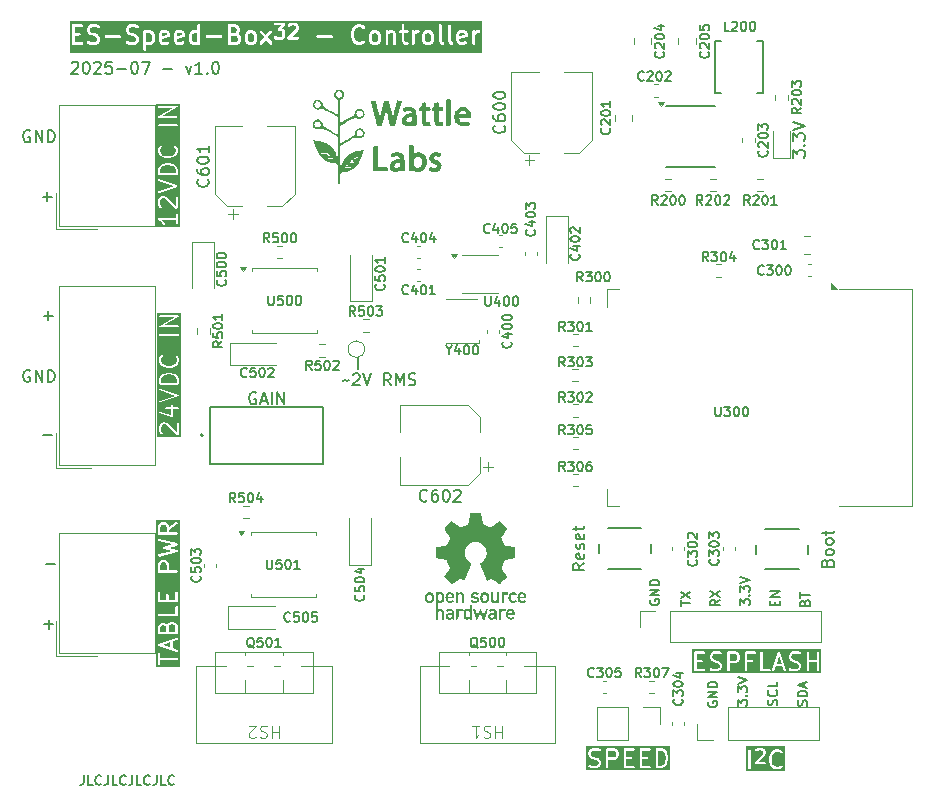
<source format=gbr>
%TF.GenerationSoftware,KiCad,Pcbnew,9.0.3*%
%TF.CreationDate,2025-07-27T16:10:42+12:00*%
%TF.ProjectId,ES-Speed-Box-Controller,45532d53-7065-4656-942d-426f782d436f,rev?*%
%TF.SameCoordinates,Original*%
%TF.FileFunction,Legend,Top*%
%TF.FilePolarity,Positive*%
%FSLAX46Y46*%
G04 Gerber Fmt 4.6, Leading zero omitted, Abs format (unit mm)*
G04 Created by KiCad (PCBNEW 9.0.3) date 2025-07-27 16:10:42*
%MOMM*%
%LPD*%
G01*
G04 APERTURE LIST*
%ADD10C,0.152400*%
%ADD11C,0.150000*%
%ADD12C,0.250000*%
%ADD13C,0.100000*%
%ADD14C,0.200000*%
%ADD15C,0.120000*%
%ADD16C,0.127000*%
%ADD17C,0.000000*%
G04 APERTURE END LIST*
D10*
X89300000Y-61000000D02*
X89300000Y-60000000D01*
D11*
X62736779Y-56488866D02*
X63498684Y-56488866D01*
X63117731Y-56869819D02*
X63117731Y-56107914D01*
X114100390Y-80509523D02*
X114062295Y-80585713D01*
X114062295Y-80585713D02*
X114062295Y-80699999D01*
X114062295Y-80699999D02*
X114100390Y-80814285D01*
X114100390Y-80814285D02*
X114176580Y-80890475D01*
X114176580Y-80890475D02*
X114252771Y-80928570D01*
X114252771Y-80928570D02*
X114405152Y-80966666D01*
X114405152Y-80966666D02*
X114519438Y-80966666D01*
X114519438Y-80966666D02*
X114671819Y-80928570D01*
X114671819Y-80928570D02*
X114748009Y-80890475D01*
X114748009Y-80890475D02*
X114824200Y-80814285D01*
X114824200Y-80814285D02*
X114862295Y-80699999D01*
X114862295Y-80699999D02*
X114862295Y-80623808D01*
X114862295Y-80623808D02*
X114824200Y-80509523D01*
X114824200Y-80509523D02*
X114786104Y-80471427D01*
X114786104Y-80471427D02*
X114519438Y-80471427D01*
X114519438Y-80471427D02*
X114519438Y-80623808D01*
X114862295Y-80128570D02*
X114062295Y-80128570D01*
X114062295Y-80128570D02*
X114862295Y-79671427D01*
X114862295Y-79671427D02*
X114062295Y-79671427D01*
X114862295Y-79290475D02*
X114062295Y-79290475D01*
X114062295Y-79290475D02*
X114062295Y-79099999D01*
X114062295Y-79099999D02*
X114100390Y-78985713D01*
X114100390Y-78985713D02*
X114176580Y-78909523D01*
X114176580Y-78909523D02*
X114252771Y-78871428D01*
X114252771Y-78871428D02*
X114405152Y-78833332D01*
X114405152Y-78833332D02*
X114519438Y-78833332D01*
X114519438Y-78833332D02*
X114671819Y-78871428D01*
X114671819Y-78871428D02*
X114748009Y-78909523D01*
X114748009Y-78909523D02*
X114824200Y-78985713D01*
X114824200Y-78985713D02*
X114862295Y-79099999D01*
X114862295Y-79099999D02*
X114862295Y-79290475D01*
X62636779Y-46388866D02*
X63398684Y-46388866D01*
X63017731Y-46769819D02*
X63017731Y-46007914D01*
X61560588Y-61117438D02*
X61465350Y-61069819D01*
X61465350Y-61069819D02*
X61322493Y-61069819D01*
X61322493Y-61069819D02*
X61179636Y-61117438D01*
X61179636Y-61117438D02*
X61084398Y-61212676D01*
X61084398Y-61212676D02*
X61036779Y-61307914D01*
X61036779Y-61307914D02*
X60989160Y-61498390D01*
X60989160Y-61498390D02*
X60989160Y-61641247D01*
X60989160Y-61641247D02*
X61036779Y-61831723D01*
X61036779Y-61831723D02*
X61084398Y-61926961D01*
X61084398Y-61926961D02*
X61179636Y-62022200D01*
X61179636Y-62022200D02*
X61322493Y-62069819D01*
X61322493Y-62069819D02*
X61417731Y-62069819D01*
X61417731Y-62069819D02*
X61560588Y-62022200D01*
X61560588Y-62022200D02*
X61608207Y-61974580D01*
X61608207Y-61974580D02*
X61608207Y-61641247D01*
X61608207Y-61641247D02*
X61417731Y-61641247D01*
X62036779Y-62069819D02*
X62036779Y-61069819D01*
X62036779Y-61069819D02*
X62608207Y-62069819D01*
X62608207Y-62069819D02*
X62608207Y-61069819D01*
X63084398Y-62069819D02*
X63084398Y-61069819D01*
X63084398Y-61069819D02*
X63322493Y-61069819D01*
X63322493Y-61069819D02*
X63465350Y-61117438D01*
X63465350Y-61117438D02*
X63560588Y-61212676D01*
X63560588Y-61212676D02*
X63608207Y-61307914D01*
X63608207Y-61307914D02*
X63655826Y-61498390D01*
X63655826Y-61498390D02*
X63655826Y-61641247D01*
X63655826Y-61641247D02*
X63608207Y-61831723D01*
X63608207Y-61831723D02*
X63560588Y-61926961D01*
X63560588Y-61926961D02*
X63465350Y-62022200D01*
X63465350Y-62022200D02*
X63322493Y-62069819D01*
X63322493Y-62069819D02*
X63084398Y-62069819D01*
X124643247Y-80990475D02*
X124643247Y-80723809D01*
X125062295Y-80609523D02*
X125062295Y-80990475D01*
X125062295Y-80990475D02*
X124262295Y-80990475D01*
X124262295Y-80990475D02*
X124262295Y-80609523D01*
X125062295Y-80266665D02*
X124262295Y-80266665D01*
X124262295Y-80266665D02*
X125062295Y-79809522D01*
X125062295Y-79809522D02*
X124262295Y-79809522D01*
X127168247Y-80747619D02*
X127206342Y-80633333D01*
X127206342Y-80633333D02*
X127244438Y-80595238D01*
X127244438Y-80595238D02*
X127320628Y-80557142D01*
X127320628Y-80557142D02*
X127434914Y-80557142D01*
X127434914Y-80557142D02*
X127511104Y-80595238D01*
X127511104Y-80595238D02*
X127549200Y-80633333D01*
X127549200Y-80633333D02*
X127587295Y-80709523D01*
X127587295Y-80709523D02*
X127587295Y-81014285D01*
X127587295Y-81014285D02*
X126787295Y-81014285D01*
X126787295Y-81014285D02*
X126787295Y-80747619D01*
X126787295Y-80747619D02*
X126825390Y-80671428D01*
X126825390Y-80671428D02*
X126863485Y-80633333D01*
X126863485Y-80633333D02*
X126939676Y-80595238D01*
X126939676Y-80595238D02*
X127015866Y-80595238D01*
X127015866Y-80595238D02*
X127092057Y-80633333D01*
X127092057Y-80633333D02*
X127130152Y-80671428D01*
X127130152Y-80671428D02*
X127168247Y-80747619D01*
X127168247Y-80747619D02*
X127168247Y-81014285D01*
X126787295Y-80328571D02*
X126787295Y-79871428D01*
X127587295Y-80100000D02*
X126787295Y-80100000D01*
X119962295Y-80533332D02*
X119581342Y-80799999D01*
X119962295Y-80990475D02*
X119162295Y-80990475D01*
X119162295Y-80990475D02*
X119162295Y-80685713D01*
X119162295Y-80685713D02*
X119200390Y-80609523D01*
X119200390Y-80609523D02*
X119238485Y-80571428D01*
X119238485Y-80571428D02*
X119314676Y-80533332D01*
X119314676Y-80533332D02*
X119428961Y-80533332D01*
X119428961Y-80533332D02*
X119505152Y-80571428D01*
X119505152Y-80571428D02*
X119543247Y-80609523D01*
X119543247Y-80609523D02*
X119581342Y-80685713D01*
X119581342Y-80685713D02*
X119581342Y-80990475D01*
X119162295Y-80266666D02*
X119962295Y-79733332D01*
X119162295Y-79733332D02*
X119962295Y-80266666D01*
X66117731Y-95394295D02*
X66117731Y-95965723D01*
X66117731Y-95965723D02*
X66079636Y-96080009D01*
X66079636Y-96080009D02*
X66003445Y-96156200D01*
X66003445Y-96156200D02*
X65889160Y-96194295D01*
X65889160Y-96194295D02*
X65812969Y-96194295D01*
X66879636Y-96194295D02*
X66498684Y-96194295D01*
X66498684Y-96194295D02*
X66498684Y-95394295D01*
X67603446Y-96118104D02*
X67565350Y-96156200D01*
X67565350Y-96156200D02*
X67451065Y-96194295D01*
X67451065Y-96194295D02*
X67374874Y-96194295D01*
X67374874Y-96194295D02*
X67260588Y-96156200D01*
X67260588Y-96156200D02*
X67184398Y-96080009D01*
X67184398Y-96080009D02*
X67146303Y-96003819D01*
X67146303Y-96003819D02*
X67108207Y-95851438D01*
X67108207Y-95851438D02*
X67108207Y-95737152D01*
X67108207Y-95737152D02*
X67146303Y-95584771D01*
X67146303Y-95584771D02*
X67184398Y-95508580D01*
X67184398Y-95508580D02*
X67260588Y-95432390D01*
X67260588Y-95432390D02*
X67374874Y-95394295D01*
X67374874Y-95394295D02*
X67451065Y-95394295D01*
X67451065Y-95394295D02*
X67565350Y-95432390D01*
X67565350Y-95432390D02*
X67603446Y-95470485D01*
X68174874Y-95394295D02*
X68174874Y-95965723D01*
X68174874Y-95965723D02*
X68136779Y-96080009D01*
X68136779Y-96080009D02*
X68060588Y-96156200D01*
X68060588Y-96156200D02*
X67946303Y-96194295D01*
X67946303Y-96194295D02*
X67870112Y-96194295D01*
X68936779Y-96194295D02*
X68555827Y-96194295D01*
X68555827Y-96194295D02*
X68555827Y-95394295D01*
X69660589Y-96118104D02*
X69622493Y-96156200D01*
X69622493Y-96156200D02*
X69508208Y-96194295D01*
X69508208Y-96194295D02*
X69432017Y-96194295D01*
X69432017Y-96194295D02*
X69317731Y-96156200D01*
X69317731Y-96156200D02*
X69241541Y-96080009D01*
X69241541Y-96080009D02*
X69203446Y-96003819D01*
X69203446Y-96003819D02*
X69165350Y-95851438D01*
X69165350Y-95851438D02*
X69165350Y-95737152D01*
X69165350Y-95737152D02*
X69203446Y-95584771D01*
X69203446Y-95584771D02*
X69241541Y-95508580D01*
X69241541Y-95508580D02*
X69317731Y-95432390D01*
X69317731Y-95432390D02*
X69432017Y-95394295D01*
X69432017Y-95394295D02*
X69508208Y-95394295D01*
X69508208Y-95394295D02*
X69622493Y-95432390D01*
X69622493Y-95432390D02*
X69660589Y-95470485D01*
X70232017Y-95394295D02*
X70232017Y-95965723D01*
X70232017Y-95965723D02*
X70193922Y-96080009D01*
X70193922Y-96080009D02*
X70117731Y-96156200D01*
X70117731Y-96156200D02*
X70003446Y-96194295D01*
X70003446Y-96194295D02*
X69927255Y-96194295D01*
X70993922Y-96194295D02*
X70612970Y-96194295D01*
X70612970Y-96194295D02*
X70612970Y-95394295D01*
X71717732Y-96118104D02*
X71679636Y-96156200D01*
X71679636Y-96156200D02*
X71565351Y-96194295D01*
X71565351Y-96194295D02*
X71489160Y-96194295D01*
X71489160Y-96194295D02*
X71374874Y-96156200D01*
X71374874Y-96156200D02*
X71298684Y-96080009D01*
X71298684Y-96080009D02*
X71260589Y-96003819D01*
X71260589Y-96003819D02*
X71222493Y-95851438D01*
X71222493Y-95851438D02*
X71222493Y-95737152D01*
X71222493Y-95737152D02*
X71260589Y-95584771D01*
X71260589Y-95584771D02*
X71298684Y-95508580D01*
X71298684Y-95508580D02*
X71374874Y-95432390D01*
X71374874Y-95432390D02*
X71489160Y-95394295D01*
X71489160Y-95394295D02*
X71565351Y-95394295D01*
X71565351Y-95394295D02*
X71679636Y-95432390D01*
X71679636Y-95432390D02*
X71717732Y-95470485D01*
X72289160Y-95394295D02*
X72289160Y-95965723D01*
X72289160Y-95965723D02*
X72251065Y-96080009D01*
X72251065Y-96080009D02*
X72174874Y-96156200D01*
X72174874Y-96156200D02*
X72060589Y-96194295D01*
X72060589Y-96194295D02*
X71984398Y-96194295D01*
X73051065Y-96194295D02*
X72670113Y-96194295D01*
X72670113Y-96194295D02*
X72670113Y-95394295D01*
X73774875Y-96118104D02*
X73736779Y-96156200D01*
X73736779Y-96156200D02*
X73622494Y-96194295D01*
X73622494Y-96194295D02*
X73546303Y-96194295D01*
X73546303Y-96194295D02*
X73432017Y-96156200D01*
X73432017Y-96156200D02*
X73355827Y-96080009D01*
X73355827Y-96080009D02*
X73317732Y-96003819D01*
X73317732Y-96003819D02*
X73279636Y-95851438D01*
X73279636Y-95851438D02*
X73279636Y-95737152D01*
X73279636Y-95737152D02*
X73317732Y-95584771D01*
X73317732Y-95584771D02*
X73355827Y-95508580D01*
X73355827Y-95508580D02*
X73432017Y-95432390D01*
X73432017Y-95432390D02*
X73546303Y-95394295D01*
X73546303Y-95394295D02*
X73622494Y-95394295D01*
X73622494Y-95394295D02*
X73736779Y-95432390D01*
X73736779Y-95432390D02*
X73774875Y-95470485D01*
X119000390Y-89134523D02*
X118962295Y-89210713D01*
X118962295Y-89210713D02*
X118962295Y-89324999D01*
X118962295Y-89324999D02*
X119000390Y-89439285D01*
X119000390Y-89439285D02*
X119076580Y-89515475D01*
X119076580Y-89515475D02*
X119152771Y-89553570D01*
X119152771Y-89553570D02*
X119305152Y-89591666D01*
X119305152Y-89591666D02*
X119419438Y-89591666D01*
X119419438Y-89591666D02*
X119571819Y-89553570D01*
X119571819Y-89553570D02*
X119648009Y-89515475D01*
X119648009Y-89515475D02*
X119724200Y-89439285D01*
X119724200Y-89439285D02*
X119762295Y-89324999D01*
X119762295Y-89324999D02*
X119762295Y-89248808D01*
X119762295Y-89248808D02*
X119724200Y-89134523D01*
X119724200Y-89134523D02*
X119686104Y-89096427D01*
X119686104Y-89096427D02*
X119419438Y-89096427D01*
X119419438Y-89096427D02*
X119419438Y-89248808D01*
X119762295Y-88753570D02*
X118962295Y-88753570D01*
X118962295Y-88753570D02*
X119762295Y-88296427D01*
X119762295Y-88296427D02*
X118962295Y-88296427D01*
X119762295Y-87915475D02*
X118962295Y-87915475D01*
X118962295Y-87915475D02*
X118962295Y-87724999D01*
X118962295Y-87724999D02*
X119000390Y-87610713D01*
X119000390Y-87610713D02*
X119076580Y-87534523D01*
X119076580Y-87534523D02*
X119152771Y-87496428D01*
X119152771Y-87496428D02*
X119305152Y-87458332D01*
X119305152Y-87458332D02*
X119419438Y-87458332D01*
X119419438Y-87458332D02*
X119571819Y-87496428D01*
X119571819Y-87496428D02*
X119648009Y-87534523D01*
X119648009Y-87534523D02*
X119724200Y-87610713D01*
X119724200Y-87610713D02*
X119762295Y-87724999D01*
X119762295Y-87724999D02*
X119762295Y-87915475D01*
X116662295Y-81009523D02*
X116662295Y-80552380D01*
X117462295Y-80780952D02*
X116662295Y-80780952D01*
X116662295Y-80361904D02*
X117462295Y-79828570D01*
X116662295Y-79828570D02*
X117462295Y-80361904D01*
X127324200Y-89471428D02*
X127362295Y-89357142D01*
X127362295Y-89357142D02*
X127362295Y-89166666D01*
X127362295Y-89166666D02*
X127324200Y-89090475D01*
X127324200Y-89090475D02*
X127286104Y-89052380D01*
X127286104Y-89052380D02*
X127209914Y-89014285D01*
X127209914Y-89014285D02*
X127133723Y-89014285D01*
X127133723Y-89014285D02*
X127057533Y-89052380D01*
X127057533Y-89052380D02*
X127019438Y-89090475D01*
X127019438Y-89090475D02*
X126981342Y-89166666D01*
X126981342Y-89166666D02*
X126943247Y-89319047D01*
X126943247Y-89319047D02*
X126905152Y-89395237D01*
X126905152Y-89395237D02*
X126867057Y-89433332D01*
X126867057Y-89433332D02*
X126790866Y-89471428D01*
X126790866Y-89471428D02*
X126714676Y-89471428D01*
X126714676Y-89471428D02*
X126638485Y-89433332D01*
X126638485Y-89433332D02*
X126600390Y-89395237D01*
X126600390Y-89395237D02*
X126562295Y-89319047D01*
X126562295Y-89319047D02*
X126562295Y-89128570D01*
X126562295Y-89128570D02*
X126600390Y-89014285D01*
X127362295Y-88671427D02*
X126562295Y-88671427D01*
X126562295Y-88671427D02*
X126562295Y-88480951D01*
X126562295Y-88480951D02*
X126600390Y-88366665D01*
X126600390Y-88366665D02*
X126676580Y-88290475D01*
X126676580Y-88290475D02*
X126752771Y-88252380D01*
X126752771Y-88252380D02*
X126905152Y-88214284D01*
X126905152Y-88214284D02*
X127019438Y-88214284D01*
X127019438Y-88214284D02*
X127171819Y-88252380D01*
X127171819Y-88252380D02*
X127248009Y-88290475D01*
X127248009Y-88290475D02*
X127324200Y-88366665D01*
X127324200Y-88366665D02*
X127362295Y-88480951D01*
X127362295Y-88480951D02*
X127362295Y-88671427D01*
X127133723Y-87909523D02*
X127133723Y-87528570D01*
X127362295Y-87985713D02*
X126562295Y-87719046D01*
X126562295Y-87719046D02*
X127362295Y-87452380D01*
X61560588Y-40817438D02*
X61465350Y-40769819D01*
X61465350Y-40769819D02*
X61322493Y-40769819D01*
X61322493Y-40769819D02*
X61179636Y-40817438D01*
X61179636Y-40817438D02*
X61084398Y-40912676D01*
X61084398Y-40912676D02*
X61036779Y-41007914D01*
X61036779Y-41007914D02*
X60989160Y-41198390D01*
X60989160Y-41198390D02*
X60989160Y-41341247D01*
X60989160Y-41341247D02*
X61036779Y-41531723D01*
X61036779Y-41531723D02*
X61084398Y-41626961D01*
X61084398Y-41626961D02*
X61179636Y-41722200D01*
X61179636Y-41722200D02*
X61322493Y-41769819D01*
X61322493Y-41769819D02*
X61417731Y-41769819D01*
X61417731Y-41769819D02*
X61560588Y-41722200D01*
X61560588Y-41722200D02*
X61608207Y-41674580D01*
X61608207Y-41674580D02*
X61608207Y-41341247D01*
X61608207Y-41341247D02*
X61417731Y-41341247D01*
X62036779Y-41769819D02*
X62036779Y-40769819D01*
X62036779Y-40769819D02*
X62608207Y-41769819D01*
X62608207Y-41769819D02*
X62608207Y-40769819D01*
X63084398Y-41769819D02*
X63084398Y-40769819D01*
X63084398Y-40769819D02*
X63322493Y-40769819D01*
X63322493Y-40769819D02*
X63465350Y-40817438D01*
X63465350Y-40817438D02*
X63560588Y-40912676D01*
X63560588Y-40912676D02*
X63608207Y-41007914D01*
X63608207Y-41007914D02*
X63655826Y-41198390D01*
X63655826Y-41198390D02*
X63655826Y-41341247D01*
X63655826Y-41341247D02*
X63608207Y-41531723D01*
X63608207Y-41531723D02*
X63560588Y-41626961D01*
X63560588Y-41626961D02*
X63465350Y-41722200D01*
X63465350Y-41722200D02*
X63322493Y-41769819D01*
X63322493Y-41769819D02*
X63084398Y-41769819D01*
X121487295Y-89480952D02*
X121487295Y-88985714D01*
X121487295Y-88985714D02*
X121792057Y-89252380D01*
X121792057Y-89252380D02*
X121792057Y-89138095D01*
X121792057Y-89138095D02*
X121830152Y-89061904D01*
X121830152Y-89061904D02*
X121868247Y-89023809D01*
X121868247Y-89023809D02*
X121944438Y-88985714D01*
X121944438Y-88985714D02*
X122134914Y-88985714D01*
X122134914Y-88985714D02*
X122211104Y-89023809D01*
X122211104Y-89023809D02*
X122249200Y-89061904D01*
X122249200Y-89061904D02*
X122287295Y-89138095D01*
X122287295Y-89138095D02*
X122287295Y-89366666D01*
X122287295Y-89366666D02*
X122249200Y-89442857D01*
X122249200Y-89442857D02*
X122211104Y-89480952D01*
X122211104Y-88642856D02*
X122249200Y-88604761D01*
X122249200Y-88604761D02*
X122287295Y-88642856D01*
X122287295Y-88642856D02*
X122249200Y-88680952D01*
X122249200Y-88680952D02*
X122211104Y-88642856D01*
X122211104Y-88642856D02*
X122287295Y-88642856D01*
X121487295Y-88338095D02*
X121487295Y-87842857D01*
X121487295Y-87842857D02*
X121792057Y-88109523D01*
X121792057Y-88109523D02*
X121792057Y-87995238D01*
X121792057Y-87995238D02*
X121830152Y-87919047D01*
X121830152Y-87919047D02*
X121868247Y-87880952D01*
X121868247Y-87880952D02*
X121944438Y-87842857D01*
X121944438Y-87842857D02*
X122134914Y-87842857D01*
X122134914Y-87842857D02*
X122211104Y-87880952D01*
X122211104Y-87880952D02*
X122249200Y-87919047D01*
X122249200Y-87919047D02*
X122287295Y-87995238D01*
X122287295Y-87995238D02*
X122287295Y-88223809D01*
X122287295Y-88223809D02*
X122249200Y-88300000D01*
X122249200Y-88300000D02*
X122211104Y-88338095D01*
X121487295Y-87614285D02*
X122287295Y-87347618D01*
X122287295Y-87347618D02*
X121487295Y-87080952D01*
X121687295Y-80980952D02*
X121687295Y-80485714D01*
X121687295Y-80485714D02*
X121992057Y-80752380D01*
X121992057Y-80752380D02*
X121992057Y-80638095D01*
X121992057Y-80638095D02*
X122030152Y-80561904D01*
X122030152Y-80561904D02*
X122068247Y-80523809D01*
X122068247Y-80523809D02*
X122144438Y-80485714D01*
X122144438Y-80485714D02*
X122334914Y-80485714D01*
X122334914Y-80485714D02*
X122411104Y-80523809D01*
X122411104Y-80523809D02*
X122449200Y-80561904D01*
X122449200Y-80561904D02*
X122487295Y-80638095D01*
X122487295Y-80638095D02*
X122487295Y-80866666D01*
X122487295Y-80866666D02*
X122449200Y-80942857D01*
X122449200Y-80942857D02*
X122411104Y-80980952D01*
X122411104Y-80142856D02*
X122449200Y-80104761D01*
X122449200Y-80104761D02*
X122487295Y-80142856D01*
X122487295Y-80142856D02*
X122449200Y-80180952D01*
X122449200Y-80180952D02*
X122411104Y-80142856D01*
X122411104Y-80142856D02*
X122487295Y-80142856D01*
X121687295Y-79838095D02*
X121687295Y-79342857D01*
X121687295Y-79342857D02*
X121992057Y-79609523D01*
X121992057Y-79609523D02*
X121992057Y-79495238D01*
X121992057Y-79495238D02*
X122030152Y-79419047D01*
X122030152Y-79419047D02*
X122068247Y-79380952D01*
X122068247Y-79380952D02*
X122144438Y-79342857D01*
X122144438Y-79342857D02*
X122334914Y-79342857D01*
X122334914Y-79342857D02*
X122411104Y-79380952D01*
X122411104Y-79380952D02*
X122449200Y-79419047D01*
X122449200Y-79419047D02*
X122487295Y-79495238D01*
X122487295Y-79495238D02*
X122487295Y-79723809D01*
X122487295Y-79723809D02*
X122449200Y-79800000D01*
X122449200Y-79800000D02*
X122411104Y-79838095D01*
X121687295Y-79114285D02*
X122487295Y-78847618D01*
X122487295Y-78847618D02*
X121687295Y-78580952D01*
D12*
G36*
X71790426Y-32577588D02*
G01*
X71833169Y-32620330D01*
X71882329Y-32718650D01*
X71882329Y-33088206D01*
X71833168Y-33186528D01*
X71790429Y-33229266D01*
X71692106Y-33278428D01*
X71465410Y-33278428D01*
X71418043Y-33254745D01*
X71418043Y-32552111D01*
X71465409Y-32528428D01*
X71692107Y-32528428D01*
X71790426Y-32577588D01*
G37*
G36*
X73128445Y-32568026D02*
G01*
X73168044Y-32647222D01*
X73168044Y-32658095D01*
X72703758Y-32750952D01*
X72703758Y-32647222D01*
X72743356Y-32568025D01*
X72822552Y-32528428D01*
X73049250Y-32528428D01*
X73128445Y-32568026D01*
G37*
G36*
X74414159Y-32568026D02*
G01*
X74453758Y-32647222D01*
X74453758Y-32658095D01*
X73989472Y-32750952D01*
X73989472Y-32647222D01*
X74029070Y-32568025D01*
X74108266Y-32528428D01*
X74334964Y-32528428D01*
X74414159Y-32568026D01*
G37*
G36*
X75739472Y-32552111D02*
G01*
X75739472Y-33254745D01*
X75692105Y-33278428D01*
X75465408Y-33278428D01*
X75367086Y-33229267D01*
X75324347Y-33186528D01*
X75275186Y-33088205D01*
X75275186Y-32718650D01*
X75324345Y-32620330D01*
X75367088Y-32577588D01*
X75465408Y-32528428D01*
X75692106Y-32528428D01*
X75739472Y-32552111D01*
G37*
G36*
X79082665Y-32798397D02*
G01*
X79118882Y-32834614D01*
X79168043Y-32932936D01*
X79168043Y-33088206D01*
X79118882Y-33186528D01*
X79076143Y-33229266D01*
X78977820Y-33278428D01*
X78560900Y-33278428D01*
X78560900Y-32742714D01*
X78915614Y-32742714D01*
X79082665Y-32798397D01*
G37*
G36*
X79004713Y-32077588D02*
G01*
X79047454Y-32120330D01*
X79096615Y-32218650D01*
X79096615Y-32302491D01*
X79047454Y-32400811D01*
X79004713Y-32443553D01*
X78906392Y-32492714D01*
X78560900Y-32492714D01*
X78560900Y-32028428D01*
X78906392Y-32028428D01*
X79004713Y-32077588D01*
G37*
G36*
X80433283Y-32577588D02*
G01*
X80476026Y-32620330D01*
X80525186Y-32718650D01*
X80525186Y-33088206D01*
X80476025Y-33186528D01*
X80433286Y-33229266D01*
X80334963Y-33278428D01*
X80179694Y-33278428D01*
X80081372Y-33229267D01*
X80038633Y-33186528D01*
X79989472Y-33088205D01*
X79989472Y-32718650D01*
X80038631Y-32620330D01*
X80081374Y-32577588D01*
X80179694Y-32528428D01*
X80334964Y-32528428D01*
X80433283Y-32577588D01*
G37*
G36*
X90933283Y-32577588D02*
G01*
X90976026Y-32620330D01*
X91025186Y-32718650D01*
X91025186Y-33088206D01*
X90976025Y-33186528D01*
X90933286Y-33229266D01*
X90834963Y-33278428D01*
X90679694Y-33278428D01*
X90581372Y-33229267D01*
X90538633Y-33186528D01*
X90489472Y-33088205D01*
X90489472Y-32718650D01*
X90538631Y-32620330D01*
X90581374Y-32577588D01*
X90679694Y-32528428D01*
X90834964Y-32528428D01*
X90933283Y-32577588D01*
G37*
G36*
X95433283Y-32577588D02*
G01*
X95476026Y-32620330D01*
X95525186Y-32718650D01*
X95525186Y-33088206D01*
X95476025Y-33186528D01*
X95433286Y-33229266D01*
X95334963Y-33278428D01*
X95179694Y-33278428D01*
X95081372Y-33229267D01*
X95038633Y-33186528D01*
X94989472Y-33088205D01*
X94989472Y-32718650D01*
X95038631Y-32620330D01*
X95081374Y-32577588D01*
X95179694Y-32528428D01*
X95334964Y-32528428D01*
X95433283Y-32577588D01*
G37*
G36*
X98342730Y-32568026D02*
G01*
X98382329Y-32647222D01*
X98382329Y-32658095D01*
X97918043Y-32750952D01*
X97918043Y-32647222D01*
X97957641Y-32568025D01*
X98036837Y-32528428D01*
X98263535Y-32528428D01*
X98342730Y-32568026D01*
G37*
G36*
X99868022Y-34192693D02*
G01*
X64929948Y-34192693D01*
X64929948Y-31903428D01*
X65096615Y-31903428D01*
X65096615Y-33403428D01*
X65099017Y-33427814D01*
X65117681Y-33472874D01*
X65152169Y-33507362D01*
X65197229Y-33526026D01*
X65221615Y-33528428D01*
X65935901Y-33528428D01*
X65960287Y-33526026D01*
X66005347Y-33507362D01*
X66039835Y-33472874D01*
X66058499Y-33427814D01*
X66058499Y-33379042D01*
X66039835Y-33333982D01*
X66005347Y-33299494D01*
X65960287Y-33280830D01*
X65935901Y-33278428D01*
X65346615Y-33278428D01*
X65346615Y-32742714D01*
X65721615Y-32742714D01*
X65746001Y-32740312D01*
X65791061Y-32721648D01*
X65825549Y-32687160D01*
X65844213Y-32642100D01*
X65844213Y-32593328D01*
X65825549Y-32548268D01*
X65791061Y-32513780D01*
X65746001Y-32495116D01*
X65721615Y-32492714D01*
X65346615Y-32492714D01*
X65346615Y-32189142D01*
X66382330Y-32189142D01*
X66382330Y-32332000D01*
X66384732Y-32356386D01*
X66386450Y-32360534D01*
X66386769Y-32365016D01*
X66395526Y-32387901D01*
X66466955Y-32530759D01*
X66473561Y-32541253D01*
X66474825Y-32544304D01*
X66477643Y-32547738D01*
X66480009Y-32551496D01*
X66482500Y-32553657D01*
X66490370Y-32563246D01*
X66561799Y-32634674D01*
X66571387Y-32642542D01*
X66573548Y-32645034D01*
X66577304Y-32647398D01*
X66580741Y-32650219D01*
X66583792Y-32651482D01*
X66594285Y-32658088D01*
X66737142Y-32729517D01*
X66738927Y-32730200D01*
X66739652Y-32730737D01*
X66749872Y-32734389D01*
X66760027Y-32738275D01*
X66760927Y-32738339D01*
X66762727Y-32738982D01*
X67035131Y-32807082D01*
X67147569Y-32863301D01*
X67190312Y-32906045D01*
X67239473Y-33004365D01*
X67239473Y-33088205D01*
X67190312Y-33186525D01*
X67147570Y-33229267D01*
X67049249Y-33278428D01*
X66741902Y-33278428D01*
X66546858Y-33213414D01*
X66522964Y-33207982D01*
X66474314Y-33211439D01*
X66430690Y-33233251D01*
X66398735Y-33270097D01*
X66383312Y-33316366D01*
X66386769Y-33365016D01*
X66408581Y-33408640D01*
X66445427Y-33440595D01*
X66467802Y-33450586D01*
X66682088Y-33522014D01*
X66694181Y-33524763D01*
X66697230Y-33526026D01*
X66701651Y-33526461D01*
X66705982Y-33527446D01*
X66709272Y-33527212D01*
X66721616Y-33528428D01*
X67078758Y-33528428D01*
X67103144Y-33526026D01*
X67107293Y-33524307D01*
X67111773Y-33523989D01*
X67134659Y-33515232D01*
X67277517Y-33443804D01*
X67288015Y-33437195D01*
X67291063Y-33435933D01*
X67294493Y-33433117D01*
X67298255Y-33430750D01*
X67300419Y-33428254D01*
X67310005Y-33420388D01*
X67381433Y-33348959D01*
X67389301Y-33339370D01*
X67391793Y-33337210D01*
X67394157Y-33333453D01*
X67396978Y-33330017D01*
X67398241Y-33326965D01*
X67404847Y-33316473D01*
X67476276Y-33173616D01*
X67485034Y-33150731D01*
X67485352Y-33146248D01*
X67487071Y-33142100D01*
X67489473Y-33117714D01*
X67489473Y-32974857D01*
X67487071Y-32950471D01*
X67485352Y-32946322D01*
X67485034Y-32941840D01*
X67476276Y-32918955D01*
X67420605Y-32807614D01*
X67884731Y-32807614D01*
X67884731Y-32856386D01*
X67903395Y-32901446D01*
X67937883Y-32935934D01*
X67982943Y-32954598D01*
X68007329Y-32957000D01*
X69150187Y-32957000D01*
X69174573Y-32954598D01*
X69219633Y-32935934D01*
X69254121Y-32901446D01*
X69272785Y-32856386D01*
X69272785Y-32807614D01*
X69254121Y-32762554D01*
X69219633Y-32728066D01*
X69174573Y-32709402D01*
X69150187Y-32707000D01*
X68007329Y-32707000D01*
X67982943Y-32709402D01*
X67937883Y-32728066D01*
X67903395Y-32762554D01*
X67884731Y-32807614D01*
X67420605Y-32807614D01*
X67404847Y-32776098D01*
X67398241Y-32765605D01*
X67396978Y-32762554D01*
X67394157Y-32759117D01*
X67391793Y-32755361D01*
X67389301Y-32753200D01*
X67381433Y-32743612D01*
X67310005Y-32672183D01*
X67300416Y-32664313D01*
X67298255Y-32661822D01*
X67294497Y-32659456D01*
X67291063Y-32656638D01*
X67288012Y-32655374D01*
X67277518Y-32648768D01*
X67134660Y-32577339D01*
X67132874Y-32576655D01*
X67132150Y-32576119D01*
X67121920Y-32572463D01*
X67111774Y-32568581D01*
X67110874Y-32568517D01*
X67109075Y-32567874D01*
X66836671Y-32499773D01*
X66724232Y-32443553D01*
X66681489Y-32400811D01*
X66632330Y-32302491D01*
X66632330Y-32218650D01*
X66647084Y-32189142D01*
X69668044Y-32189142D01*
X69668044Y-32332000D01*
X69670446Y-32356386D01*
X69672164Y-32360534D01*
X69672483Y-32365016D01*
X69681240Y-32387901D01*
X69752669Y-32530759D01*
X69759275Y-32541253D01*
X69760539Y-32544304D01*
X69763357Y-32547738D01*
X69765723Y-32551496D01*
X69768214Y-32553657D01*
X69776084Y-32563246D01*
X69847513Y-32634674D01*
X69857101Y-32642542D01*
X69859262Y-32645034D01*
X69863018Y-32647398D01*
X69866455Y-32650219D01*
X69869506Y-32651482D01*
X69879999Y-32658088D01*
X70022856Y-32729517D01*
X70024641Y-32730200D01*
X70025366Y-32730737D01*
X70035586Y-32734389D01*
X70045741Y-32738275D01*
X70046641Y-32738339D01*
X70048441Y-32738982D01*
X70320845Y-32807082D01*
X70433283Y-32863301D01*
X70476026Y-32906045D01*
X70525187Y-33004365D01*
X70525187Y-33088205D01*
X70476026Y-33186525D01*
X70433284Y-33229267D01*
X70334963Y-33278428D01*
X70027616Y-33278428D01*
X69832572Y-33213414D01*
X69808678Y-33207982D01*
X69760028Y-33211439D01*
X69716404Y-33233251D01*
X69684449Y-33270097D01*
X69669026Y-33316366D01*
X69672483Y-33365016D01*
X69694295Y-33408640D01*
X69731141Y-33440595D01*
X69753516Y-33450586D01*
X69967802Y-33522014D01*
X69979895Y-33524763D01*
X69982944Y-33526026D01*
X69987365Y-33526461D01*
X69991696Y-33527446D01*
X69994986Y-33527212D01*
X70007330Y-33528428D01*
X70364472Y-33528428D01*
X70388858Y-33526026D01*
X70393007Y-33524307D01*
X70397487Y-33523989D01*
X70420373Y-33515232D01*
X70563231Y-33443804D01*
X70573729Y-33437195D01*
X70576777Y-33435933D01*
X70580207Y-33433117D01*
X70583969Y-33430750D01*
X70586133Y-33428254D01*
X70595719Y-33420388D01*
X70667147Y-33348959D01*
X70675015Y-33339370D01*
X70677507Y-33337210D01*
X70679871Y-33333453D01*
X70682692Y-33330017D01*
X70683955Y-33326965D01*
X70690561Y-33316473D01*
X70761990Y-33173616D01*
X70770748Y-33150731D01*
X70771066Y-33146248D01*
X70772785Y-33142100D01*
X70775187Y-33117714D01*
X70775187Y-32974857D01*
X70772785Y-32950471D01*
X70771066Y-32946322D01*
X70770748Y-32941840D01*
X70761990Y-32918955D01*
X70690561Y-32776098D01*
X70683955Y-32765605D01*
X70682692Y-32762554D01*
X70679871Y-32759117D01*
X70677507Y-32755361D01*
X70675015Y-32753200D01*
X70667147Y-32743612D01*
X70595719Y-32672183D01*
X70586130Y-32664313D01*
X70583969Y-32661822D01*
X70580211Y-32659456D01*
X70576777Y-32656638D01*
X70573726Y-32655374D01*
X70563232Y-32648768D01*
X70420374Y-32577339D01*
X70418588Y-32576655D01*
X70417864Y-32576119D01*
X70407634Y-32572463D01*
X70397488Y-32568581D01*
X70396588Y-32568517D01*
X70394789Y-32567874D01*
X70122385Y-32499773D01*
X70009946Y-32443553D01*
X69969820Y-32403428D01*
X71168043Y-32403428D01*
X71168043Y-33903428D01*
X71170445Y-33927814D01*
X71189109Y-33972874D01*
X71223597Y-34007362D01*
X71268657Y-34026026D01*
X71317429Y-34026026D01*
X71362489Y-34007362D01*
X71396977Y-33972874D01*
X71415641Y-33927814D01*
X71418043Y-33903428D01*
X71418043Y-33526669D01*
X71435901Y-33528428D01*
X71721615Y-33528428D01*
X71746001Y-33526026D01*
X71750149Y-33524307D01*
X71754631Y-33523989D01*
X71777516Y-33515232D01*
X71920374Y-33443803D01*
X71930870Y-33437195D01*
X71933918Y-33435933D01*
X71937349Y-33433116D01*
X71941111Y-33430749D01*
X71943274Y-33428254D01*
X71952860Y-33420388D01*
X72024289Y-33348959D01*
X72032155Y-33339373D01*
X72034650Y-33337210D01*
X72037018Y-33333448D01*
X72039834Y-33330017D01*
X72041095Y-33326970D01*
X72047705Y-33316472D01*
X72119133Y-33173615D01*
X72127890Y-33150729D01*
X72128208Y-33146249D01*
X72129927Y-33142100D01*
X72132329Y-33117714D01*
X72132329Y-32689142D01*
X72129927Y-32664756D01*
X72128208Y-32660606D01*
X72127890Y-32656127D01*
X72119133Y-32633241D01*
X72111370Y-32617714D01*
X72453758Y-32617714D01*
X72453758Y-33189142D01*
X72456160Y-33213528D01*
X72457878Y-33217677D01*
X72458197Y-33222157D01*
X72466954Y-33245043D01*
X72538382Y-33387901D01*
X72540948Y-33391978D01*
X72541591Y-33393905D01*
X72543670Y-33396302D01*
X72551436Y-33408639D01*
X72563279Y-33418911D01*
X72573548Y-33430750D01*
X72585881Y-33438514D01*
X72588281Y-33440595D01*
X72590207Y-33441237D01*
X72594285Y-33443804D01*
X72737143Y-33515232D01*
X72760029Y-33523989D01*
X72764508Y-33524307D01*
X72768658Y-33526026D01*
X72793044Y-33528428D01*
X73078758Y-33528428D01*
X73103144Y-33526026D01*
X73107292Y-33524307D01*
X73111774Y-33523989D01*
X73134659Y-33515232D01*
X73277517Y-33443803D01*
X73298254Y-33430749D01*
X73330210Y-33393904D01*
X73345634Y-33347634D01*
X73342176Y-33298984D01*
X73320365Y-33255361D01*
X73283520Y-33223405D01*
X73237249Y-33207981D01*
X73188600Y-33211439D01*
X73165714Y-33220196D01*
X73049249Y-33278428D01*
X72822553Y-33278428D01*
X72743355Y-33238830D01*
X72703758Y-33159633D01*
X72703758Y-33005903D01*
X73317559Y-32883144D01*
X73341000Y-32876006D01*
X73351175Y-32869191D01*
X73362490Y-32864505D01*
X73371240Y-32855754D01*
X73381525Y-32848867D01*
X73388319Y-32838675D01*
X73396978Y-32830017D01*
X73401713Y-32818585D01*
X73408580Y-32808285D01*
X73410957Y-32796267D01*
X73415642Y-32784957D01*
X73418044Y-32760571D01*
X73418044Y-32617714D01*
X73739472Y-32617714D01*
X73739472Y-33189142D01*
X73741874Y-33213528D01*
X73743592Y-33217677D01*
X73743911Y-33222157D01*
X73752668Y-33245043D01*
X73824096Y-33387901D01*
X73826662Y-33391978D01*
X73827305Y-33393905D01*
X73829384Y-33396302D01*
X73837150Y-33408639D01*
X73848993Y-33418911D01*
X73859262Y-33430750D01*
X73871595Y-33438514D01*
X73873995Y-33440595D01*
X73875921Y-33441237D01*
X73879999Y-33443804D01*
X74022857Y-33515232D01*
X74045743Y-33523989D01*
X74050222Y-33524307D01*
X74054372Y-33526026D01*
X74078758Y-33528428D01*
X74364472Y-33528428D01*
X74388858Y-33526026D01*
X74393006Y-33524307D01*
X74397488Y-33523989D01*
X74420373Y-33515232D01*
X74563231Y-33443803D01*
X74583968Y-33430749D01*
X74615924Y-33393904D01*
X74631348Y-33347634D01*
X74627890Y-33298984D01*
X74606079Y-33255361D01*
X74569234Y-33223405D01*
X74522963Y-33207981D01*
X74474314Y-33211439D01*
X74451428Y-33220196D01*
X74334963Y-33278428D01*
X74108267Y-33278428D01*
X74029069Y-33238830D01*
X73989472Y-33159633D01*
X73989472Y-33005903D01*
X74603273Y-32883144D01*
X74626714Y-32876006D01*
X74636889Y-32869191D01*
X74648204Y-32864505D01*
X74656954Y-32855754D01*
X74667239Y-32848867D01*
X74674033Y-32838675D01*
X74682692Y-32830017D01*
X74687427Y-32818585D01*
X74694294Y-32808285D01*
X74696671Y-32796267D01*
X74701356Y-32784957D01*
X74703758Y-32760571D01*
X74703758Y-32689142D01*
X75025186Y-32689142D01*
X75025186Y-33117714D01*
X75027588Y-33142100D01*
X75029306Y-33146248D01*
X75029625Y-33150730D01*
X75038382Y-33173615D01*
X75109811Y-33316473D01*
X75116418Y-33326969D01*
X75117681Y-33330017D01*
X75120497Y-33333448D01*
X75122865Y-33337210D01*
X75125359Y-33339373D01*
X75133226Y-33348959D01*
X75204655Y-33420388D01*
X75214240Y-33428254D01*
X75216404Y-33430749D01*
X75220165Y-33433117D01*
X75223597Y-33435933D01*
X75226643Y-33437194D01*
X75237142Y-33443804D01*
X75379999Y-33515232D01*
X75402885Y-33523989D01*
X75407364Y-33524307D01*
X75411514Y-33526026D01*
X75435900Y-33528428D01*
X75721614Y-33528428D01*
X75746000Y-33526026D01*
X75750149Y-33524307D01*
X75754629Y-33523989D01*
X75777515Y-33515232D01*
X75794435Y-33506771D01*
X75795026Y-33507362D01*
X75840086Y-33526026D01*
X75888858Y-33526026D01*
X75933918Y-33507362D01*
X75968406Y-33472874D01*
X75987070Y-33427814D01*
X75989472Y-33403428D01*
X75989472Y-32807614D01*
X76456159Y-32807614D01*
X76456159Y-32856386D01*
X76474823Y-32901446D01*
X76509311Y-32935934D01*
X76554371Y-32954598D01*
X76578757Y-32957000D01*
X77721615Y-32957000D01*
X77746001Y-32954598D01*
X77791061Y-32935934D01*
X77825549Y-32901446D01*
X77844213Y-32856386D01*
X77844213Y-32807614D01*
X77825549Y-32762554D01*
X77791061Y-32728066D01*
X77746001Y-32709402D01*
X77721615Y-32707000D01*
X76578757Y-32707000D01*
X76554371Y-32709402D01*
X76509311Y-32728066D01*
X76474823Y-32762554D01*
X76456159Y-32807614D01*
X75989472Y-32807614D01*
X75989472Y-31903428D01*
X78310900Y-31903428D01*
X78310900Y-33403428D01*
X78313302Y-33427814D01*
X78331966Y-33472874D01*
X78366454Y-33507362D01*
X78411514Y-33526026D01*
X78435900Y-33528428D01*
X79007329Y-33528428D01*
X79031715Y-33526026D01*
X79035863Y-33524307D01*
X79040345Y-33523989D01*
X79063230Y-33515232D01*
X79206088Y-33443803D01*
X79216584Y-33437195D01*
X79219632Y-33435933D01*
X79223063Y-33433116D01*
X79226825Y-33430749D01*
X79228988Y-33428254D01*
X79238574Y-33420388D01*
X79310003Y-33348959D01*
X79317869Y-33339373D01*
X79320364Y-33337210D01*
X79322732Y-33333448D01*
X79325548Y-33330017D01*
X79326809Y-33326970D01*
X79333419Y-33316472D01*
X79404847Y-33173615D01*
X79413604Y-33150729D01*
X79413922Y-33146249D01*
X79415641Y-33142100D01*
X79418043Y-33117714D01*
X79418043Y-32903428D01*
X79415641Y-32879042D01*
X79413922Y-32874892D01*
X79413604Y-32870413D01*
X79404847Y-32847527D01*
X79333419Y-32704670D01*
X79326809Y-32694171D01*
X79325548Y-32691125D01*
X79323921Y-32689142D01*
X79739472Y-32689142D01*
X79739472Y-33117714D01*
X79741874Y-33142100D01*
X79743592Y-33146248D01*
X79743911Y-33150730D01*
X79752668Y-33173615D01*
X79824097Y-33316473D01*
X79830704Y-33326969D01*
X79831967Y-33330017D01*
X79834783Y-33333448D01*
X79837151Y-33337210D01*
X79839645Y-33339373D01*
X79847512Y-33348959D01*
X79918941Y-33420388D01*
X79928526Y-33428254D01*
X79930690Y-33430749D01*
X79934451Y-33433117D01*
X79937883Y-33435933D01*
X79940929Y-33437194D01*
X79951428Y-33443804D01*
X80094285Y-33515232D01*
X80117171Y-33523989D01*
X80121650Y-33524307D01*
X80125800Y-33526026D01*
X80150186Y-33528428D01*
X80364472Y-33528428D01*
X80388858Y-33526026D01*
X80393006Y-33524307D01*
X80397488Y-33523989D01*
X80420373Y-33515232D01*
X80563231Y-33443803D01*
X80573727Y-33437195D01*
X80576775Y-33435933D01*
X80580206Y-33433116D01*
X80583968Y-33430749D01*
X80586131Y-33428254D01*
X80595717Y-33420388D01*
X80667146Y-33348959D01*
X80675012Y-33339373D01*
X80677507Y-33337210D01*
X80679875Y-33333448D01*
X80682691Y-33330017D01*
X80683952Y-33326970D01*
X80690562Y-33316472D01*
X80761990Y-33173615D01*
X80770747Y-33150729D01*
X80771065Y-33146249D01*
X80772784Y-33142100D01*
X80775186Y-33117714D01*
X80775186Y-32689142D01*
X80772784Y-32664756D01*
X80771065Y-32660606D01*
X80770747Y-32656127D01*
X80761990Y-32633241D01*
X80690562Y-32490384D01*
X80683954Y-32479887D01*
X80682691Y-32476838D01*
X80679872Y-32473403D01*
X80677507Y-32469646D01*
X80675015Y-32467484D01*
X80667146Y-32457896D01*
X80622283Y-32413034D01*
X81025556Y-32413034D01*
X81038719Y-32459997D01*
X81051896Y-32480656D01*
X81384074Y-32903428D01*
X81051896Y-33326200D01*
X81038719Y-33346859D01*
X81025556Y-33393822D01*
X81031367Y-33442248D01*
X81055267Y-33484763D01*
X81093617Y-33514895D01*
X81140580Y-33528058D01*
X81189006Y-33522247D01*
X81231521Y-33498347D01*
X81248476Y-33480656D01*
X81543043Y-33105752D01*
X81837611Y-33480656D01*
X81854566Y-33498347D01*
X81897081Y-33522247D01*
X81945507Y-33528058D01*
X81992470Y-33514895D01*
X82030820Y-33484763D01*
X82054720Y-33442248D01*
X82060531Y-33393822D01*
X82047368Y-33346859D01*
X82034191Y-33326200D01*
X81702012Y-32903428D01*
X82034191Y-32480656D01*
X82047368Y-32459997D01*
X82060531Y-32413034D01*
X82054720Y-32364608D01*
X82030820Y-32322093D01*
X81992470Y-32291961D01*
X81945507Y-32278798D01*
X81897081Y-32284609D01*
X81854566Y-32308509D01*
X81837611Y-32326200D01*
X81543043Y-32701103D01*
X81248476Y-32326200D01*
X81231521Y-32308509D01*
X81189006Y-32284609D01*
X81140580Y-32278798D01*
X81093617Y-32291961D01*
X81055267Y-32322093D01*
X81031367Y-32364608D01*
X81025556Y-32413034D01*
X80622283Y-32413034D01*
X80595717Y-32386468D01*
X80586128Y-32378599D01*
X80583968Y-32376108D01*
X80580211Y-32373743D01*
X80576775Y-32370923D01*
X80573723Y-32369659D01*
X80563231Y-32363054D01*
X80420374Y-32291625D01*
X80397488Y-32282867D01*
X80393006Y-32282548D01*
X80388858Y-32280830D01*
X80364472Y-32278428D01*
X80150186Y-32278428D01*
X80125800Y-32280830D01*
X80121651Y-32282548D01*
X80117169Y-32282867D01*
X80094284Y-32291625D01*
X79951427Y-32363054D01*
X79940934Y-32369659D01*
X79937883Y-32370923D01*
X79934446Y-32373743D01*
X79930690Y-32376108D01*
X79928529Y-32378599D01*
X79918941Y-32386468D01*
X79847512Y-32457896D01*
X79839642Y-32467484D01*
X79837151Y-32469646D01*
X79834785Y-32473403D01*
X79831967Y-32476838D01*
X79830703Y-32479888D01*
X79824097Y-32490383D01*
X79752668Y-32633241D01*
X79743911Y-32656126D01*
X79743592Y-32660607D01*
X79741874Y-32664756D01*
X79739472Y-32689142D01*
X79323921Y-32689142D01*
X79322732Y-32687693D01*
X79320364Y-32683932D01*
X79317869Y-32681768D01*
X79310003Y-32672183D01*
X79238574Y-32600754D01*
X79219632Y-32585209D01*
X79217495Y-32584324D01*
X79238574Y-32563246D01*
X79246443Y-32553657D01*
X79248935Y-32551496D01*
X79251300Y-32547738D01*
X79254119Y-32544304D01*
X79255382Y-32541253D01*
X79261989Y-32530759D01*
X79333418Y-32387902D01*
X79342176Y-32365017D01*
X79342494Y-32360534D01*
X79344213Y-32356386D01*
X79346615Y-32332000D01*
X79346615Y-32189142D01*
X79344213Y-32164756D01*
X79342494Y-32160607D01*
X79342176Y-32156125D01*
X79333418Y-32133240D01*
X79261989Y-31990383D01*
X79255382Y-31979888D01*
X79254119Y-31976838D01*
X79251300Y-31973403D01*
X79248935Y-31969646D01*
X79246443Y-31967484D01*
X79238574Y-31957896D01*
X79167146Y-31886469D01*
X79157560Y-31878602D01*
X79155397Y-31876108D01*
X79151635Y-31873740D01*
X79148204Y-31870924D01*
X79145156Y-31869661D01*
X79134660Y-31863054D01*
X78991802Y-31791625D01*
X78968916Y-31782867D01*
X78964434Y-31782548D01*
X78960286Y-31780830D01*
X78935900Y-31778428D01*
X78435900Y-31778428D01*
X78411514Y-31780830D01*
X78366454Y-31799494D01*
X78331966Y-31833982D01*
X78313302Y-31879042D01*
X78310900Y-31903428D01*
X75989472Y-31903428D01*
X75987070Y-31879042D01*
X75968406Y-31833982D01*
X75933918Y-31799494D01*
X75888858Y-31780830D01*
X75840086Y-31780830D01*
X75795026Y-31799494D01*
X75760538Y-31833982D01*
X75741874Y-31879042D01*
X75739472Y-31903428D01*
X75739472Y-32280186D01*
X75721614Y-32278428D01*
X75435900Y-32278428D01*
X75411514Y-32280830D01*
X75407365Y-32282548D01*
X75402883Y-32282867D01*
X75379998Y-32291625D01*
X75237141Y-32363054D01*
X75226648Y-32369659D01*
X75223597Y-32370923D01*
X75220160Y-32373743D01*
X75216404Y-32376108D01*
X75214243Y-32378599D01*
X75204655Y-32386468D01*
X75133226Y-32457896D01*
X75125356Y-32467484D01*
X75122865Y-32469646D01*
X75120499Y-32473403D01*
X75117681Y-32476838D01*
X75116417Y-32479888D01*
X75109811Y-32490383D01*
X75038382Y-32633241D01*
X75029625Y-32656126D01*
X75029306Y-32660607D01*
X75027588Y-32664756D01*
X75025186Y-32689142D01*
X74703758Y-32689142D01*
X74703758Y-32617714D01*
X74701356Y-32593328D01*
X74699637Y-32589179D01*
X74699319Y-32584697D01*
X74690561Y-32561812D01*
X74619132Y-32418955D01*
X74616565Y-32414878D01*
X74615924Y-32412953D01*
X74613844Y-32410554D01*
X74606078Y-32398218D01*
X74594237Y-32387948D01*
X74583968Y-32376108D01*
X74571631Y-32368341D01*
X74569233Y-32366262D01*
X74567307Y-32365620D01*
X74563231Y-32363054D01*
X74420374Y-32291625D01*
X74397488Y-32282867D01*
X74393006Y-32282548D01*
X74388858Y-32280830D01*
X74364472Y-32278428D01*
X74078758Y-32278428D01*
X74054372Y-32280830D01*
X74050223Y-32282548D01*
X74045742Y-32282867D01*
X74022856Y-32291625D01*
X73879998Y-32363054D01*
X73875921Y-32365620D01*
X73873996Y-32366262D01*
X73871597Y-32368341D01*
X73859261Y-32376108D01*
X73848991Y-32387948D01*
X73837151Y-32398218D01*
X73829384Y-32410554D01*
X73827305Y-32412953D01*
X73826663Y-32414878D01*
X73824097Y-32418955D01*
X73752668Y-32561813D01*
X73743911Y-32584698D01*
X73743592Y-32589179D01*
X73741874Y-32593328D01*
X73739472Y-32617714D01*
X73418044Y-32617714D01*
X73415642Y-32593328D01*
X73413923Y-32589179D01*
X73413605Y-32584697D01*
X73404847Y-32561812D01*
X73333418Y-32418955D01*
X73330851Y-32414878D01*
X73330210Y-32412953D01*
X73328130Y-32410554D01*
X73320364Y-32398218D01*
X73308523Y-32387948D01*
X73298254Y-32376108D01*
X73285917Y-32368341D01*
X73283519Y-32366262D01*
X73281593Y-32365620D01*
X73277517Y-32363054D01*
X73134660Y-32291625D01*
X73111774Y-32282867D01*
X73107292Y-32282548D01*
X73103144Y-32280830D01*
X73078758Y-32278428D01*
X72793044Y-32278428D01*
X72768658Y-32280830D01*
X72764509Y-32282548D01*
X72760028Y-32282867D01*
X72737142Y-32291625D01*
X72594284Y-32363054D01*
X72590207Y-32365620D01*
X72588282Y-32366262D01*
X72585883Y-32368341D01*
X72573547Y-32376108D01*
X72563277Y-32387948D01*
X72551437Y-32398218D01*
X72543670Y-32410554D01*
X72541591Y-32412953D01*
X72540949Y-32414878D01*
X72538383Y-32418955D01*
X72466954Y-32561813D01*
X72458197Y-32584698D01*
X72457878Y-32589179D01*
X72456160Y-32593328D01*
X72453758Y-32617714D01*
X72111370Y-32617714D01*
X72047705Y-32490384D01*
X72041097Y-32479887D01*
X72039834Y-32476838D01*
X72037015Y-32473403D01*
X72034650Y-32469646D01*
X72032158Y-32467484D01*
X72024289Y-32457896D01*
X71952860Y-32386468D01*
X71943271Y-32378599D01*
X71941111Y-32376108D01*
X71937354Y-32373743D01*
X71933918Y-32370923D01*
X71930866Y-32369659D01*
X71920374Y-32363054D01*
X71777517Y-32291625D01*
X71754631Y-32282867D01*
X71750149Y-32282548D01*
X71746001Y-32280830D01*
X71721615Y-32278428D01*
X71435901Y-32278428D01*
X71411515Y-32280830D01*
X71407366Y-32282548D01*
X71402885Y-32282867D01*
X71379999Y-32291625D01*
X71363079Y-32300084D01*
X71362489Y-32299494D01*
X71317429Y-32280830D01*
X71268657Y-32280830D01*
X71223597Y-32299494D01*
X71189109Y-32333982D01*
X71170445Y-32379042D01*
X71168043Y-32403428D01*
X69969820Y-32403428D01*
X69967203Y-32400811D01*
X69918044Y-32302491D01*
X69918044Y-32218650D01*
X69967203Y-32120330D01*
X70009946Y-32077588D01*
X70108266Y-32028428D01*
X70415617Y-32028428D01*
X70610658Y-32093442D01*
X70634552Y-32098875D01*
X70683202Y-32095418D01*
X70726826Y-32073606D01*
X70758782Y-32036761D01*
X70774205Y-31990491D01*
X70770748Y-31941842D01*
X70748936Y-31898217D01*
X70712090Y-31866262D01*
X70689715Y-31856272D01*
X70475430Y-31784843D01*
X70463337Y-31782093D01*
X70460287Y-31780830D01*
X70455864Y-31780394D01*
X70451535Y-31779410D01*
X70448244Y-31779643D01*
X70435901Y-31778428D01*
X70078758Y-31778428D01*
X70054372Y-31780830D01*
X70050223Y-31782548D01*
X70045741Y-31782867D01*
X70022856Y-31791625D01*
X69879999Y-31863054D01*
X69869506Y-31869659D01*
X69866455Y-31870923D01*
X69863018Y-31873743D01*
X69859262Y-31876108D01*
X69857101Y-31878599D01*
X69847513Y-31886468D01*
X69776084Y-31957896D01*
X69768214Y-31967484D01*
X69765723Y-31969646D01*
X69763357Y-31973403D01*
X69760539Y-31976838D01*
X69759275Y-31979888D01*
X69752669Y-31990383D01*
X69681240Y-32133241D01*
X69672483Y-32156126D01*
X69672164Y-32160607D01*
X69670446Y-32164756D01*
X69668044Y-32189142D01*
X66647084Y-32189142D01*
X66681489Y-32120330D01*
X66724232Y-32077588D01*
X66822552Y-32028428D01*
X67129903Y-32028428D01*
X67324944Y-32093442D01*
X67348838Y-32098875D01*
X67397488Y-32095418D01*
X67441112Y-32073606D01*
X67473068Y-32036761D01*
X67488491Y-31990491D01*
X67485034Y-31941842D01*
X67463222Y-31898217D01*
X67426376Y-31866262D01*
X67404001Y-31856272D01*
X67189716Y-31784843D01*
X67177623Y-31782093D01*
X67174573Y-31780830D01*
X67170150Y-31780394D01*
X67165821Y-31779410D01*
X67162530Y-31779643D01*
X67150187Y-31778428D01*
X66793044Y-31778428D01*
X66768658Y-31780830D01*
X66764509Y-31782548D01*
X66760027Y-31782867D01*
X66737142Y-31791625D01*
X66594285Y-31863054D01*
X66583792Y-31869659D01*
X66580741Y-31870923D01*
X66577304Y-31873743D01*
X66573548Y-31876108D01*
X66571387Y-31878599D01*
X66561799Y-31886468D01*
X66490370Y-31957896D01*
X66482500Y-31967484D01*
X66480009Y-31969646D01*
X66477643Y-31973403D01*
X66474825Y-31976838D01*
X66473561Y-31979888D01*
X66466955Y-31990383D01*
X66395526Y-32133241D01*
X66386769Y-32156126D01*
X66386450Y-32160607D01*
X66384732Y-32164756D01*
X66382330Y-32189142D01*
X65346615Y-32189142D01*
X65346615Y-32028428D01*
X65935901Y-32028428D01*
X65960287Y-32026026D01*
X66005347Y-32007362D01*
X66039835Y-31972874D01*
X66058499Y-31927814D01*
X66058499Y-31879042D01*
X66039835Y-31833982D01*
X66005347Y-31799494D01*
X65960287Y-31780830D01*
X65935901Y-31778428D01*
X65221615Y-31778428D01*
X65197229Y-31780830D01*
X65152169Y-31799494D01*
X65117681Y-31833982D01*
X65099017Y-31879042D01*
X65096615Y-31903428D01*
X64929948Y-31903428D01*
X64929948Y-31744756D01*
X82199017Y-31744756D01*
X82199017Y-31793528D01*
X82217681Y-31838588D01*
X82252169Y-31873076D01*
X82297229Y-31891740D01*
X82321615Y-31894142D01*
X82789001Y-31894142D01*
X82570400Y-32143972D01*
X82562864Y-32154512D01*
X82560538Y-32156839D01*
X82559624Y-32159044D01*
X82556149Y-32163906D01*
X82549642Y-32183144D01*
X82541874Y-32201899D01*
X82541874Y-32206112D01*
X82540523Y-32210107D01*
X82541874Y-32230368D01*
X82541874Y-32250671D01*
X82543487Y-32254566D01*
X82543768Y-32258773D01*
X82552767Y-32276971D01*
X82560538Y-32295731D01*
X82563519Y-32298712D01*
X82565388Y-32302491D01*
X82580668Y-32315861D01*
X82595026Y-32330219D01*
X82598920Y-32331832D01*
X82602093Y-32334608D01*
X82621331Y-32341114D01*
X82640086Y-32348883D01*
X82646030Y-32349468D01*
X82648294Y-32350234D01*
X82651578Y-32350014D01*
X82664472Y-32351285D01*
X82806393Y-32351285D01*
X82876141Y-32386159D01*
X82904597Y-32414616D01*
X82939472Y-32484365D01*
X82939472Y-32711063D01*
X82904597Y-32780811D01*
X82876141Y-32809267D01*
X82806392Y-32844142D01*
X82522553Y-32844142D01*
X82452802Y-32809267D01*
X82410003Y-32766469D01*
X82391061Y-32750924D01*
X82346002Y-32732259D01*
X82297228Y-32732259D01*
X82252169Y-32750924D01*
X82217682Y-32785411D01*
X82199017Y-32830470D01*
X82199017Y-32879244D01*
X82217682Y-32924303D01*
X82233227Y-32943245D01*
X82290369Y-33000388D01*
X82299958Y-33008257D01*
X82302120Y-33010750D01*
X82305878Y-33013115D01*
X82309311Y-33015933D01*
X82312359Y-33017195D01*
X82322857Y-33023804D01*
X82437143Y-33080946D01*
X82460029Y-33089703D01*
X82464508Y-33090021D01*
X82468658Y-33091740D01*
X82493044Y-33094142D01*
X82835901Y-33094142D01*
X82860287Y-33091740D01*
X82864436Y-33090021D01*
X82868916Y-33089703D01*
X82891802Y-33080946D01*
X83006088Y-33023804D01*
X83016585Y-33017195D01*
X83019634Y-33015933D01*
X83023066Y-33013115D01*
X83026825Y-33010750D01*
X83028986Y-33008257D01*
X83038576Y-33000388D01*
X83094207Y-32944755D01*
X83341874Y-32944755D01*
X83341874Y-32993529D01*
X83343375Y-32997153D01*
X83360538Y-33038588D01*
X83395026Y-33073076D01*
X83426887Y-33086273D01*
X83440085Y-33091740D01*
X83440086Y-33091740D01*
X83464472Y-33094142D01*
X84207329Y-33094142D01*
X84231715Y-33091740D01*
X84276775Y-33073076D01*
X84311263Y-33038588D01*
X84329927Y-32993528D01*
X84329927Y-32944756D01*
X84311263Y-32899696D01*
X84276775Y-32865208D01*
X84231715Y-32846544D01*
X84207329Y-32844142D01*
X83766248Y-32844142D01*
X83802776Y-32807614D01*
X85813302Y-32807614D01*
X85813302Y-32856386D01*
X85831966Y-32901446D01*
X85866454Y-32935934D01*
X85911514Y-32954598D01*
X85935900Y-32957000D01*
X87078758Y-32957000D01*
X87103144Y-32954598D01*
X87148204Y-32935934D01*
X87182692Y-32901446D01*
X87201356Y-32856386D01*
X87201356Y-32807614D01*
X87182692Y-32762554D01*
X87148204Y-32728066D01*
X87103144Y-32709402D01*
X87078758Y-32707000D01*
X85935900Y-32707000D01*
X85911514Y-32709402D01*
X85866454Y-32728066D01*
X85831966Y-32762554D01*
X85813302Y-32807614D01*
X83802776Y-32807614D01*
X84064105Y-32546285D01*
X88739472Y-32546285D01*
X88739472Y-32760571D01*
X88739891Y-32764825D01*
X88739620Y-32766647D01*
X88740969Y-32775775D01*
X88741874Y-32784957D01*
X88742578Y-32786658D01*
X88743204Y-32790888D01*
X88814632Y-33076602D01*
X88815275Y-33078401D01*
X88815339Y-33079301D01*
X88819221Y-33089447D01*
X88822877Y-33099677D01*
X88823413Y-33100401D01*
X88824097Y-33102187D01*
X88895526Y-33245044D01*
X88902131Y-33255536D01*
X88903395Y-33258588D01*
X88906215Y-33262024D01*
X88908580Y-33265781D01*
X88911071Y-33267941D01*
X88918940Y-33277530D01*
X89061797Y-33420388D01*
X89080739Y-33435933D01*
X89084890Y-33437652D01*
X89088283Y-33440595D01*
X89110658Y-33450586D01*
X89324944Y-33522014D01*
X89337037Y-33524763D01*
X89340086Y-33526026D01*
X89344507Y-33526461D01*
X89348838Y-33527446D01*
X89352128Y-33527212D01*
X89364472Y-33528428D01*
X89507329Y-33528428D01*
X89519672Y-33527212D01*
X89522963Y-33527446D01*
X89527293Y-33526461D01*
X89531715Y-33526026D01*
X89534763Y-33524763D01*
X89546857Y-33522014D01*
X89761143Y-33450586D01*
X89783518Y-33440595D01*
X89786910Y-33437652D01*
X89791062Y-33435933D01*
X89810004Y-33420388D01*
X89881432Y-33348959D01*
X89896977Y-33330017D01*
X89915641Y-33284957D01*
X89915641Y-33236184D01*
X89896976Y-33191124D01*
X89862489Y-33156637D01*
X89817429Y-33137973D01*
X89768655Y-33137973D01*
X89723596Y-33156638D01*
X89704654Y-33172183D01*
X89654092Y-33222745D01*
X89487043Y-33278428D01*
X89384758Y-33278428D01*
X89217708Y-33222745D01*
X89110059Y-33115096D01*
X89053840Y-33002657D01*
X88989472Y-32745182D01*
X88989472Y-32689142D01*
X90239472Y-32689142D01*
X90239472Y-33117714D01*
X90241874Y-33142100D01*
X90243592Y-33146248D01*
X90243911Y-33150730D01*
X90252668Y-33173615D01*
X90324097Y-33316473D01*
X90330704Y-33326969D01*
X90331967Y-33330017D01*
X90334783Y-33333448D01*
X90337151Y-33337210D01*
X90339645Y-33339373D01*
X90347512Y-33348959D01*
X90418941Y-33420388D01*
X90428526Y-33428254D01*
X90430690Y-33430749D01*
X90434451Y-33433117D01*
X90437883Y-33435933D01*
X90440929Y-33437194D01*
X90451428Y-33443804D01*
X90594285Y-33515232D01*
X90617171Y-33523989D01*
X90621650Y-33524307D01*
X90625800Y-33526026D01*
X90650186Y-33528428D01*
X90864472Y-33528428D01*
X90888858Y-33526026D01*
X90893006Y-33524307D01*
X90897488Y-33523989D01*
X90920373Y-33515232D01*
X91063231Y-33443803D01*
X91073727Y-33437195D01*
X91076775Y-33435933D01*
X91080206Y-33433116D01*
X91083968Y-33430749D01*
X91086131Y-33428254D01*
X91095717Y-33420388D01*
X91167146Y-33348959D01*
X91175012Y-33339373D01*
X91177507Y-33337210D01*
X91179875Y-33333448D01*
X91182691Y-33330017D01*
X91183952Y-33326970D01*
X91190562Y-33316472D01*
X91261990Y-33173615D01*
X91270747Y-33150729D01*
X91271065Y-33146249D01*
X91272784Y-33142100D01*
X91275186Y-33117714D01*
X91275186Y-32689142D01*
X91272784Y-32664756D01*
X91271065Y-32660606D01*
X91270747Y-32656127D01*
X91261990Y-32633241D01*
X91190562Y-32490384D01*
X91183954Y-32479887D01*
X91182691Y-32476838D01*
X91179872Y-32473403D01*
X91177507Y-32469646D01*
X91175015Y-32467484D01*
X91167146Y-32457896D01*
X91112677Y-32403428D01*
X91668043Y-32403428D01*
X91668043Y-33403428D01*
X91670445Y-33427814D01*
X91689109Y-33472874D01*
X91723597Y-33507362D01*
X91768657Y-33526026D01*
X91817429Y-33526026D01*
X91862489Y-33507362D01*
X91896977Y-33472874D01*
X91915641Y-33427814D01*
X91918043Y-33403428D01*
X91918043Y-32598062D01*
X91938517Y-32577588D01*
X92036837Y-32528428D01*
X92192107Y-32528428D01*
X92271302Y-32568026D01*
X92310901Y-32647222D01*
X92310901Y-33403428D01*
X92313303Y-33427814D01*
X92331967Y-33472874D01*
X92366455Y-33507362D01*
X92411515Y-33526026D01*
X92460287Y-33526026D01*
X92505347Y-33507362D01*
X92539835Y-33472874D01*
X92558499Y-33427814D01*
X92560901Y-33403428D01*
X92560901Y-32617714D01*
X92558499Y-32593328D01*
X92556780Y-32589179D01*
X92556462Y-32584697D01*
X92547704Y-32561812D01*
X92476275Y-32418955D01*
X92473708Y-32414878D01*
X92473067Y-32412953D01*
X92470987Y-32410554D01*
X92463221Y-32398218D01*
X92451380Y-32387948D01*
X92443656Y-32379042D01*
X92813303Y-32379042D01*
X92813303Y-32427814D01*
X92831967Y-32472874D01*
X92866455Y-32507362D01*
X92911515Y-32526026D01*
X92935901Y-32528428D01*
X93025186Y-32528428D01*
X93025186Y-33189142D01*
X93027588Y-33213528D01*
X93029306Y-33217676D01*
X93029625Y-33222158D01*
X93038383Y-33245044D01*
X93109812Y-33387902D01*
X93112377Y-33391977D01*
X93113020Y-33393905D01*
X93115102Y-33396305D01*
X93122866Y-33408639D01*
X93134705Y-33418907D01*
X93144976Y-33430749D01*
X93157313Y-33438515D01*
X93159711Y-33440595D01*
X93161635Y-33441236D01*
X93165714Y-33443804D01*
X93308571Y-33515232D01*
X93331457Y-33523989D01*
X93335936Y-33524307D01*
X93340086Y-33526026D01*
X93364472Y-33528428D01*
X93507329Y-33528428D01*
X93531715Y-33526026D01*
X93576775Y-33507362D01*
X93611263Y-33472874D01*
X93629927Y-33427814D01*
X93629927Y-33379042D01*
X93611263Y-33333982D01*
X93576775Y-33299494D01*
X93531715Y-33280830D01*
X93507329Y-33278428D01*
X93393980Y-33278428D01*
X93314784Y-33238830D01*
X93275186Y-33159634D01*
X93275186Y-32528428D01*
X93507329Y-32528428D01*
X93531715Y-32526026D01*
X93576775Y-32507362D01*
X93611263Y-32472874D01*
X93629927Y-32427814D01*
X93629927Y-32403428D01*
X93882329Y-32403428D01*
X93882329Y-33403428D01*
X93884731Y-33427814D01*
X93903395Y-33472874D01*
X93937883Y-33507362D01*
X93982943Y-33526026D01*
X94031715Y-33526026D01*
X94076775Y-33507362D01*
X94111263Y-33472874D01*
X94129927Y-33427814D01*
X94132329Y-33403428D01*
X94132329Y-32718650D01*
X94147083Y-32689142D01*
X94739472Y-32689142D01*
X94739472Y-33117714D01*
X94741874Y-33142100D01*
X94743592Y-33146248D01*
X94743911Y-33150730D01*
X94752668Y-33173615D01*
X94824097Y-33316473D01*
X94830704Y-33326969D01*
X94831967Y-33330017D01*
X94834783Y-33333448D01*
X94837151Y-33337210D01*
X94839645Y-33339373D01*
X94847512Y-33348959D01*
X94918941Y-33420388D01*
X94928526Y-33428254D01*
X94930690Y-33430749D01*
X94934451Y-33433117D01*
X94937883Y-33435933D01*
X94940929Y-33437194D01*
X94951428Y-33443804D01*
X95094285Y-33515232D01*
X95117171Y-33523989D01*
X95121650Y-33524307D01*
X95125800Y-33526026D01*
X95150186Y-33528428D01*
X95364472Y-33528428D01*
X95388858Y-33526026D01*
X95393006Y-33524307D01*
X95397488Y-33523989D01*
X95420373Y-33515232D01*
X95563231Y-33443803D01*
X95573727Y-33437195D01*
X95576775Y-33435933D01*
X95580206Y-33433116D01*
X95583968Y-33430749D01*
X95586131Y-33428254D01*
X95595717Y-33420388D01*
X95667146Y-33348959D01*
X95675012Y-33339373D01*
X95677507Y-33337210D01*
X95679875Y-33333448D01*
X95682691Y-33330017D01*
X95683952Y-33326970D01*
X95690562Y-33316472D01*
X95761990Y-33173615D01*
X95770747Y-33150729D01*
X95771065Y-33146249D01*
X95772784Y-33142100D01*
X95775186Y-33117714D01*
X95775186Y-32689142D01*
X95772784Y-32664756D01*
X95771065Y-32660606D01*
X95770747Y-32656127D01*
X95761990Y-32633241D01*
X95690562Y-32490384D01*
X95683954Y-32479887D01*
X95682691Y-32476838D01*
X95679872Y-32473403D01*
X95677507Y-32469646D01*
X95675015Y-32467484D01*
X95667146Y-32457896D01*
X95595717Y-32386468D01*
X95586128Y-32378599D01*
X95583968Y-32376108D01*
X95580211Y-32373743D01*
X95576775Y-32370923D01*
X95573723Y-32369659D01*
X95563231Y-32363054D01*
X95420374Y-32291625D01*
X95397488Y-32282867D01*
X95393006Y-32282548D01*
X95388858Y-32280830D01*
X95364472Y-32278428D01*
X95150186Y-32278428D01*
X95125800Y-32280830D01*
X95121651Y-32282548D01*
X95117169Y-32282867D01*
X95094284Y-32291625D01*
X94951427Y-32363054D01*
X94940934Y-32369659D01*
X94937883Y-32370923D01*
X94934446Y-32373743D01*
X94930690Y-32376108D01*
X94928529Y-32378599D01*
X94918941Y-32386468D01*
X94847512Y-32457896D01*
X94839642Y-32467484D01*
X94837151Y-32469646D01*
X94834785Y-32473403D01*
X94831967Y-32476838D01*
X94830703Y-32479888D01*
X94824097Y-32490383D01*
X94752668Y-32633241D01*
X94743911Y-32656126D01*
X94743592Y-32660607D01*
X94741874Y-32664756D01*
X94739472Y-32689142D01*
X94147083Y-32689142D01*
X94181488Y-32620331D01*
X94224232Y-32577588D01*
X94322552Y-32528428D01*
X94435901Y-32528428D01*
X94460287Y-32526026D01*
X94505347Y-32507362D01*
X94539835Y-32472874D01*
X94558499Y-32427814D01*
X94558499Y-32379042D01*
X94539835Y-32333982D01*
X94505347Y-32299494D01*
X94460287Y-32280830D01*
X94435901Y-32278428D01*
X94293044Y-32278428D01*
X94268658Y-32280830D01*
X94264509Y-32282548D01*
X94260027Y-32282867D01*
X94237142Y-32291625D01*
X94118325Y-32351033D01*
X94111263Y-32333982D01*
X94076775Y-32299494D01*
X94031715Y-32280830D01*
X93982943Y-32280830D01*
X93937883Y-32299494D01*
X93903395Y-32333982D01*
X93884731Y-32379042D01*
X93882329Y-32403428D01*
X93629927Y-32403428D01*
X93629927Y-32379042D01*
X93611263Y-32333982D01*
X93576775Y-32299494D01*
X93531715Y-32280830D01*
X93507329Y-32278428D01*
X93275186Y-32278428D01*
X93275186Y-31903428D01*
X96168043Y-31903428D01*
X96168043Y-33189142D01*
X96170445Y-33213528D01*
X96172163Y-33217676D01*
X96172482Y-33222158D01*
X96181240Y-33245044D01*
X96252669Y-33387902D01*
X96255234Y-33391977D01*
X96255877Y-33393905D01*
X96257959Y-33396305D01*
X96265723Y-33408639D01*
X96277562Y-33418907D01*
X96287833Y-33430749D01*
X96300170Y-33438515D01*
X96302568Y-33440595D01*
X96304492Y-33441236D01*
X96308571Y-33443804D01*
X96451428Y-33515232D01*
X96474314Y-33523989D01*
X96522963Y-33527447D01*
X96569234Y-33512023D01*
X96606079Y-33480067D01*
X96627890Y-33436444D01*
X96631348Y-33387794D01*
X96615924Y-33341524D01*
X96583968Y-33304679D01*
X96563231Y-33291625D01*
X96457641Y-33238830D01*
X96418043Y-33159634D01*
X96418043Y-31903428D01*
X96953757Y-31903428D01*
X96953757Y-33189142D01*
X96956159Y-33213528D01*
X96957877Y-33217676D01*
X96958196Y-33222158D01*
X96966954Y-33245044D01*
X97038383Y-33387902D01*
X97040948Y-33391977D01*
X97041591Y-33393905D01*
X97043673Y-33396305D01*
X97051437Y-33408639D01*
X97063276Y-33418907D01*
X97073547Y-33430749D01*
X97085884Y-33438515D01*
X97088282Y-33440595D01*
X97090206Y-33441236D01*
X97094285Y-33443804D01*
X97237142Y-33515232D01*
X97260028Y-33523989D01*
X97308677Y-33527447D01*
X97354948Y-33512023D01*
X97391793Y-33480067D01*
X97413604Y-33436444D01*
X97417062Y-33387794D01*
X97401638Y-33341524D01*
X97369682Y-33304679D01*
X97348945Y-33291625D01*
X97243355Y-33238830D01*
X97203757Y-33159634D01*
X97203757Y-32617714D01*
X97668043Y-32617714D01*
X97668043Y-33189142D01*
X97670445Y-33213528D01*
X97672163Y-33217677D01*
X97672482Y-33222157D01*
X97681239Y-33245043D01*
X97752667Y-33387901D01*
X97755233Y-33391978D01*
X97755876Y-33393905D01*
X97757955Y-33396302D01*
X97765721Y-33408639D01*
X97777564Y-33418911D01*
X97787833Y-33430750D01*
X97800166Y-33438514D01*
X97802566Y-33440595D01*
X97804492Y-33441237D01*
X97808570Y-33443804D01*
X97951428Y-33515232D01*
X97974314Y-33523989D01*
X97978793Y-33524307D01*
X97982943Y-33526026D01*
X98007329Y-33528428D01*
X98293043Y-33528428D01*
X98317429Y-33526026D01*
X98321577Y-33524307D01*
X98326059Y-33523989D01*
X98348944Y-33515232D01*
X98491802Y-33443803D01*
X98512539Y-33430749D01*
X98544495Y-33393904D01*
X98559919Y-33347634D01*
X98556461Y-33298984D01*
X98534650Y-33255361D01*
X98497805Y-33223405D01*
X98451534Y-33207981D01*
X98402885Y-33211439D01*
X98379999Y-33220196D01*
X98263534Y-33278428D01*
X98036838Y-33278428D01*
X97957640Y-33238830D01*
X97918043Y-33159633D01*
X97918043Y-33005903D01*
X98531844Y-32883144D01*
X98555285Y-32876006D01*
X98565460Y-32869191D01*
X98576775Y-32864505D01*
X98585525Y-32855754D01*
X98595810Y-32848867D01*
X98602604Y-32838675D01*
X98611263Y-32830017D01*
X98615998Y-32818585D01*
X98622865Y-32808285D01*
X98625242Y-32796267D01*
X98629927Y-32784957D01*
X98632329Y-32760571D01*
X98632329Y-32617714D01*
X98629927Y-32593328D01*
X98628208Y-32589179D01*
X98627890Y-32584697D01*
X98619132Y-32561812D01*
X98547703Y-32418955D01*
X98545136Y-32414878D01*
X98544495Y-32412953D01*
X98542415Y-32410554D01*
X98537929Y-32403428D01*
X99025185Y-32403428D01*
X99025185Y-33403428D01*
X99027587Y-33427814D01*
X99046251Y-33472874D01*
X99080739Y-33507362D01*
X99125799Y-33526026D01*
X99174571Y-33526026D01*
X99219631Y-33507362D01*
X99254119Y-33472874D01*
X99272783Y-33427814D01*
X99275185Y-33403428D01*
X99275185Y-32718650D01*
X99324344Y-32620331D01*
X99367088Y-32577588D01*
X99465408Y-32528428D01*
X99578757Y-32528428D01*
X99603143Y-32526026D01*
X99648203Y-32507362D01*
X99682691Y-32472874D01*
X99701355Y-32427814D01*
X99701355Y-32379042D01*
X99682691Y-32333982D01*
X99648203Y-32299494D01*
X99603143Y-32280830D01*
X99578757Y-32278428D01*
X99435900Y-32278428D01*
X99411514Y-32280830D01*
X99407365Y-32282548D01*
X99402883Y-32282867D01*
X99379998Y-32291625D01*
X99261181Y-32351033D01*
X99254119Y-32333982D01*
X99219631Y-32299494D01*
X99174571Y-32280830D01*
X99125799Y-32280830D01*
X99080739Y-32299494D01*
X99046251Y-32333982D01*
X99027587Y-32379042D01*
X99025185Y-32403428D01*
X98537929Y-32403428D01*
X98534649Y-32398218D01*
X98522808Y-32387948D01*
X98512539Y-32376108D01*
X98500202Y-32368341D01*
X98497804Y-32366262D01*
X98495878Y-32365620D01*
X98491802Y-32363054D01*
X98348945Y-32291625D01*
X98326059Y-32282867D01*
X98321577Y-32282548D01*
X98317429Y-32280830D01*
X98293043Y-32278428D01*
X98007329Y-32278428D01*
X97982943Y-32280830D01*
X97978794Y-32282548D01*
X97974313Y-32282867D01*
X97951427Y-32291625D01*
X97808569Y-32363054D01*
X97804492Y-32365620D01*
X97802567Y-32366262D01*
X97800168Y-32368341D01*
X97787832Y-32376108D01*
X97777562Y-32387948D01*
X97765722Y-32398218D01*
X97757955Y-32410554D01*
X97755876Y-32412953D01*
X97755234Y-32414878D01*
X97752668Y-32418955D01*
X97681239Y-32561813D01*
X97672482Y-32584698D01*
X97672163Y-32589179D01*
X97670445Y-32593328D01*
X97668043Y-32617714D01*
X97203757Y-32617714D01*
X97203757Y-31903428D01*
X97201355Y-31879042D01*
X97182691Y-31833982D01*
X97148203Y-31799494D01*
X97103143Y-31780830D01*
X97054371Y-31780830D01*
X97009311Y-31799494D01*
X96974823Y-31833982D01*
X96956159Y-31879042D01*
X96953757Y-31903428D01*
X96418043Y-31903428D01*
X96415641Y-31879042D01*
X96396977Y-31833982D01*
X96362489Y-31799494D01*
X96317429Y-31780830D01*
X96268657Y-31780830D01*
X96223597Y-31799494D01*
X96189109Y-31833982D01*
X96170445Y-31879042D01*
X96168043Y-31903428D01*
X93275186Y-31903428D01*
X93272784Y-31879042D01*
X93254120Y-31833982D01*
X93219632Y-31799494D01*
X93174572Y-31780830D01*
X93125800Y-31780830D01*
X93080740Y-31799494D01*
X93046252Y-31833982D01*
X93027588Y-31879042D01*
X93025186Y-31903428D01*
X93025186Y-32278428D01*
X92935901Y-32278428D01*
X92911515Y-32280830D01*
X92866455Y-32299494D01*
X92831967Y-32333982D01*
X92813303Y-32379042D01*
X92443656Y-32379042D01*
X92441111Y-32376108D01*
X92428774Y-32368341D01*
X92426376Y-32366262D01*
X92424450Y-32365620D01*
X92420374Y-32363054D01*
X92277517Y-32291625D01*
X92254631Y-32282867D01*
X92250149Y-32282548D01*
X92246001Y-32280830D01*
X92221615Y-32278428D01*
X92007329Y-32278428D01*
X91982943Y-32280830D01*
X91978794Y-32282548D01*
X91974312Y-32282867D01*
X91951427Y-32291625D01*
X91886889Y-32323894D01*
X91862489Y-32299494D01*
X91817429Y-32280830D01*
X91768657Y-32280830D01*
X91723597Y-32299494D01*
X91689109Y-32333982D01*
X91670445Y-32379042D01*
X91668043Y-32403428D01*
X91112677Y-32403428D01*
X91095717Y-32386468D01*
X91086128Y-32378599D01*
X91083968Y-32376108D01*
X91080211Y-32373743D01*
X91076775Y-32370923D01*
X91073723Y-32369659D01*
X91063231Y-32363054D01*
X90920374Y-32291625D01*
X90897488Y-32282867D01*
X90893006Y-32282548D01*
X90888858Y-32280830D01*
X90864472Y-32278428D01*
X90650186Y-32278428D01*
X90625800Y-32280830D01*
X90621651Y-32282548D01*
X90617169Y-32282867D01*
X90594284Y-32291625D01*
X90451427Y-32363054D01*
X90440934Y-32369659D01*
X90437883Y-32370923D01*
X90434446Y-32373743D01*
X90430690Y-32376108D01*
X90428529Y-32378599D01*
X90418941Y-32386468D01*
X90347512Y-32457896D01*
X90339642Y-32467484D01*
X90337151Y-32469646D01*
X90334785Y-32473403D01*
X90331967Y-32476838D01*
X90330703Y-32479888D01*
X90324097Y-32490383D01*
X90252668Y-32633241D01*
X90243911Y-32656126D01*
X90243592Y-32660607D01*
X90241874Y-32664756D01*
X90239472Y-32689142D01*
X88989472Y-32689142D01*
X88989472Y-32561673D01*
X89053840Y-32304198D01*
X89110060Y-32191758D01*
X89217709Y-32084110D01*
X89384755Y-32028428D01*
X89487045Y-32028428D01*
X89654092Y-32084110D01*
X89704654Y-32134673D01*
X89723596Y-32150218D01*
X89768656Y-32168883D01*
X89817429Y-32168883D01*
X89862489Y-32150218D01*
X89896976Y-32115731D01*
X89915641Y-32070671D01*
X89915641Y-32021898D01*
X89896976Y-31976838D01*
X89881431Y-31957896D01*
X89810003Y-31886469D01*
X89791061Y-31870924D01*
X89786911Y-31869205D01*
X89783518Y-31866262D01*
X89761143Y-31856272D01*
X89546858Y-31784843D01*
X89534765Y-31782093D01*
X89531715Y-31780830D01*
X89527292Y-31780394D01*
X89522963Y-31779410D01*
X89519672Y-31779643D01*
X89507329Y-31778428D01*
X89364472Y-31778428D01*
X89352128Y-31779643D01*
X89348837Y-31779410D01*
X89344507Y-31780394D01*
X89340086Y-31780830D01*
X89337036Y-31782093D01*
X89324943Y-31784843D01*
X89110657Y-31856272D01*
X89088282Y-31866262D01*
X89084888Y-31869205D01*
X89080739Y-31870924D01*
X89061797Y-31886469D01*
X88918941Y-32029326D01*
X88911074Y-32038911D01*
X88908580Y-32041075D01*
X88906212Y-32044836D01*
X88903396Y-32048268D01*
X88902133Y-32051315D01*
X88895526Y-32061812D01*
X88824097Y-32204669D01*
X88823413Y-32206454D01*
X88822877Y-32207179D01*
X88819221Y-32217408D01*
X88815339Y-32227555D01*
X88815275Y-32228454D01*
X88814632Y-32230254D01*
X88743204Y-32515968D01*
X88742578Y-32520197D01*
X88741874Y-32521899D01*
X88740969Y-32531080D01*
X88739620Y-32540209D01*
X88739891Y-32542030D01*
X88739472Y-32546285D01*
X84064105Y-32546285D01*
X84238574Y-32371816D01*
X84254119Y-32352874D01*
X84255837Y-32348726D01*
X84258781Y-32345332D01*
X84268771Y-32322957D01*
X84325914Y-32151529D01*
X84328663Y-32139435D01*
X84329927Y-32136386D01*
X84330362Y-32131964D01*
X84331347Y-32127635D01*
X84331113Y-32124343D01*
X84332329Y-32112000D01*
X84332329Y-31997714D01*
X84329927Y-31973328D01*
X84328208Y-31969179D01*
X84327890Y-31964698D01*
X84319133Y-31941813D01*
X84261989Y-31827526D01*
X84255382Y-31817031D01*
X84254120Y-31813983D01*
X84251302Y-31810549D01*
X84248935Y-31806789D01*
X84246440Y-31804625D01*
X84238575Y-31795041D01*
X84181433Y-31737897D01*
X84171844Y-31730027D01*
X84169683Y-31727536D01*
X84165925Y-31725170D01*
X84162491Y-31722352D01*
X84159440Y-31721088D01*
X84148946Y-31714482D01*
X84034660Y-31657339D01*
X84011774Y-31648581D01*
X84007292Y-31648262D01*
X84003144Y-31646544D01*
X83978758Y-31644142D01*
X83693044Y-31644142D01*
X83668658Y-31646544D01*
X83664509Y-31648262D01*
X83660028Y-31648581D01*
X83637143Y-31657338D01*
X83522856Y-31714482D01*
X83512361Y-31721088D01*
X83509311Y-31722352D01*
X83505876Y-31725170D01*
X83502119Y-31727536D01*
X83499957Y-31730027D01*
X83490369Y-31737897D01*
X83433227Y-31795040D01*
X83417682Y-31813982D01*
X83399017Y-31859041D01*
X83399017Y-31907815D01*
X83417682Y-31952874D01*
X83452169Y-31987361D01*
X83497228Y-32006026D01*
X83546002Y-32006026D01*
X83591061Y-31987361D01*
X83610003Y-31971816D01*
X83652803Y-31929016D01*
X83722552Y-31894142D01*
X83949250Y-31894142D01*
X84018998Y-31929016D01*
X84047454Y-31957473D01*
X84082329Y-32027222D01*
X84082329Y-32091715D01*
X84040932Y-32215905D01*
X83376084Y-32880754D01*
X83360543Y-32899690D01*
X83360538Y-32899696D01*
X83350346Y-32924302D01*
X83341874Y-32944755D01*
X83094207Y-32944755D01*
X83095718Y-32943244D01*
X83103583Y-32933659D01*
X83106078Y-32931496D01*
X83108445Y-32927735D01*
X83111263Y-32924302D01*
X83112525Y-32921253D01*
X83119132Y-32910759D01*
X83176276Y-32796472D01*
X83185033Y-32773587D01*
X83185351Y-32769105D01*
X83187070Y-32764957D01*
X83189472Y-32740571D01*
X83189472Y-32454857D01*
X83187070Y-32430471D01*
X83185351Y-32426322D01*
X83185033Y-32421841D01*
X83176276Y-32398956D01*
X83119132Y-32284669D01*
X83112525Y-32274174D01*
X83111263Y-32271126D01*
X83108445Y-32267692D01*
X83106078Y-32263932D01*
X83103583Y-32261768D01*
X83095718Y-32252184D01*
X83038576Y-32195040D01*
X83028987Y-32187170D01*
X83026826Y-32184679D01*
X83023068Y-32182313D01*
X83019634Y-32179495D01*
X83016583Y-32178231D01*
X83006089Y-32171625D01*
X82917258Y-32127209D01*
X83158544Y-31851455D01*
X83166079Y-31840914D01*
X83168406Y-31838588D01*
X83169319Y-31836382D01*
X83172795Y-31831521D01*
X83179301Y-31812282D01*
X83187070Y-31793528D01*
X83187070Y-31789314D01*
X83188421Y-31785320D01*
X83187070Y-31765058D01*
X83187070Y-31744756D01*
X83185456Y-31740860D01*
X83185176Y-31736654D01*
X83176176Y-31718455D01*
X83168406Y-31699696D01*
X83165424Y-31696714D01*
X83163556Y-31692936D01*
X83148275Y-31679565D01*
X83133918Y-31665208D01*
X83130023Y-31663594D01*
X83126851Y-31660819D01*
X83107612Y-31654312D01*
X83088858Y-31646544D01*
X83082913Y-31645958D01*
X83080650Y-31645193D01*
X83077365Y-31645412D01*
X83064472Y-31644142D01*
X82321615Y-31644142D01*
X82297229Y-31646544D01*
X82252169Y-31665208D01*
X82217681Y-31699696D01*
X82199017Y-31744756D01*
X64929948Y-31744756D01*
X64929948Y-31477475D01*
X99868022Y-31477475D01*
X99868022Y-34192693D01*
G37*
D11*
X62936779Y-77488866D02*
X63698684Y-77488866D01*
X62786779Y-82588866D02*
X63548684Y-82588866D01*
X63167731Y-82969819D02*
X63167731Y-82207914D01*
X62636779Y-66588866D02*
X63398684Y-66588866D01*
X65089160Y-35065057D02*
X65136779Y-35017438D01*
X65136779Y-35017438D02*
X65232017Y-34969819D01*
X65232017Y-34969819D02*
X65470112Y-34969819D01*
X65470112Y-34969819D02*
X65565350Y-35017438D01*
X65565350Y-35017438D02*
X65612969Y-35065057D01*
X65612969Y-35065057D02*
X65660588Y-35160295D01*
X65660588Y-35160295D02*
X65660588Y-35255533D01*
X65660588Y-35255533D02*
X65612969Y-35398390D01*
X65612969Y-35398390D02*
X65041541Y-35969819D01*
X65041541Y-35969819D02*
X65660588Y-35969819D01*
X66279636Y-34969819D02*
X66374874Y-34969819D01*
X66374874Y-34969819D02*
X66470112Y-35017438D01*
X66470112Y-35017438D02*
X66517731Y-35065057D01*
X66517731Y-35065057D02*
X66565350Y-35160295D01*
X66565350Y-35160295D02*
X66612969Y-35350771D01*
X66612969Y-35350771D02*
X66612969Y-35588866D01*
X66612969Y-35588866D02*
X66565350Y-35779342D01*
X66565350Y-35779342D02*
X66517731Y-35874580D01*
X66517731Y-35874580D02*
X66470112Y-35922200D01*
X66470112Y-35922200D02*
X66374874Y-35969819D01*
X66374874Y-35969819D02*
X66279636Y-35969819D01*
X66279636Y-35969819D02*
X66184398Y-35922200D01*
X66184398Y-35922200D02*
X66136779Y-35874580D01*
X66136779Y-35874580D02*
X66089160Y-35779342D01*
X66089160Y-35779342D02*
X66041541Y-35588866D01*
X66041541Y-35588866D02*
X66041541Y-35350771D01*
X66041541Y-35350771D02*
X66089160Y-35160295D01*
X66089160Y-35160295D02*
X66136779Y-35065057D01*
X66136779Y-35065057D02*
X66184398Y-35017438D01*
X66184398Y-35017438D02*
X66279636Y-34969819D01*
X66993922Y-35065057D02*
X67041541Y-35017438D01*
X67041541Y-35017438D02*
X67136779Y-34969819D01*
X67136779Y-34969819D02*
X67374874Y-34969819D01*
X67374874Y-34969819D02*
X67470112Y-35017438D01*
X67470112Y-35017438D02*
X67517731Y-35065057D01*
X67517731Y-35065057D02*
X67565350Y-35160295D01*
X67565350Y-35160295D02*
X67565350Y-35255533D01*
X67565350Y-35255533D02*
X67517731Y-35398390D01*
X67517731Y-35398390D02*
X66946303Y-35969819D01*
X66946303Y-35969819D02*
X67565350Y-35969819D01*
X68470112Y-34969819D02*
X67993922Y-34969819D01*
X67993922Y-34969819D02*
X67946303Y-35446009D01*
X67946303Y-35446009D02*
X67993922Y-35398390D01*
X67993922Y-35398390D02*
X68089160Y-35350771D01*
X68089160Y-35350771D02*
X68327255Y-35350771D01*
X68327255Y-35350771D02*
X68422493Y-35398390D01*
X68422493Y-35398390D02*
X68470112Y-35446009D01*
X68470112Y-35446009D02*
X68517731Y-35541247D01*
X68517731Y-35541247D02*
X68517731Y-35779342D01*
X68517731Y-35779342D02*
X68470112Y-35874580D01*
X68470112Y-35874580D02*
X68422493Y-35922200D01*
X68422493Y-35922200D02*
X68327255Y-35969819D01*
X68327255Y-35969819D02*
X68089160Y-35969819D01*
X68089160Y-35969819D02*
X67993922Y-35922200D01*
X67993922Y-35922200D02*
X67946303Y-35874580D01*
X68946303Y-35588866D02*
X69708208Y-35588866D01*
X70374874Y-34969819D02*
X70470112Y-34969819D01*
X70470112Y-34969819D02*
X70565350Y-35017438D01*
X70565350Y-35017438D02*
X70612969Y-35065057D01*
X70612969Y-35065057D02*
X70660588Y-35160295D01*
X70660588Y-35160295D02*
X70708207Y-35350771D01*
X70708207Y-35350771D02*
X70708207Y-35588866D01*
X70708207Y-35588866D02*
X70660588Y-35779342D01*
X70660588Y-35779342D02*
X70612969Y-35874580D01*
X70612969Y-35874580D02*
X70565350Y-35922200D01*
X70565350Y-35922200D02*
X70470112Y-35969819D01*
X70470112Y-35969819D02*
X70374874Y-35969819D01*
X70374874Y-35969819D02*
X70279636Y-35922200D01*
X70279636Y-35922200D02*
X70232017Y-35874580D01*
X70232017Y-35874580D02*
X70184398Y-35779342D01*
X70184398Y-35779342D02*
X70136779Y-35588866D01*
X70136779Y-35588866D02*
X70136779Y-35350771D01*
X70136779Y-35350771D02*
X70184398Y-35160295D01*
X70184398Y-35160295D02*
X70232017Y-35065057D01*
X70232017Y-35065057D02*
X70279636Y-35017438D01*
X70279636Y-35017438D02*
X70374874Y-34969819D01*
X71041541Y-34969819D02*
X71708207Y-34969819D01*
X71708207Y-34969819D02*
X71279636Y-35969819D01*
X72851065Y-35588866D02*
X73612970Y-35588866D01*
X74755827Y-35303152D02*
X74993922Y-35969819D01*
X74993922Y-35969819D02*
X75232017Y-35303152D01*
X76136779Y-35969819D02*
X75565351Y-35969819D01*
X75851065Y-35969819D02*
X75851065Y-34969819D01*
X75851065Y-34969819D02*
X75755827Y-35112676D01*
X75755827Y-35112676D02*
X75660589Y-35207914D01*
X75660589Y-35207914D02*
X75565351Y-35255533D01*
X76565351Y-35874580D02*
X76612970Y-35922200D01*
X76612970Y-35922200D02*
X76565351Y-35969819D01*
X76565351Y-35969819D02*
X76517732Y-35922200D01*
X76517732Y-35922200D02*
X76565351Y-35874580D01*
X76565351Y-35874580D02*
X76565351Y-35969819D01*
X77232017Y-34969819D02*
X77327255Y-34969819D01*
X77327255Y-34969819D02*
X77422493Y-35017438D01*
X77422493Y-35017438D02*
X77470112Y-35065057D01*
X77470112Y-35065057D02*
X77517731Y-35160295D01*
X77517731Y-35160295D02*
X77565350Y-35350771D01*
X77565350Y-35350771D02*
X77565350Y-35588866D01*
X77565350Y-35588866D02*
X77517731Y-35779342D01*
X77517731Y-35779342D02*
X77470112Y-35874580D01*
X77470112Y-35874580D02*
X77422493Y-35922200D01*
X77422493Y-35922200D02*
X77327255Y-35969819D01*
X77327255Y-35969819D02*
X77232017Y-35969819D01*
X77232017Y-35969819D02*
X77136779Y-35922200D01*
X77136779Y-35922200D02*
X77089160Y-35874580D01*
X77089160Y-35874580D02*
X77041541Y-35779342D01*
X77041541Y-35779342D02*
X76993922Y-35588866D01*
X76993922Y-35588866D02*
X76993922Y-35350771D01*
X76993922Y-35350771D02*
X77041541Y-35160295D01*
X77041541Y-35160295D02*
X77089160Y-35065057D01*
X77089160Y-35065057D02*
X77136779Y-35017438D01*
X77136779Y-35017438D02*
X77232017Y-34969819D01*
X124799200Y-89452381D02*
X124837295Y-89338095D01*
X124837295Y-89338095D02*
X124837295Y-89147619D01*
X124837295Y-89147619D02*
X124799200Y-89071428D01*
X124799200Y-89071428D02*
X124761104Y-89033333D01*
X124761104Y-89033333D02*
X124684914Y-88995238D01*
X124684914Y-88995238D02*
X124608723Y-88995238D01*
X124608723Y-88995238D02*
X124532533Y-89033333D01*
X124532533Y-89033333D02*
X124494438Y-89071428D01*
X124494438Y-89071428D02*
X124456342Y-89147619D01*
X124456342Y-89147619D02*
X124418247Y-89300000D01*
X124418247Y-89300000D02*
X124380152Y-89376190D01*
X124380152Y-89376190D02*
X124342057Y-89414285D01*
X124342057Y-89414285D02*
X124265866Y-89452381D01*
X124265866Y-89452381D02*
X124189676Y-89452381D01*
X124189676Y-89452381D02*
X124113485Y-89414285D01*
X124113485Y-89414285D02*
X124075390Y-89376190D01*
X124075390Y-89376190D02*
X124037295Y-89300000D01*
X124037295Y-89300000D02*
X124037295Y-89109523D01*
X124037295Y-89109523D02*
X124075390Y-88995238D01*
X124761104Y-88195237D02*
X124799200Y-88233333D01*
X124799200Y-88233333D02*
X124837295Y-88347618D01*
X124837295Y-88347618D02*
X124837295Y-88423809D01*
X124837295Y-88423809D02*
X124799200Y-88538095D01*
X124799200Y-88538095D02*
X124723009Y-88614285D01*
X124723009Y-88614285D02*
X124646819Y-88652380D01*
X124646819Y-88652380D02*
X124494438Y-88690476D01*
X124494438Y-88690476D02*
X124380152Y-88690476D01*
X124380152Y-88690476D02*
X124227771Y-88652380D01*
X124227771Y-88652380D02*
X124151580Y-88614285D01*
X124151580Y-88614285D02*
X124075390Y-88538095D01*
X124075390Y-88538095D02*
X124037295Y-88423809D01*
X124037295Y-88423809D02*
X124037295Y-88347618D01*
X124037295Y-88347618D02*
X124075390Y-88233333D01*
X124075390Y-88233333D02*
X124113485Y-88195237D01*
X124837295Y-87471428D02*
X124837295Y-87852380D01*
X124837295Y-87852380D02*
X124037295Y-87852380D01*
X100479763Y-49386104D02*
X100441667Y-49424200D01*
X100441667Y-49424200D02*
X100327382Y-49462295D01*
X100327382Y-49462295D02*
X100251191Y-49462295D01*
X100251191Y-49462295D02*
X100136905Y-49424200D01*
X100136905Y-49424200D02*
X100060715Y-49348009D01*
X100060715Y-49348009D02*
X100022620Y-49271819D01*
X100022620Y-49271819D02*
X99984524Y-49119438D01*
X99984524Y-49119438D02*
X99984524Y-49005152D01*
X99984524Y-49005152D02*
X100022620Y-48852771D01*
X100022620Y-48852771D02*
X100060715Y-48776580D01*
X100060715Y-48776580D02*
X100136905Y-48700390D01*
X100136905Y-48700390D02*
X100251191Y-48662295D01*
X100251191Y-48662295D02*
X100327382Y-48662295D01*
X100327382Y-48662295D02*
X100441667Y-48700390D01*
X100441667Y-48700390D02*
X100479763Y-48738485D01*
X101165477Y-48928961D02*
X101165477Y-49462295D01*
X100975001Y-48624200D02*
X100784524Y-49195628D01*
X100784524Y-49195628D02*
X101279763Y-49195628D01*
X101736906Y-48662295D02*
X101813096Y-48662295D01*
X101813096Y-48662295D02*
X101889287Y-48700390D01*
X101889287Y-48700390D02*
X101927382Y-48738485D01*
X101927382Y-48738485D02*
X101965477Y-48814676D01*
X101965477Y-48814676D02*
X102003572Y-48967057D01*
X102003572Y-48967057D02*
X102003572Y-49157533D01*
X102003572Y-49157533D02*
X101965477Y-49309914D01*
X101965477Y-49309914D02*
X101927382Y-49386104D01*
X101927382Y-49386104D02*
X101889287Y-49424200D01*
X101889287Y-49424200D02*
X101813096Y-49462295D01*
X101813096Y-49462295D02*
X101736906Y-49462295D01*
X101736906Y-49462295D02*
X101660715Y-49424200D01*
X101660715Y-49424200D02*
X101622620Y-49386104D01*
X101622620Y-49386104D02*
X101584525Y-49309914D01*
X101584525Y-49309914D02*
X101546429Y-49157533D01*
X101546429Y-49157533D02*
X101546429Y-48967057D01*
X101546429Y-48967057D02*
X101584525Y-48814676D01*
X101584525Y-48814676D02*
X101622620Y-48738485D01*
X101622620Y-48738485D02*
X101660715Y-48700390D01*
X101660715Y-48700390D02*
X101736906Y-48662295D01*
X102727382Y-48662295D02*
X102346430Y-48662295D01*
X102346430Y-48662295D02*
X102308334Y-49043247D01*
X102308334Y-49043247D02*
X102346430Y-49005152D01*
X102346430Y-49005152D02*
X102422620Y-48967057D01*
X102422620Y-48967057D02*
X102613096Y-48967057D01*
X102613096Y-48967057D02*
X102689287Y-49005152D01*
X102689287Y-49005152D02*
X102727382Y-49043247D01*
X102727382Y-49043247D02*
X102765477Y-49119438D01*
X102765477Y-49119438D02*
X102765477Y-49309914D01*
X102765477Y-49309914D02*
X102727382Y-49386104D01*
X102727382Y-49386104D02*
X102689287Y-49424200D01*
X102689287Y-49424200D02*
X102613096Y-49462295D01*
X102613096Y-49462295D02*
X102422620Y-49462295D01*
X102422620Y-49462295D02*
X102346430Y-49424200D01*
X102346430Y-49424200D02*
X102308334Y-49386104D01*
X108036104Y-51270237D02*
X108074200Y-51308333D01*
X108074200Y-51308333D02*
X108112295Y-51422618D01*
X108112295Y-51422618D02*
X108112295Y-51498809D01*
X108112295Y-51498809D02*
X108074200Y-51613095D01*
X108074200Y-51613095D02*
X107998009Y-51689285D01*
X107998009Y-51689285D02*
X107921819Y-51727380D01*
X107921819Y-51727380D02*
X107769438Y-51765476D01*
X107769438Y-51765476D02*
X107655152Y-51765476D01*
X107655152Y-51765476D02*
X107502771Y-51727380D01*
X107502771Y-51727380D02*
X107426580Y-51689285D01*
X107426580Y-51689285D02*
X107350390Y-51613095D01*
X107350390Y-51613095D02*
X107312295Y-51498809D01*
X107312295Y-51498809D02*
X107312295Y-51422618D01*
X107312295Y-51422618D02*
X107350390Y-51308333D01*
X107350390Y-51308333D02*
X107388485Y-51270237D01*
X107578961Y-50584523D02*
X108112295Y-50584523D01*
X107274200Y-50774999D02*
X107845628Y-50965476D01*
X107845628Y-50965476D02*
X107845628Y-50470237D01*
X107312295Y-50013094D02*
X107312295Y-49936904D01*
X107312295Y-49936904D02*
X107350390Y-49860713D01*
X107350390Y-49860713D02*
X107388485Y-49822618D01*
X107388485Y-49822618D02*
X107464676Y-49784523D01*
X107464676Y-49784523D02*
X107617057Y-49746428D01*
X107617057Y-49746428D02*
X107807533Y-49746428D01*
X107807533Y-49746428D02*
X107959914Y-49784523D01*
X107959914Y-49784523D02*
X108036104Y-49822618D01*
X108036104Y-49822618D02*
X108074200Y-49860713D01*
X108074200Y-49860713D02*
X108112295Y-49936904D01*
X108112295Y-49936904D02*
X108112295Y-50013094D01*
X108112295Y-50013094D02*
X108074200Y-50089285D01*
X108074200Y-50089285D02*
X108036104Y-50127380D01*
X108036104Y-50127380D02*
X107959914Y-50165475D01*
X107959914Y-50165475D02*
X107807533Y-50203571D01*
X107807533Y-50203571D02*
X107617057Y-50203571D01*
X107617057Y-50203571D02*
X107464676Y-50165475D01*
X107464676Y-50165475D02*
X107388485Y-50127380D01*
X107388485Y-50127380D02*
X107350390Y-50089285D01*
X107350390Y-50089285D02*
X107312295Y-50013094D01*
X107388485Y-49441666D02*
X107350390Y-49403570D01*
X107350390Y-49403570D02*
X107312295Y-49327380D01*
X107312295Y-49327380D02*
X107312295Y-49136904D01*
X107312295Y-49136904D02*
X107350390Y-49060713D01*
X107350390Y-49060713D02*
X107388485Y-49022618D01*
X107388485Y-49022618D02*
X107464676Y-48984523D01*
X107464676Y-48984523D02*
X107540866Y-48984523D01*
X107540866Y-48984523D02*
X107655152Y-49022618D01*
X107655152Y-49022618D02*
X108112295Y-49479761D01*
X108112295Y-49479761D02*
X108112295Y-48984523D01*
X113539182Y-36486104D02*
X113501086Y-36524200D01*
X113501086Y-36524200D02*
X113386801Y-36562295D01*
X113386801Y-36562295D02*
X113310610Y-36562295D01*
X113310610Y-36562295D02*
X113196324Y-36524200D01*
X113196324Y-36524200D02*
X113120134Y-36448009D01*
X113120134Y-36448009D02*
X113082039Y-36371819D01*
X113082039Y-36371819D02*
X113043943Y-36219438D01*
X113043943Y-36219438D02*
X113043943Y-36105152D01*
X113043943Y-36105152D02*
X113082039Y-35952771D01*
X113082039Y-35952771D02*
X113120134Y-35876580D01*
X113120134Y-35876580D02*
X113196324Y-35800390D01*
X113196324Y-35800390D02*
X113310610Y-35762295D01*
X113310610Y-35762295D02*
X113386801Y-35762295D01*
X113386801Y-35762295D02*
X113501086Y-35800390D01*
X113501086Y-35800390D02*
X113539182Y-35838485D01*
X113843943Y-35838485D02*
X113882039Y-35800390D01*
X113882039Y-35800390D02*
X113958229Y-35762295D01*
X113958229Y-35762295D02*
X114148705Y-35762295D01*
X114148705Y-35762295D02*
X114224896Y-35800390D01*
X114224896Y-35800390D02*
X114262991Y-35838485D01*
X114262991Y-35838485D02*
X114301086Y-35914676D01*
X114301086Y-35914676D02*
X114301086Y-35990866D01*
X114301086Y-35990866D02*
X114262991Y-36105152D01*
X114262991Y-36105152D02*
X113805848Y-36562295D01*
X113805848Y-36562295D02*
X114301086Y-36562295D01*
X114796325Y-35762295D02*
X114872515Y-35762295D01*
X114872515Y-35762295D02*
X114948706Y-35800390D01*
X114948706Y-35800390D02*
X114986801Y-35838485D01*
X114986801Y-35838485D02*
X115024896Y-35914676D01*
X115024896Y-35914676D02*
X115062991Y-36067057D01*
X115062991Y-36067057D02*
X115062991Y-36257533D01*
X115062991Y-36257533D02*
X115024896Y-36409914D01*
X115024896Y-36409914D02*
X114986801Y-36486104D01*
X114986801Y-36486104D02*
X114948706Y-36524200D01*
X114948706Y-36524200D02*
X114872515Y-36562295D01*
X114872515Y-36562295D02*
X114796325Y-36562295D01*
X114796325Y-36562295D02*
X114720134Y-36524200D01*
X114720134Y-36524200D02*
X114682039Y-36486104D01*
X114682039Y-36486104D02*
X114643944Y-36409914D01*
X114643944Y-36409914D02*
X114605848Y-36257533D01*
X114605848Y-36257533D02*
X114605848Y-36067057D01*
X114605848Y-36067057D02*
X114643944Y-35914676D01*
X114643944Y-35914676D02*
X114682039Y-35838485D01*
X114682039Y-35838485D02*
X114720134Y-35800390D01*
X114720134Y-35800390D02*
X114796325Y-35762295D01*
X115367753Y-35838485D02*
X115405849Y-35800390D01*
X115405849Y-35800390D02*
X115482039Y-35762295D01*
X115482039Y-35762295D02*
X115672515Y-35762295D01*
X115672515Y-35762295D02*
X115748706Y-35800390D01*
X115748706Y-35800390D02*
X115786801Y-35838485D01*
X115786801Y-35838485D02*
X115824896Y-35914676D01*
X115824896Y-35914676D02*
X115824896Y-35990866D01*
X115824896Y-35990866D02*
X115786801Y-36105152D01*
X115786801Y-36105152D02*
X115329658Y-36562295D01*
X115329658Y-36562295D02*
X115824896Y-36562295D01*
X79904762Y-61586104D02*
X79866666Y-61624200D01*
X79866666Y-61624200D02*
X79752381Y-61662295D01*
X79752381Y-61662295D02*
X79676190Y-61662295D01*
X79676190Y-61662295D02*
X79561904Y-61624200D01*
X79561904Y-61624200D02*
X79485714Y-61548009D01*
X79485714Y-61548009D02*
X79447619Y-61471819D01*
X79447619Y-61471819D02*
X79409523Y-61319438D01*
X79409523Y-61319438D02*
X79409523Y-61205152D01*
X79409523Y-61205152D02*
X79447619Y-61052771D01*
X79447619Y-61052771D02*
X79485714Y-60976580D01*
X79485714Y-60976580D02*
X79561904Y-60900390D01*
X79561904Y-60900390D02*
X79676190Y-60862295D01*
X79676190Y-60862295D02*
X79752381Y-60862295D01*
X79752381Y-60862295D02*
X79866666Y-60900390D01*
X79866666Y-60900390D02*
X79904762Y-60938485D01*
X80628571Y-60862295D02*
X80247619Y-60862295D01*
X80247619Y-60862295D02*
X80209523Y-61243247D01*
X80209523Y-61243247D02*
X80247619Y-61205152D01*
X80247619Y-61205152D02*
X80323809Y-61167057D01*
X80323809Y-61167057D02*
X80514285Y-61167057D01*
X80514285Y-61167057D02*
X80590476Y-61205152D01*
X80590476Y-61205152D02*
X80628571Y-61243247D01*
X80628571Y-61243247D02*
X80666666Y-61319438D01*
X80666666Y-61319438D02*
X80666666Y-61509914D01*
X80666666Y-61509914D02*
X80628571Y-61586104D01*
X80628571Y-61586104D02*
X80590476Y-61624200D01*
X80590476Y-61624200D02*
X80514285Y-61662295D01*
X80514285Y-61662295D02*
X80323809Y-61662295D01*
X80323809Y-61662295D02*
X80247619Y-61624200D01*
X80247619Y-61624200D02*
X80209523Y-61586104D01*
X81161905Y-60862295D02*
X81238095Y-60862295D01*
X81238095Y-60862295D02*
X81314286Y-60900390D01*
X81314286Y-60900390D02*
X81352381Y-60938485D01*
X81352381Y-60938485D02*
X81390476Y-61014676D01*
X81390476Y-61014676D02*
X81428571Y-61167057D01*
X81428571Y-61167057D02*
X81428571Y-61357533D01*
X81428571Y-61357533D02*
X81390476Y-61509914D01*
X81390476Y-61509914D02*
X81352381Y-61586104D01*
X81352381Y-61586104D02*
X81314286Y-61624200D01*
X81314286Y-61624200D02*
X81238095Y-61662295D01*
X81238095Y-61662295D02*
X81161905Y-61662295D01*
X81161905Y-61662295D02*
X81085714Y-61624200D01*
X81085714Y-61624200D02*
X81047619Y-61586104D01*
X81047619Y-61586104D02*
X81009524Y-61509914D01*
X81009524Y-61509914D02*
X80971428Y-61357533D01*
X80971428Y-61357533D02*
X80971428Y-61167057D01*
X80971428Y-61167057D02*
X81009524Y-61014676D01*
X81009524Y-61014676D02*
X81047619Y-60938485D01*
X81047619Y-60938485D02*
X81085714Y-60900390D01*
X81085714Y-60900390D02*
X81161905Y-60862295D01*
X81733333Y-60938485D02*
X81771429Y-60900390D01*
X81771429Y-60900390D02*
X81847619Y-60862295D01*
X81847619Y-60862295D02*
X82038095Y-60862295D01*
X82038095Y-60862295D02*
X82114286Y-60900390D01*
X82114286Y-60900390D02*
X82152381Y-60938485D01*
X82152381Y-60938485D02*
X82190476Y-61014676D01*
X82190476Y-61014676D02*
X82190476Y-61090866D01*
X82190476Y-61090866D02*
X82152381Y-61205152D01*
X82152381Y-61205152D02*
X81695238Y-61662295D01*
X81695238Y-61662295D02*
X82190476Y-61662295D01*
X78954762Y-72262295D02*
X78688095Y-71881342D01*
X78497619Y-72262295D02*
X78497619Y-71462295D01*
X78497619Y-71462295D02*
X78802381Y-71462295D01*
X78802381Y-71462295D02*
X78878571Y-71500390D01*
X78878571Y-71500390D02*
X78916666Y-71538485D01*
X78916666Y-71538485D02*
X78954762Y-71614676D01*
X78954762Y-71614676D02*
X78954762Y-71728961D01*
X78954762Y-71728961D02*
X78916666Y-71805152D01*
X78916666Y-71805152D02*
X78878571Y-71843247D01*
X78878571Y-71843247D02*
X78802381Y-71881342D01*
X78802381Y-71881342D02*
X78497619Y-71881342D01*
X79678571Y-71462295D02*
X79297619Y-71462295D01*
X79297619Y-71462295D02*
X79259523Y-71843247D01*
X79259523Y-71843247D02*
X79297619Y-71805152D01*
X79297619Y-71805152D02*
X79373809Y-71767057D01*
X79373809Y-71767057D02*
X79564285Y-71767057D01*
X79564285Y-71767057D02*
X79640476Y-71805152D01*
X79640476Y-71805152D02*
X79678571Y-71843247D01*
X79678571Y-71843247D02*
X79716666Y-71919438D01*
X79716666Y-71919438D02*
X79716666Y-72109914D01*
X79716666Y-72109914D02*
X79678571Y-72186104D01*
X79678571Y-72186104D02*
X79640476Y-72224200D01*
X79640476Y-72224200D02*
X79564285Y-72262295D01*
X79564285Y-72262295D02*
X79373809Y-72262295D01*
X79373809Y-72262295D02*
X79297619Y-72224200D01*
X79297619Y-72224200D02*
X79259523Y-72186104D01*
X80211905Y-71462295D02*
X80288095Y-71462295D01*
X80288095Y-71462295D02*
X80364286Y-71500390D01*
X80364286Y-71500390D02*
X80402381Y-71538485D01*
X80402381Y-71538485D02*
X80440476Y-71614676D01*
X80440476Y-71614676D02*
X80478571Y-71767057D01*
X80478571Y-71767057D02*
X80478571Y-71957533D01*
X80478571Y-71957533D02*
X80440476Y-72109914D01*
X80440476Y-72109914D02*
X80402381Y-72186104D01*
X80402381Y-72186104D02*
X80364286Y-72224200D01*
X80364286Y-72224200D02*
X80288095Y-72262295D01*
X80288095Y-72262295D02*
X80211905Y-72262295D01*
X80211905Y-72262295D02*
X80135714Y-72224200D01*
X80135714Y-72224200D02*
X80097619Y-72186104D01*
X80097619Y-72186104D02*
X80059524Y-72109914D01*
X80059524Y-72109914D02*
X80021428Y-71957533D01*
X80021428Y-71957533D02*
X80021428Y-71767057D01*
X80021428Y-71767057D02*
X80059524Y-71614676D01*
X80059524Y-71614676D02*
X80097619Y-71538485D01*
X80097619Y-71538485D02*
X80135714Y-71500390D01*
X80135714Y-71500390D02*
X80211905Y-71462295D01*
X81164286Y-71728961D02*
X81164286Y-72262295D01*
X80973810Y-71424200D02*
X80783333Y-71995628D01*
X80783333Y-71995628D02*
X81278572Y-71995628D01*
X77862295Y-58645237D02*
X77481342Y-58911904D01*
X77862295Y-59102380D02*
X77062295Y-59102380D01*
X77062295Y-59102380D02*
X77062295Y-58797618D01*
X77062295Y-58797618D02*
X77100390Y-58721428D01*
X77100390Y-58721428D02*
X77138485Y-58683333D01*
X77138485Y-58683333D02*
X77214676Y-58645237D01*
X77214676Y-58645237D02*
X77328961Y-58645237D01*
X77328961Y-58645237D02*
X77405152Y-58683333D01*
X77405152Y-58683333D02*
X77443247Y-58721428D01*
X77443247Y-58721428D02*
X77481342Y-58797618D01*
X77481342Y-58797618D02*
X77481342Y-59102380D01*
X77062295Y-57921428D02*
X77062295Y-58302380D01*
X77062295Y-58302380D02*
X77443247Y-58340476D01*
X77443247Y-58340476D02*
X77405152Y-58302380D01*
X77405152Y-58302380D02*
X77367057Y-58226190D01*
X77367057Y-58226190D02*
X77367057Y-58035714D01*
X77367057Y-58035714D02*
X77405152Y-57959523D01*
X77405152Y-57959523D02*
X77443247Y-57921428D01*
X77443247Y-57921428D02*
X77519438Y-57883333D01*
X77519438Y-57883333D02*
X77709914Y-57883333D01*
X77709914Y-57883333D02*
X77786104Y-57921428D01*
X77786104Y-57921428D02*
X77824200Y-57959523D01*
X77824200Y-57959523D02*
X77862295Y-58035714D01*
X77862295Y-58035714D02*
X77862295Y-58226190D01*
X77862295Y-58226190D02*
X77824200Y-58302380D01*
X77824200Y-58302380D02*
X77786104Y-58340476D01*
X77062295Y-57388094D02*
X77062295Y-57311904D01*
X77062295Y-57311904D02*
X77100390Y-57235713D01*
X77100390Y-57235713D02*
X77138485Y-57197618D01*
X77138485Y-57197618D02*
X77214676Y-57159523D01*
X77214676Y-57159523D02*
X77367057Y-57121428D01*
X77367057Y-57121428D02*
X77557533Y-57121428D01*
X77557533Y-57121428D02*
X77709914Y-57159523D01*
X77709914Y-57159523D02*
X77786104Y-57197618D01*
X77786104Y-57197618D02*
X77824200Y-57235713D01*
X77824200Y-57235713D02*
X77862295Y-57311904D01*
X77862295Y-57311904D02*
X77862295Y-57388094D01*
X77862295Y-57388094D02*
X77824200Y-57464285D01*
X77824200Y-57464285D02*
X77786104Y-57502380D01*
X77786104Y-57502380D02*
X77709914Y-57540475D01*
X77709914Y-57540475D02*
X77557533Y-57578571D01*
X77557533Y-57578571D02*
X77367057Y-57578571D01*
X77367057Y-57578571D02*
X77214676Y-57540475D01*
X77214676Y-57540475D02*
X77138485Y-57502380D01*
X77138485Y-57502380D02*
X77100390Y-57464285D01*
X77100390Y-57464285D02*
X77062295Y-57388094D01*
X77862295Y-56359523D02*
X77862295Y-56816666D01*
X77862295Y-56588094D02*
X77062295Y-56588094D01*
X77062295Y-56588094D02*
X77176580Y-56664285D01*
X77176580Y-56664285D02*
X77252771Y-56740475D01*
X77252771Y-56740475D02*
X77290866Y-56816666D01*
X106829762Y-60762295D02*
X106563095Y-60381342D01*
X106372619Y-60762295D02*
X106372619Y-59962295D01*
X106372619Y-59962295D02*
X106677381Y-59962295D01*
X106677381Y-59962295D02*
X106753571Y-60000390D01*
X106753571Y-60000390D02*
X106791666Y-60038485D01*
X106791666Y-60038485D02*
X106829762Y-60114676D01*
X106829762Y-60114676D02*
X106829762Y-60228961D01*
X106829762Y-60228961D02*
X106791666Y-60305152D01*
X106791666Y-60305152D02*
X106753571Y-60343247D01*
X106753571Y-60343247D02*
X106677381Y-60381342D01*
X106677381Y-60381342D02*
X106372619Y-60381342D01*
X107096428Y-59962295D02*
X107591666Y-59962295D01*
X107591666Y-59962295D02*
X107325000Y-60267057D01*
X107325000Y-60267057D02*
X107439285Y-60267057D01*
X107439285Y-60267057D02*
X107515476Y-60305152D01*
X107515476Y-60305152D02*
X107553571Y-60343247D01*
X107553571Y-60343247D02*
X107591666Y-60419438D01*
X107591666Y-60419438D02*
X107591666Y-60609914D01*
X107591666Y-60609914D02*
X107553571Y-60686104D01*
X107553571Y-60686104D02*
X107515476Y-60724200D01*
X107515476Y-60724200D02*
X107439285Y-60762295D01*
X107439285Y-60762295D02*
X107210714Y-60762295D01*
X107210714Y-60762295D02*
X107134523Y-60724200D01*
X107134523Y-60724200D02*
X107096428Y-60686104D01*
X108086905Y-59962295D02*
X108163095Y-59962295D01*
X108163095Y-59962295D02*
X108239286Y-60000390D01*
X108239286Y-60000390D02*
X108277381Y-60038485D01*
X108277381Y-60038485D02*
X108315476Y-60114676D01*
X108315476Y-60114676D02*
X108353571Y-60267057D01*
X108353571Y-60267057D02*
X108353571Y-60457533D01*
X108353571Y-60457533D02*
X108315476Y-60609914D01*
X108315476Y-60609914D02*
X108277381Y-60686104D01*
X108277381Y-60686104D02*
X108239286Y-60724200D01*
X108239286Y-60724200D02*
X108163095Y-60762295D01*
X108163095Y-60762295D02*
X108086905Y-60762295D01*
X108086905Y-60762295D02*
X108010714Y-60724200D01*
X108010714Y-60724200D02*
X107972619Y-60686104D01*
X107972619Y-60686104D02*
X107934524Y-60609914D01*
X107934524Y-60609914D02*
X107896428Y-60457533D01*
X107896428Y-60457533D02*
X107896428Y-60267057D01*
X107896428Y-60267057D02*
X107934524Y-60114676D01*
X107934524Y-60114676D02*
X107972619Y-60038485D01*
X107972619Y-60038485D02*
X108010714Y-60000390D01*
X108010714Y-60000390D02*
X108086905Y-59962295D01*
X108620238Y-59962295D02*
X109115476Y-59962295D01*
X109115476Y-59962295D02*
X108848810Y-60267057D01*
X108848810Y-60267057D02*
X108963095Y-60267057D01*
X108963095Y-60267057D02*
X109039286Y-60305152D01*
X109039286Y-60305152D02*
X109077381Y-60343247D01*
X109077381Y-60343247D02*
X109115476Y-60419438D01*
X109115476Y-60419438D02*
X109115476Y-60609914D01*
X109115476Y-60609914D02*
X109077381Y-60686104D01*
X109077381Y-60686104D02*
X109039286Y-60724200D01*
X109039286Y-60724200D02*
X108963095Y-60762295D01*
X108963095Y-60762295D02*
X108734524Y-60762295D01*
X108734524Y-60762295D02*
X108658333Y-60724200D01*
X108658333Y-60724200D02*
X108620238Y-60686104D01*
X122504762Y-47062295D02*
X122238095Y-46681342D01*
X122047619Y-47062295D02*
X122047619Y-46262295D01*
X122047619Y-46262295D02*
X122352381Y-46262295D01*
X122352381Y-46262295D02*
X122428571Y-46300390D01*
X122428571Y-46300390D02*
X122466666Y-46338485D01*
X122466666Y-46338485D02*
X122504762Y-46414676D01*
X122504762Y-46414676D02*
X122504762Y-46528961D01*
X122504762Y-46528961D02*
X122466666Y-46605152D01*
X122466666Y-46605152D02*
X122428571Y-46643247D01*
X122428571Y-46643247D02*
X122352381Y-46681342D01*
X122352381Y-46681342D02*
X122047619Y-46681342D01*
X122809523Y-46338485D02*
X122847619Y-46300390D01*
X122847619Y-46300390D02*
X122923809Y-46262295D01*
X122923809Y-46262295D02*
X123114285Y-46262295D01*
X123114285Y-46262295D02*
X123190476Y-46300390D01*
X123190476Y-46300390D02*
X123228571Y-46338485D01*
X123228571Y-46338485D02*
X123266666Y-46414676D01*
X123266666Y-46414676D02*
X123266666Y-46490866D01*
X123266666Y-46490866D02*
X123228571Y-46605152D01*
X123228571Y-46605152D02*
X122771428Y-47062295D01*
X122771428Y-47062295D02*
X123266666Y-47062295D01*
X123761905Y-46262295D02*
X123838095Y-46262295D01*
X123838095Y-46262295D02*
X123914286Y-46300390D01*
X123914286Y-46300390D02*
X123952381Y-46338485D01*
X123952381Y-46338485D02*
X123990476Y-46414676D01*
X123990476Y-46414676D02*
X124028571Y-46567057D01*
X124028571Y-46567057D02*
X124028571Y-46757533D01*
X124028571Y-46757533D02*
X123990476Y-46909914D01*
X123990476Y-46909914D02*
X123952381Y-46986104D01*
X123952381Y-46986104D02*
X123914286Y-47024200D01*
X123914286Y-47024200D02*
X123838095Y-47062295D01*
X123838095Y-47062295D02*
X123761905Y-47062295D01*
X123761905Y-47062295D02*
X123685714Y-47024200D01*
X123685714Y-47024200D02*
X123647619Y-46986104D01*
X123647619Y-46986104D02*
X123609524Y-46909914D01*
X123609524Y-46909914D02*
X123571428Y-46757533D01*
X123571428Y-46757533D02*
X123571428Y-46567057D01*
X123571428Y-46567057D02*
X123609524Y-46414676D01*
X123609524Y-46414676D02*
X123647619Y-46338485D01*
X123647619Y-46338485D02*
X123685714Y-46300390D01*
X123685714Y-46300390D02*
X123761905Y-46262295D01*
X124790476Y-47062295D02*
X124333333Y-47062295D01*
X124561905Y-47062295D02*
X124561905Y-46262295D01*
X124561905Y-46262295D02*
X124485714Y-46376580D01*
X124485714Y-46376580D02*
X124409524Y-46452771D01*
X124409524Y-46452771D02*
X124333333Y-46490866D01*
X76609581Y-44919047D02*
X76657201Y-44966666D01*
X76657201Y-44966666D02*
X76704820Y-45109523D01*
X76704820Y-45109523D02*
X76704820Y-45204761D01*
X76704820Y-45204761D02*
X76657201Y-45347618D01*
X76657201Y-45347618D02*
X76561962Y-45442856D01*
X76561962Y-45442856D02*
X76466724Y-45490475D01*
X76466724Y-45490475D02*
X76276248Y-45538094D01*
X76276248Y-45538094D02*
X76133391Y-45538094D01*
X76133391Y-45538094D02*
X75942915Y-45490475D01*
X75942915Y-45490475D02*
X75847677Y-45442856D01*
X75847677Y-45442856D02*
X75752439Y-45347618D01*
X75752439Y-45347618D02*
X75704820Y-45204761D01*
X75704820Y-45204761D02*
X75704820Y-45109523D01*
X75704820Y-45109523D02*
X75752439Y-44966666D01*
X75752439Y-44966666D02*
X75800058Y-44919047D01*
X75704820Y-44061904D02*
X75704820Y-44252380D01*
X75704820Y-44252380D02*
X75752439Y-44347618D01*
X75752439Y-44347618D02*
X75800058Y-44395237D01*
X75800058Y-44395237D02*
X75942915Y-44490475D01*
X75942915Y-44490475D02*
X76133391Y-44538094D01*
X76133391Y-44538094D02*
X76514343Y-44538094D01*
X76514343Y-44538094D02*
X76609581Y-44490475D01*
X76609581Y-44490475D02*
X76657201Y-44442856D01*
X76657201Y-44442856D02*
X76704820Y-44347618D01*
X76704820Y-44347618D02*
X76704820Y-44157142D01*
X76704820Y-44157142D02*
X76657201Y-44061904D01*
X76657201Y-44061904D02*
X76609581Y-44014285D01*
X76609581Y-44014285D02*
X76514343Y-43966666D01*
X76514343Y-43966666D02*
X76276248Y-43966666D01*
X76276248Y-43966666D02*
X76181010Y-44014285D01*
X76181010Y-44014285D02*
X76133391Y-44061904D01*
X76133391Y-44061904D02*
X76085772Y-44157142D01*
X76085772Y-44157142D02*
X76085772Y-44347618D01*
X76085772Y-44347618D02*
X76133391Y-44442856D01*
X76133391Y-44442856D02*
X76181010Y-44490475D01*
X76181010Y-44490475D02*
X76276248Y-44538094D01*
X75704820Y-43347618D02*
X75704820Y-43252380D01*
X75704820Y-43252380D02*
X75752439Y-43157142D01*
X75752439Y-43157142D02*
X75800058Y-43109523D01*
X75800058Y-43109523D02*
X75895296Y-43061904D01*
X75895296Y-43061904D02*
X76085772Y-43014285D01*
X76085772Y-43014285D02*
X76323867Y-43014285D01*
X76323867Y-43014285D02*
X76514343Y-43061904D01*
X76514343Y-43061904D02*
X76609581Y-43109523D01*
X76609581Y-43109523D02*
X76657201Y-43157142D01*
X76657201Y-43157142D02*
X76704820Y-43252380D01*
X76704820Y-43252380D02*
X76704820Y-43347618D01*
X76704820Y-43347618D02*
X76657201Y-43442856D01*
X76657201Y-43442856D02*
X76609581Y-43490475D01*
X76609581Y-43490475D02*
X76514343Y-43538094D01*
X76514343Y-43538094D02*
X76323867Y-43585713D01*
X76323867Y-43585713D02*
X76085772Y-43585713D01*
X76085772Y-43585713D02*
X75895296Y-43538094D01*
X75895296Y-43538094D02*
X75800058Y-43490475D01*
X75800058Y-43490475D02*
X75752439Y-43442856D01*
X75752439Y-43442856D02*
X75704820Y-43347618D01*
X76704820Y-42061904D02*
X76704820Y-42633332D01*
X76704820Y-42347618D02*
X75704820Y-42347618D01*
X75704820Y-42347618D02*
X75847677Y-42442856D01*
X75847677Y-42442856D02*
X75942915Y-42538094D01*
X75942915Y-42538094D02*
X75990534Y-42633332D01*
X106854762Y-66512295D02*
X106588095Y-66131342D01*
X106397619Y-66512295D02*
X106397619Y-65712295D01*
X106397619Y-65712295D02*
X106702381Y-65712295D01*
X106702381Y-65712295D02*
X106778571Y-65750390D01*
X106778571Y-65750390D02*
X106816666Y-65788485D01*
X106816666Y-65788485D02*
X106854762Y-65864676D01*
X106854762Y-65864676D02*
X106854762Y-65978961D01*
X106854762Y-65978961D02*
X106816666Y-66055152D01*
X106816666Y-66055152D02*
X106778571Y-66093247D01*
X106778571Y-66093247D02*
X106702381Y-66131342D01*
X106702381Y-66131342D02*
X106397619Y-66131342D01*
X107121428Y-65712295D02*
X107616666Y-65712295D01*
X107616666Y-65712295D02*
X107350000Y-66017057D01*
X107350000Y-66017057D02*
X107464285Y-66017057D01*
X107464285Y-66017057D02*
X107540476Y-66055152D01*
X107540476Y-66055152D02*
X107578571Y-66093247D01*
X107578571Y-66093247D02*
X107616666Y-66169438D01*
X107616666Y-66169438D02*
X107616666Y-66359914D01*
X107616666Y-66359914D02*
X107578571Y-66436104D01*
X107578571Y-66436104D02*
X107540476Y-66474200D01*
X107540476Y-66474200D02*
X107464285Y-66512295D01*
X107464285Y-66512295D02*
X107235714Y-66512295D01*
X107235714Y-66512295D02*
X107159523Y-66474200D01*
X107159523Y-66474200D02*
X107121428Y-66436104D01*
X108111905Y-65712295D02*
X108188095Y-65712295D01*
X108188095Y-65712295D02*
X108264286Y-65750390D01*
X108264286Y-65750390D02*
X108302381Y-65788485D01*
X108302381Y-65788485D02*
X108340476Y-65864676D01*
X108340476Y-65864676D02*
X108378571Y-66017057D01*
X108378571Y-66017057D02*
X108378571Y-66207533D01*
X108378571Y-66207533D02*
X108340476Y-66359914D01*
X108340476Y-66359914D02*
X108302381Y-66436104D01*
X108302381Y-66436104D02*
X108264286Y-66474200D01*
X108264286Y-66474200D02*
X108188095Y-66512295D01*
X108188095Y-66512295D02*
X108111905Y-66512295D01*
X108111905Y-66512295D02*
X108035714Y-66474200D01*
X108035714Y-66474200D02*
X107997619Y-66436104D01*
X107997619Y-66436104D02*
X107959524Y-66359914D01*
X107959524Y-66359914D02*
X107921428Y-66207533D01*
X107921428Y-66207533D02*
X107921428Y-66017057D01*
X107921428Y-66017057D02*
X107959524Y-65864676D01*
X107959524Y-65864676D02*
X107997619Y-65788485D01*
X107997619Y-65788485D02*
X108035714Y-65750390D01*
X108035714Y-65750390D02*
X108111905Y-65712295D01*
X109102381Y-65712295D02*
X108721429Y-65712295D01*
X108721429Y-65712295D02*
X108683333Y-66093247D01*
X108683333Y-66093247D02*
X108721429Y-66055152D01*
X108721429Y-66055152D02*
X108797619Y-66017057D01*
X108797619Y-66017057D02*
X108988095Y-66017057D01*
X108988095Y-66017057D02*
X109064286Y-66055152D01*
X109064286Y-66055152D02*
X109102381Y-66093247D01*
X109102381Y-66093247D02*
X109140476Y-66169438D01*
X109140476Y-66169438D02*
X109140476Y-66359914D01*
X109140476Y-66359914D02*
X109102381Y-66436104D01*
X109102381Y-66436104D02*
X109064286Y-66474200D01*
X109064286Y-66474200D02*
X108988095Y-66512295D01*
X108988095Y-66512295D02*
X108797619Y-66512295D01*
X108797619Y-66512295D02*
X108721429Y-66474200D01*
X108721429Y-66474200D02*
X108683333Y-66436104D01*
X81804762Y-50262295D02*
X81538095Y-49881342D01*
X81347619Y-50262295D02*
X81347619Y-49462295D01*
X81347619Y-49462295D02*
X81652381Y-49462295D01*
X81652381Y-49462295D02*
X81728571Y-49500390D01*
X81728571Y-49500390D02*
X81766666Y-49538485D01*
X81766666Y-49538485D02*
X81804762Y-49614676D01*
X81804762Y-49614676D02*
X81804762Y-49728961D01*
X81804762Y-49728961D02*
X81766666Y-49805152D01*
X81766666Y-49805152D02*
X81728571Y-49843247D01*
X81728571Y-49843247D02*
X81652381Y-49881342D01*
X81652381Y-49881342D02*
X81347619Y-49881342D01*
X82528571Y-49462295D02*
X82147619Y-49462295D01*
X82147619Y-49462295D02*
X82109523Y-49843247D01*
X82109523Y-49843247D02*
X82147619Y-49805152D01*
X82147619Y-49805152D02*
X82223809Y-49767057D01*
X82223809Y-49767057D02*
X82414285Y-49767057D01*
X82414285Y-49767057D02*
X82490476Y-49805152D01*
X82490476Y-49805152D02*
X82528571Y-49843247D01*
X82528571Y-49843247D02*
X82566666Y-49919438D01*
X82566666Y-49919438D02*
X82566666Y-50109914D01*
X82566666Y-50109914D02*
X82528571Y-50186104D01*
X82528571Y-50186104D02*
X82490476Y-50224200D01*
X82490476Y-50224200D02*
X82414285Y-50262295D01*
X82414285Y-50262295D02*
X82223809Y-50262295D01*
X82223809Y-50262295D02*
X82147619Y-50224200D01*
X82147619Y-50224200D02*
X82109523Y-50186104D01*
X83061905Y-49462295D02*
X83138095Y-49462295D01*
X83138095Y-49462295D02*
X83214286Y-49500390D01*
X83214286Y-49500390D02*
X83252381Y-49538485D01*
X83252381Y-49538485D02*
X83290476Y-49614676D01*
X83290476Y-49614676D02*
X83328571Y-49767057D01*
X83328571Y-49767057D02*
X83328571Y-49957533D01*
X83328571Y-49957533D02*
X83290476Y-50109914D01*
X83290476Y-50109914D02*
X83252381Y-50186104D01*
X83252381Y-50186104D02*
X83214286Y-50224200D01*
X83214286Y-50224200D02*
X83138095Y-50262295D01*
X83138095Y-50262295D02*
X83061905Y-50262295D01*
X83061905Y-50262295D02*
X82985714Y-50224200D01*
X82985714Y-50224200D02*
X82947619Y-50186104D01*
X82947619Y-50186104D02*
X82909524Y-50109914D01*
X82909524Y-50109914D02*
X82871428Y-49957533D01*
X82871428Y-49957533D02*
X82871428Y-49767057D01*
X82871428Y-49767057D02*
X82909524Y-49614676D01*
X82909524Y-49614676D02*
X82947619Y-49538485D01*
X82947619Y-49538485D02*
X82985714Y-49500390D01*
X82985714Y-49500390D02*
X83061905Y-49462295D01*
X83823810Y-49462295D02*
X83900000Y-49462295D01*
X83900000Y-49462295D02*
X83976191Y-49500390D01*
X83976191Y-49500390D02*
X84014286Y-49538485D01*
X84014286Y-49538485D02*
X84052381Y-49614676D01*
X84052381Y-49614676D02*
X84090476Y-49767057D01*
X84090476Y-49767057D02*
X84090476Y-49957533D01*
X84090476Y-49957533D02*
X84052381Y-50109914D01*
X84052381Y-50109914D02*
X84014286Y-50186104D01*
X84014286Y-50186104D02*
X83976191Y-50224200D01*
X83976191Y-50224200D02*
X83900000Y-50262295D01*
X83900000Y-50262295D02*
X83823810Y-50262295D01*
X83823810Y-50262295D02*
X83747619Y-50224200D01*
X83747619Y-50224200D02*
X83709524Y-50186104D01*
X83709524Y-50186104D02*
X83671429Y-50109914D01*
X83671429Y-50109914D02*
X83633333Y-49957533D01*
X83633333Y-49957533D02*
X83633333Y-49767057D01*
X83633333Y-49767057D02*
X83671429Y-49614676D01*
X83671429Y-49614676D02*
X83709524Y-49538485D01*
X83709524Y-49538485D02*
X83747619Y-49500390D01*
X83747619Y-49500390D02*
X83823810Y-49462295D01*
X80696428Y-63001731D02*
X80601190Y-62954112D01*
X80601190Y-62954112D02*
X80458333Y-62954112D01*
X80458333Y-62954112D02*
X80315476Y-63001731D01*
X80315476Y-63001731D02*
X80220238Y-63096969D01*
X80220238Y-63096969D02*
X80172619Y-63192207D01*
X80172619Y-63192207D02*
X80125000Y-63382683D01*
X80125000Y-63382683D02*
X80125000Y-63525540D01*
X80125000Y-63525540D02*
X80172619Y-63716016D01*
X80172619Y-63716016D02*
X80220238Y-63811254D01*
X80220238Y-63811254D02*
X80315476Y-63906493D01*
X80315476Y-63906493D02*
X80458333Y-63954112D01*
X80458333Y-63954112D02*
X80553571Y-63954112D01*
X80553571Y-63954112D02*
X80696428Y-63906493D01*
X80696428Y-63906493D02*
X80744047Y-63858873D01*
X80744047Y-63858873D02*
X80744047Y-63525540D01*
X80744047Y-63525540D02*
X80553571Y-63525540D01*
X81125000Y-63668397D02*
X81601190Y-63668397D01*
X81029762Y-63954112D02*
X81363095Y-62954112D01*
X81363095Y-62954112D02*
X81696428Y-63954112D01*
X82029762Y-63954112D02*
X82029762Y-62954112D01*
X82505952Y-63954112D02*
X82505952Y-62954112D01*
X82505952Y-62954112D02*
X83077380Y-63954112D01*
X83077380Y-63954112D02*
X83077380Y-62954112D01*
D13*
X101538094Y-91192582D02*
X101538094Y-92192582D01*
X101538094Y-91716392D02*
X100966666Y-91716392D01*
X100966666Y-91192582D02*
X100966666Y-92192582D01*
X100538094Y-91240202D02*
X100395237Y-91192582D01*
X100395237Y-91192582D02*
X100157142Y-91192582D01*
X100157142Y-91192582D02*
X100061904Y-91240202D01*
X100061904Y-91240202D02*
X100014285Y-91287821D01*
X100014285Y-91287821D02*
X99966666Y-91383059D01*
X99966666Y-91383059D02*
X99966666Y-91478297D01*
X99966666Y-91478297D02*
X100014285Y-91573535D01*
X100014285Y-91573535D02*
X100061904Y-91621154D01*
X100061904Y-91621154D02*
X100157142Y-91668773D01*
X100157142Y-91668773D02*
X100347618Y-91716392D01*
X100347618Y-91716392D02*
X100442856Y-91764011D01*
X100442856Y-91764011D02*
X100490475Y-91811630D01*
X100490475Y-91811630D02*
X100538094Y-91906868D01*
X100538094Y-91906868D02*
X100538094Y-92002106D01*
X100538094Y-92002106D02*
X100490475Y-92097344D01*
X100490475Y-92097344D02*
X100442856Y-92144963D01*
X100442856Y-92144963D02*
X100347618Y-92192582D01*
X100347618Y-92192582D02*
X100109523Y-92192582D01*
X100109523Y-92192582D02*
X99966666Y-92144963D01*
X99014285Y-91192582D02*
X99585713Y-91192582D01*
X99299999Y-91192582D02*
X99299999Y-92192582D01*
X99299999Y-92192582D02*
X99395237Y-92049725D01*
X99395237Y-92049725D02*
X99490475Y-91954487D01*
X99490475Y-91954487D02*
X99585713Y-91906868D01*
D11*
X89104762Y-56462295D02*
X88838095Y-56081342D01*
X88647619Y-56462295D02*
X88647619Y-55662295D01*
X88647619Y-55662295D02*
X88952381Y-55662295D01*
X88952381Y-55662295D02*
X89028571Y-55700390D01*
X89028571Y-55700390D02*
X89066666Y-55738485D01*
X89066666Y-55738485D02*
X89104762Y-55814676D01*
X89104762Y-55814676D02*
X89104762Y-55928961D01*
X89104762Y-55928961D02*
X89066666Y-56005152D01*
X89066666Y-56005152D02*
X89028571Y-56043247D01*
X89028571Y-56043247D02*
X88952381Y-56081342D01*
X88952381Y-56081342D02*
X88647619Y-56081342D01*
X89828571Y-55662295D02*
X89447619Y-55662295D01*
X89447619Y-55662295D02*
X89409523Y-56043247D01*
X89409523Y-56043247D02*
X89447619Y-56005152D01*
X89447619Y-56005152D02*
X89523809Y-55967057D01*
X89523809Y-55967057D02*
X89714285Y-55967057D01*
X89714285Y-55967057D02*
X89790476Y-56005152D01*
X89790476Y-56005152D02*
X89828571Y-56043247D01*
X89828571Y-56043247D02*
X89866666Y-56119438D01*
X89866666Y-56119438D02*
X89866666Y-56309914D01*
X89866666Y-56309914D02*
X89828571Y-56386104D01*
X89828571Y-56386104D02*
X89790476Y-56424200D01*
X89790476Y-56424200D02*
X89714285Y-56462295D01*
X89714285Y-56462295D02*
X89523809Y-56462295D01*
X89523809Y-56462295D02*
X89447619Y-56424200D01*
X89447619Y-56424200D02*
X89409523Y-56386104D01*
X90361905Y-55662295D02*
X90438095Y-55662295D01*
X90438095Y-55662295D02*
X90514286Y-55700390D01*
X90514286Y-55700390D02*
X90552381Y-55738485D01*
X90552381Y-55738485D02*
X90590476Y-55814676D01*
X90590476Y-55814676D02*
X90628571Y-55967057D01*
X90628571Y-55967057D02*
X90628571Y-56157533D01*
X90628571Y-56157533D02*
X90590476Y-56309914D01*
X90590476Y-56309914D02*
X90552381Y-56386104D01*
X90552381Y-56386104D02*
X90514286Y-56424200D01*
X90514286Y-56424200D02*
X90438095Y-56462295D01*
X90438095Y-56462295D02*
X90361905Y-56462295D01*
X90361905Y-56462295D02*
X90285714Y-56424200D01*
X90285714Y-56424200D02*
X90247619Y-56386104D01*
X90247619Y-56386104D02*
X90209524Y-56309914D01*
X90209524Y-56309914D02*
X90171428Y-56157533D01*
X90171428Y-56157533D02*
X90171428Y-55967057D01*
X90171428Y-55967057D02*
X90209524Y-55814676D01*
X90209524Y-55814676D02*
X90247619Y-55738485D01*
X90247619Y-55738485D02*
X90285714Y-55700390D01*
X90285714Y-55700390D02*
X90361905Y-55662295D01*
X90895238Y-55662295D02*
X91390476Y-55662295D01*
X91390476Y-55662295D02*
X91123810Y-55967057D01*
X91123810Y-55967057D02*
X91238095Y-55967057D01*
X91238095Y-55967057D02*
X91314286Y-56005152D01*
X91314286Y-56005152D02*
X91352381Y-56043247D01*
X91352381Y-56043247D02*
X91390476Y-56119438D01*
X91390476Y-56119438D02*
X91390476Y-56309914D01*
X91390476Y-56309914D02*
X91352381Y-56386104D01*
X91352381Y-56386104D02*
X91314286Y-56424200D01*
X91314286Y-56424200D02*
X91238095Y-56462295D01*
X91238095Y-56462295D02*
X91009524Y-56462295D01*
X91009524Y-56462295D02*
X90933333Y-56424200D01*
X90933333Y-56424200D02*
X90895238Y-56386104D01*
X99461904Y-84588485D02*
X99385714Y-84550390D01*
X99385714Y-84550390D02*
X99309523Y-84474200D01*
X99309523Y-84474200D02*
X99195237Y-84359914D01*
X99195237Y-84359914D02*
X99119047Y-84321819D01*
X99119047Y-84321819D02*
X99042856Y-84321819D01*
X99080952Y-84512295D02*
X99004761Y-84474200D01*
X99004761Y-84474200D02*
X98928571Y-84398009D01*
X98928571Y-84398009D02*
X98890475Y-84245628D01*
X98890475Y-84245628D02*
X98890475Y-83978961D01*
X98890475Y-83978961D02*
X98928571Y-83826580D01*
X98928571Y-83826580D02*
X99004761Y-83750390D01*
X99004761Y-83750390D02*
X99080952Y-83712295D01*
X99080952Y-83712295D02*
X99233333Y-83712295D01*
X99233333Y-83712295D02*
X99309523Y-83750390D01*
X99309523Y-83750390D02*
X99385714Y-83826580D01*
X99385714Y-83826580D02*
X99423809Y-83978961D01*
X99423809Y-83978961D02*
X99423809Y-84245628D01*
X99423809Y-84245628D02*
X99385714Y-84398009D01*
X99385714Y-84398009D02*
X99309523Y-84474200D01*
X99309523Y-84474200D02*
X99233333Y-84512295D01*
X99233333Y-84512295D02*
X99080952Y-84512295D01*
X100147618Y-83712295D02*
X99766666Y-83712295D01*
X99766666Y-83712295D02*
X99728570Y-84093247D01*
X99728570Y-84093247D02*
X99766666Y-84055152D01*
X99766666Y-84055152D02*
X99842856Y-84017057D01*
X99842856Y-84017057D02*
X100033332Y-84017057D01*
X100033332Y-84017057D02*
X100109523Y-84055152D01*
X100109523Y-84055152D02*
X100147618Y-84093247D01*
X100147618Y-84093247D02*
X100185713Y-84169438D01*
X100185713Y-84169438D02*
X100185713Y-84359914D01*
X100185713Y-84359914D02*
X100147618Y-84436104D01*
X100147618Y-84436104D02*
X100109523Y-84474200D01*
X100109523Y-84474200D02*
X100033332Y-84512295D01*
X100033332Y-84512295D02*
X99842856Y-84512295D01*
X99842856Y-84512295D02*
X99766666Y-84474200D01*
X99766666Y-84474200D02*
X99728570Y-84436104D01*
X100680952Y-83712295D02*
X100757142Y-83712295D01*
X100757142Y-83712295D02*
X100833333Y-83750390D01*
X100833333Y-83750390D02*
X100871428Y-83788485D01*
X100871428Y-83788485D02*
X100909523Y-83864676D01*
X100909523Y-83864676D02*
X100947618Y-84017057D01*
X100947618Y-84017057D02*
X100947618Y-84207533D01*
X100947618Y-84207533D02*
X100909523Y-84359914D01*
X100909523Y-84359914D02*
X100871428Y-84436104D01*
X100871428Y-84436104D02*
X100833333Y-84474200D01*
X100833333Y-84474200D02*
X100757142Y-84512295D01*
X100757142Y-84512295D02*
X100680952Y-84512295D01*
X100680952Y-84512295D02*
X100604761Y-84474200D01*
X100604761Y-84474200D02*
X100566666Y-84436104D01*
X100566666Y-84436104D02*
X100528571Y-84359914D01*
X100528571Y-84359914D02*
X100490475Y-84207533D01*
X100490475Y-84207533D02*
X100490475Y-84017057D01*
X100490475Y-84017057D02*
X100528571Y-83864676D01*
X100528571Y-83864676D02*
X100566666Y-83788485D01*
X100566666Y-83788485D02*
X100604761Y-83750390D01*
X100604761Y-83750390D02*
X100680952Y-83712295D01*
X101442857Y-83712295D02*
X101519047Y-83712295D01*
X101519047Y-83712295D02*
X101595238Y-83750390D01*
X101595238Y-83750390D02*
X101633333Y-83788485D01*
X101633333Y-83788485D02*
X101671428Y-83864676D01*
X101671428Y-83864676D02*
X101709523Y-84017057D01*
X101709523Y-84017057D02*
X101709523Y-84207533D01*
X101709523Y-84207533D02*
X101671428Y-84359914D01*
X101671428Y-84359914D02*
X101633333Y-84436104D01*
X101633333Y-84436104D02*
X101595238Y-84474200D01*
X101595238Y-84474200D02*
X101519047Y-84512295D01*
X101519047Y-84512295D02*
X101442857Y-84512295D01*
X101442857Y-84512295D02*
X101366666Y-84474200D01*
X101366666Y-84474200D02*
X101328571Y-84436104D01*
X101328571Y-84436104D02*
X101290476Y-84359914D01*
X101290476Y-84359914D02*
X101252380Y-84207533D01*
X101252380Y-84207533D02*
X101252380Y-84017057D01*
X101252380Y-84017057D02*
X101290476Y-83864676D01*
X101290476Y-83864676D02*
X101328571Y-83788485D01*
X101328571Y-83788485D02*
X101366666Y-83750390D01*
X101366666Y-83750390D02*
X101442857Y-83712295D01*
X120754761Y-32362295D02*
X120373809Y-32362295D01*
X120373809Y-32362295D02*
X120373809Y-31562295D01*
X120983332Y-31638485D02*
X121021428Y-31600390D01*
X121021428Y-31600390D02*
X121097618Y-31562295D01*
X121097618Y-31562295D02*
X121288094Y-31562295D01*
X121288094Y-31562295D02*
X121364285Y-31600390D01*
X121364285Y-31600390D02*
X121402380Y-31638485D01*
X121402380Y-31638485D02*
X121440475Y-31714676D01*
X121440475Y-31714676D02*
X121440475Y-31790866D01*
X121440475Y-31790866D02*
X121402380Y-31905152D01*
X121402380Y-31905152D02*
X120945237Y-32362295D01*
X120945237Y-32362295D02*
X121440475Y-32362295D01*
X121935714Y-31562295D02*
X122011904Y-31562295D01*
X122011904Y-31562295D02*
X122088095Y-31600390D01*
X122088095Y-31600390D02*
X122126190Y-31638485D01*
X122126190Y-31638485D02*
X122164285Y-31714676D01*
X122164285Y-31714676D02*
X122202380Y-31867057D01*
X122202380Y-31867057D02*
X122202380Y-32057533D01*
X122202380Y-32057533D02*
X122164285Y-32209914D01*
X122164285Y-32209914D02*
X122126190Y-32286104D01*
X122126190Y-32286104D02*
X122088095Y-32324200D01*
X122088095Y-32324200D02*
X122011904Y-32362295D01*
X122011904Y-32362295D02*
X121935714Y-32362295D01*
X121935714Y-32362295D02*
X121859523Y-32324200D01*
X121859523Y-32324200D02*
X121821428Y-32286104D01*
X121821428Y-32286104D02*
X121783333Y-32209914D01*
X121783333Y-32209914D02*
X121745237Y-32057533D01*
X121745237Y-32057533D02*
X121745237Y-31867057D01*
X121745237Y-31867057D02*
X121783333Y-31714676D01*
X121783333Y-31714676D02*
X121821428Y-31638485D01*
X121821428Y-31638485D02*
X121859523Y-31600390D01*
X121859523Y-31600390D02*
X121935714Y-31562295D01*
X122697619Y-31562295D02*
X122773809Y-31562295D01*
X122773809Y-31562295D02*
X122850000Y-31600390D01*
X122850000Y-31600390D02*
X122888095Y-31638485D01*
X122888095Y-31638485D02*
X122926190Y-31714676D01*
X122926190Y-31714676D02*
X122964285Y-31867057D01*
X122964285Y-31867057D02*
X122964285Y-32057533D01*
X122964285Y-32057533D02*
X122926190Y-32209914D01*
X122926190Y-32209914D02*
X122888095Y-32286104D01*
X122888095Y-32286104D02*
X122850000Y-32324200D01*
X122850000Y-32324200D02*
X122773809Y-32362295D01*
X122773809Y-32362295D02*
X122697619Y-32362295D01*
X122697619Y-32362295D02*
X122621428Y-32324200D01*
X122621428Y-32324200D02*
X122583333Y-32286104D01*
X122583333Y-32286104D02*
X122545238Y-32209914D01*
X122545238Y-32209914D02*
X122507142Y-32057533D01*
X122507142Y-32057533D02*
X122507142Y-31867057D01*
X122507142Y-31867057D02*
X122545238Y-31714676D01*
X122545238Y-31714676D02*
X122583333Y-31638485D01*
X122583333Y-31638485D02*
X122621428Y-31600390D01*
X122621428Y-31600390D02*
X122697619Y-31562295D01*
X117961104Y-77120237D02*
X117999200Y-77158333D01*
X117999200Y-77158333D02*
X118037295Y-77272618D01*
X118037295Y-77272618D02*
X118037295Y-77348809D01*
X118037295Y-77348809D02*
X117999200Y-77463095D01*
X117999200Y-77463095D02*
X117923009Y-77539285D01*
X117923009Y-77539285D02*
X117846819Y-77577380D01*
X117846819Y-77577380D02*
X117694438Y-77615476D01*
X117694438Y-77615476D02*
X117580152Y-77615476D01*
X117580152Y-77615476D02*
X117427771Y-77577380D01*
X117427771Y-77577380D02*
X117351580Y-77539285D01*
X117351580Y-77539285D02*
X117275390Y-77463095D01*
X117275390Y-77463095D02*
X117237295Y-77348809D01*
X117237295Y-77348809D02*
X117237295Y-77272618D01*
X117237295Y-77272618D02*
X117275390Y-77158333D01*
X117275390Y-77158333D02*
X117313485Y-77120237D01*
X117237295Y-76853571D02*
X117237295Y-76358333D01*
X117237295Y-76358333D02*
X117542057Y-76624999D01*
X117542057Y-76624999D02*
X117542057Y-76510714D01*
X117542057Y-76510714D02*
X117580152Y-76434523D01*
X117580152Y-76434523D02*
X117618247Y-76396428D01*
X117618247Y-76396428D02*
X117694438Y-76358333D01*
X117694438Y-76358333D02*
X117884914Y-76358333D01*
X117884914Y-76358333D02*
X117961104Y-76396428D01*
X117961104Y-76396428D02*
X117999200Y-76434523D01*
X117999200Y-76434523D02*
X118037295Y-76510714D01*
X118037295Y-76510714D02*
X118037295Y-76739285D01*
X118037295Y-76739285D02*
X117999200Y-76815476D01*
X117999200Y-76815476D02*
X117961104Y-76853571D01*
X117237295Y-75863094D02*
X117237295Y-75786904D01*
X117237295Y-75786904D02*
X117275390Y-75710713D01*
X117275390Y-75710713D02*
X117313485Y-75672618D01*
X117313485Y-75672618D02*
X117389676Y-75634523D01*
X117389676Y-75634523D02*
X117542057Y-75596428D01*
X117542057Y-75596428D02*
X117732533Y-75596428D01*
X117732533Y-75596428D02*
X117884914Y-75634523D01*
X117884914Y-75634523D02*
X117961104Y-75672618D01*
X117961104Y-75672618D02*
X117999200Y-75710713D01*
X117999200Y-75710713D02*
X118037295Y-75786904D01*
X118037295Y-75786904D02*
X118037295Y-75863094D01*
X118037295Y-75863094D02*
X117999200Y-75939285D01*
X117999200Y-75939285D02*
X117961104Y-75977380D01*
X117961104Y-75977380D02*
X117884914Y-76015475D01*
X117884914Y-76015475D02*
X117732533Y-76053571D01*
X117732533Y-76053571D02*
X117542057Y-76053571D01*
X117542057Y-76053571D02*
X117389676Y-76015475D01*
X117389676Y-76015475D02*
X117313485Y-75977380D01*
X117313485Y-75977380D02*
X117275390Y-75939285D01*
X117275390Y-75939285D02*
X117237295Y-75863094D01*
X117313485Y-75291666D02*
X117275390Y-75253570D01*
X117275390Y-75253570D02*
X117237295Y-75177380D01*
X117237295Y-75177380D02*
X117237295Y-74986904D01*
X117237295Y-74986904D02*
X117275390Y-74910713D01*
X117275390Y-74910713D02*
X117313485Y-74872618D01*
X117313485Y-74872618D02*
X117389676Y-74834523D01*
X117389676Y-74834523D02*
X117465866Y-74834523D01*
X117465866Y-74834523D02*
X117580152Y-74872618D01*
X117580152Y-74872618D02*
X118037295Y-75329761D01*
X118037295Y-75329761D02*
X118037295Y-74834523D01*
X119811104Y-77095237D02*
X119849200Y-77133333D01*
X119849200Y-77133333D02*
X119887295Y-77247618D01*
X119887295Y-77247618D02*
X119887295Y-77323809D01*
X119887295Y-77323809D02*
X119849200Y-77438095D01*
X119849200Y-77438095D02*
X119773009Y-77514285D01*
X119773009Y-77514285D02*
X119696819Y-77552380D01*
X119696819Y-77552380D02*
X119544438Y-77590476D01*
X119544438Y-77590476D02*
X119430152Y-77590476D01*
X119430152Y-77590476D02*
X119277771Y-77552380D01*
X119277771Y-77552380D02*
X119201580Y-77514285D01*
X119201580Y-77514285D02*
X119125390Y-77438095D01*
X119125390Y-77438095D02*
X119087295Y-77323809D01*
X119087295Y-77323809D02*
X119087295Y-77247618D01*
X119087295Y-77247618D02*
X119125390Y-77133333D01*
X119125390Y-77133333D02*
X119163485Y-77095237D01*
X119087295Y-76828571D02*
X119087295Y-76333333D01*
X119087295Y-76333333D02*
X119392057Y-76599999D01*
X119392057Y-76599999D02*
X119392057Y-76485714D01*
X119392057Y-76485714D02*
X119430152Y-76409523D01*
X119430152Y-76409523D02*
X119468247Y-76371428D01*
X119468247Y-76371428D02*
X119544438Y-76333333D01*
X119544438Y-76333333D02*
X119734914Y-76333333D01*
X119734914Y-76333333D02*
X119811104Y-76371428D01*
X119811104Y-76371428D02*
X119849200Y-76409523D01*
X119849200Y-76409523D02*
X119887295Y-76485714D01*
X119887295Y-76485714D02*
X119887295Y-76714285D01*
X119887295Y-76714285D02*
X119849200Y-76790476D01*
X119849200Y-76790476D02*
X119811104Y-76828571D01*
X119087295Y-75838094D02*
X119087295Y-75761904D01*
X119087295Y-75761904D02*
X119125390Y-75685713D01*
X119125390Y-75685713D02*
X119163485Y-75647618D01*
X119163485Y-75647618D02*
X119239676Y-75609523D01*
X119239676Y-75609523D02*
X119392057Y-75571428D01*
X119392057Y-75571428D02*
X119582533Y-75571428D01*
X119582533Y-75571428D02*
X119734914Y-75609523D01*
X119734914Y-75609523D02*
X119811104Y-75647618D01*
X119811104Y-75647618D02*
X119849200Y-75685713D01*
X119849200Y-75685713D02*
X119887295Y-75761904D01*
X119887295Y-75761904D02*
X119887295Y-75838094D01*
X119887295Y-75838094D02*
X119849200Y-75914285D01*
X119849200Y-75914285D02*
X119811104Y-75952380D01*
X119811104Y-75952380D02*
X119734914Y-75990475D01*
X119734914Y-75990475D02*
X119582533Y-76028571D01*
X119582533Y-76028571D02*
X119392057Y-76028571D01*
X119392057Y-76028571D02*
X119239676Y-75990475D01*
X119239676Y-75990475D02*
X119163485Y-75952380D01*
X119163485Y-75952380D02*
X119125390Y-75914285D01*
X119125390Y-75914285D02*
X119087295Y-75838094D01*
X119087295Y-75304761D02*
X119087295Y-74809523D01*
X119087295Y-74809523D02*
X119392057Y-75076189D01*
X119392057Y-75076189D02*
X119392057Y-74961904D01*
X119392057Y-74961904D02*
X119430152Y-74885713D01*
X119430152Y-74885713D02*
X119468247Y-74847618D01*
X119468247Y-74847618D02*
X119544438Y-74809523D01*
X119544438Y-74809523D02*
X119734914Y-74809523D01*
X119734914Y-74809523D02*
X119811104Y-74847618D01*
X119811104Y-74847618D02*
X119849200Y-74885713D01*
X119849200Y-74885713D02*
X119887295Y-74961904D01*
X119887295Y-74961904D02*
X119887295Y-75190475D01*
X119887295Y-75190475D02*
X119849200Y-75266666D01*
X119849200Y-75266666D02*
X119811104Y-75304761D01*
X106854762Y-57762295D02*
X106588095Y-57381342D01*
X106397619Y-57762295D02*
X106397619Y-56962295D01*
X106397619Y-56962295D02*
X106702381Y-56962295D01*
X106702381Y-56962295D02*
X106778571Y-57000390D01*
X106778571Y-57000390D02*
X106816666Y-57038485D01*
X106816666Y-57038485D02*
X106854762Y-57114676D01*
X106854762Y-57114676D02*
X106854762Y-57228961D01*
X106854762Y-57228961D02*
X106816666Y-57305152D01*
X106816666Y-57305152D02*
X106778571Y-57343247D01*
X106778571Y-57343247D02*
X106702381Y-57381342D01*
X106702381Y-57381342D02*
X106397619Y-57381342D01*
X107121428Y-56962295D02*
X107616666Y-56962295D01*
X107616666Y-56962295D02*
X107350000Y-57267057D01*
X107350000Y-57267057D02*
X107464285Y-57267057D01*
X107464285Y-57267057D02*
X107540476Y-57305152D01*
X107540476Y-57305152D02*
X107578571Y-57343247D01*
X107578571Y-57343247D02*
X107616666Y-57419438D01*
X107616666Y-57419438D02*
X107616666Y-57609914D01*
X107616666Y-57609914D02*
X107578571Y-57686104D01*
X107578571Y-57686104D02*
X107540476Y-57724200D01*
X107540476Y-57724200D02*
X107464285Y-57762295D01*
X107464285Y-57762295D02*
X107235714Y-57762295D01*
X107235714Y-57762295D02*
X107159523Y-57724200D01*
X107159523Y-57724200D02*
X107121428Y-57686104D01*
X108111905Y-56962295D02*
X108188095Y-56962295D01*
X108188095Y-56962295D02*
X108264286Y-57000390D01*
X108264286Y-57000390D02*
X108302381Y-57038485D01*
X108302381Y-57038485D02*
X108340476Y-57114676D01*
X108340476Y-57114676D02*
X108378571Y-57267057D01*
X108378571Y-57267057D02*
X108378571Y-57457533D01*
X108378571Y-57457533D02*
X108340476Y-57609914D01*
X108340476Y-57609914D02*
X108302381Y-57686104D01*
X108302381Y-57686104D02*
X108264286Y-57724200D01*
X108264286Y-57724200D02*
X108188095Y-57762295D01*
X108188095Y-57762295D02*
X108111905Y-57762295D01*
X108111905Y-57762295D02*
X108035714Y-57724200D01*
X108035714Y-57724200D02*
X107997619Y-57686104D01*
X107997619Y-57686104D02*
X107959524Y-57609914D01*
X107959524Y-57609914D02*
X107921428Y-57457533D01*
X107921428Y-57457533D02*
X107921428Y-57267057D01*
X107921428Y-57267057D02*
X107959524Y-57114676D01*
X107959524Y-57114676D02*
X107997619Y-57038485D01*
X107997619Y-57038485D02*
X108035714Y-57000390D01*
X108035714Y-57000390D02*
X108111905Y-56962295D01*
X109140476Y-57762295D02*
X108683333Y-57762295D01*
X108911905Y-57762295D02*
X108911905Y-56962295D01*
X108911905Y-56962295D02*
X108835714Y-57076580D01*
X108835714Y-57076580D02*
X108759524Y-57152771D01*
X108759524Y-57152771D02*
X108683333Y-57190866D01*
X119603571Y-64162295D02*
X119603571Y-64809914D01*
X119603571Y-64809914D02*
X119641666Y-64886104D01*
X119641666Y-64886104D02*
X119679761Y-64924200D01*
X119679761Y-64924200D02*
X119755952Y-64962295D01*
X119755952Y-64962295D02*
X119908333Y-64962295D01*
X119908333Y-64962295D02*
X119984523Y-64924200D01*
X119984523Y-64924200D02*
X120022618Y-64886104D01*
X120022618Y-64886104D02*
X120060714Y-64809914D01*
X120060714Y-64809914D02*
X120060714Y-64162295D01*
X120365475Y-64162295D02*
X120860713Y-64162295D01*
X120860713Y-64162295D02*
X120594047Y-64467057D01*
X120594047Y-64467057D02*
X120708332Y-64467057D01*
X120708332Y-64467057D02*
X120784523Y-64505152D01*
X120784523Y-64505152D02*
X120822618Y-64543247D01*
X120822618Y-64543247D02*
X120860713Y-64619438D01*
X120860713Y-64619438D02*
X120860713Y-64809914D01*
X120860713Y-64809914D02*
X120822618Y-64886104D01*
X120822618Y-64886104D02*
X120784523Y-64924200D01*
X120784523Y-64924200D02*
X120708332Y-64962295D01*
X120708332Y-64962295D02*
X120479761Y-64962295D01*
X120479761Y-64962295D02*
X120403570Y-64924200D01*
X120403570Y-64924200D02*
X120365475Y-64886104D01*
X121355952Y-64162295D02*
X121432142Y-64162295D01*
X121432142Y-64162295D02*
X121508333Y-64200390D01*
X121508333Y-64200390D02*
X121546428Y-64238485D01*
X121546428Y-64238485D02*
X121584523Y-64314676D01*
X121584523Y-64314676D02*
X121622618Y-64467057D01*
X121622618Y-64467057D02*
X121622618Y-64657533D01*
X121622618Y-64657533D02*
X121584523Y-64809914D01*
X121584523Y-64809914D02*
X121546428Y-64886104D01*
X121546428Y-64886104D02*
X121508333Y-64924200D01*
X121508333Y-64924200D02*
X121432142Y-64962295D01*
X121432142Y-64962295D02*
X121355952Y-64962295D01*
X121355952Y-64962295D02*
X121279761Y-64924200D01*
X121279761Y-64924200D02*
X121241666Y-64886104D01*
X121241666Y-64886104D02*
X121203571Y-64809914D01*
X121203571Y-64809914D02*
X121165475Y-64657533D01*
X121165475Y-64657533D02*
X121165475Y-64467057D01*
X121165475Y-64467057D02*
X121203571Y-64314676D01*
X121203571Y-64314676D02*
X121241666Y-64238485D01*
X121241666Y-64238485D02*
X121279761Y-64200390D01*
X121279761Y-64200390D02*
X121355952Y-64162295D01*
X122117857Y-64162295D02*
X122194047Y-64162295D01*
X122194047Y-64162295D02*
X122270238Y-64200390D01*
X122270238Y-64200390D02*
X122308333Y-64238485D01*
X122308333Y-64238485D02*
X122346428Y-64314676D01*
X122346428Y-64314676D02*
X122384523Y-64467057D01*
X122384523Y-64467057D02*
X122384523Y-64657533D01*
X122384523Y-64657533D02*
X122346428Y-64809914D01*
X122346428Y-64809914D02*
X122308333Y-64886104D01*
X122308333Y-64886104D02*
X122270238Y-64924200D01*
X122270238Y-64924200D02*
X122194047Y-64962295D01*
X122194047Y-64962295D02*
X122117857Y-64962295D01*
X122117857Y-64962295D02*
X122041666Y-64924200D01*
X122041666Y-64924200D02*
X122003571Y-64886104D01*
X122003571Y-64886104D02*
X121965476Y-64809914D01*
X121965476Y-64809914D02*
X121927380Y-64657533D01*
X121927380Y-64657533D02*
X121927380Y-64467057D01*
X121927380Y-64467057D02*
X121965476Y-64314676D01*
X121965476Y-64314676D02*
X122003571Y-64238485D01*
X122003571Y-64238485D02*
X122041666Y-64200390D01*
X122041666Y-64200390D02*
X122117857Y-64162295D01*
X114704762Y-47062295D02*
X114438095Y-46681342D01*
X114247619Y-47062295D02*
X114247619Y-46262295D01*
X114247619Y-46262295D02*
X114552381Y-46262295D01*
X114552381Y-46262295D02*
X114628571Y-46300390D01*
X114628571Y-46300390D02*
X114666666Y-46338485D01*
X114666666Y-46338485D02*
X114704762Y-46414676D01*
X114704762Y-46414676D02*
X114704762Y-46528961D01*
X114704762Y-46528961D02*
X114666666Y-46605152D01*
X114666666Y-46605152D02*
X114628571Y-46643247D01*
X114628571Y-46643247D02*
X114552381Y-46681342D01*
X114552381Y-46681342D02*
X114247619Y-46681342D01*
X115009523Y-46338485D02*
X115047619Y-46300390D01*
X115047619Y-46300390D02*
X115123809Y-46262295D01*
X115123809Y-46262295D02*
X115314285Y-46262295D01*
X115314285Y-46262295D02*
X115390476Y-46300390D01*
X115390476Y-46300390D02*
X115428571Y-46338485D01*
X115428571Y-46338485D02*
X115466666Y-46414676D01*
X115466666Y-46414676D02*
X115466666Y-46490866D01*
X115466666Y-46490866D02*
X115428571Y-46605152D01*
X115428571Y-46605152D02*
X114971428Y-47062295D01*
X114971428Y-47062295D02*
X115466666Y-47062295D01*
X115961905Y-46262295D02*
X116038095Y-46262295D01*
X116038095Y-46262295D02*
X116114286Y-46300390D01*
X116114286Y-46300390D02*
X116152381Y-46338485D01*
X116152381Y-46338485D02*
X116190476Y-46414676D01*
X116190476Y-46414676D02*
X116228571Y-46567057D01*
X116228571Y-46567057D02*
X116228571Y-46757533D01*
X116228571Y-46757533D02*
X116190476Y-46909914D01*
X116190476Y-46909914D02*
X116152381Y-46986104D01*
X116152381Y-46986104D02*
X116114286Y-47024200D01*
X116114286Y-47024200D02*
X116038095Y-47062295D01*
X116038095Y-47062295D02*
X115961905Y-47062295D01*
X115961905Y-47062295D02*
X115885714Y-47024200D01*
X115885714Y-47024200D02*
X115847619Y-46986104D01*
X115847619Y-46986104D02*
X115809524Y-46909914D01*
X115809524Y-46909914D02*
X115771428Y-46757533D01*
X115771428Y-46757533D02*
X115771428Y-46567057D01*
X115771428Y-46567057D02*
X115809524Y-46414676D01*
X115809524Y-46414676D02*
X115847619Y-46338485D01*
X115847619Y-46338485D02*
X115885714Y-46300390D01*
X115885714Y-46300390D02*
X115961905Y-46262295D01*
X116723810Y-46262295D02*
X116800000Y-46262295D01*
X116800000Y-46262295D02*
X116876191Y-46300390D01*
X116876191Y-46300390D02*
X116914286Y-46338485D01*
X116914286Y-46338485D02*
X116952381Y-46414676D01*
X116952381Y-46414676D02*
X116990476Y-46567057D01*
X116990476Y-46567057D02*
X116990476Y-46757533D01*
X116990476Y-46757533D02*
X116952381Y-46909914D01*
X116952381Y-46909914D02*
X116914286Y-46986104D01*
X116914286Y-46986104D02*
X116876191Y-47024200D01*
X116876191Y-47024200D02*
X116800000Y-47062295D01*
X116800000Y-47062295D02*
X116723810Y-47062295D01*
X116723810Y-47062295D02*
X116647619Y-47024200D01*
X116647619Y-47024200D02*
X116609524Y-46986104D01*
X116609524Y-46986104D02*
X116571429Y-46909914D01*
X116571429Y-46909914D02*
X116533333Y-46757533D01*
X116533333Y-46757533D02*
X116533333Y-46567057D01*
X116533333Y-46567057D02*
X116571429Y-46414676D01*
X116571429Y-46414676D02*
X116609524Y-46338485D01*
X116609524Y-46338485D02*
X116647619Y-46300390D01*
X116647619Y-46300390D02*
X116723810Y-46262295D01*
X129081009Y-77369047D02*
X129128628Y-77226190D01*
X129128628Y-77226190D02*
X129176247Y-77178571D01*
X129176247Y-77178571D02*
X129271485Y-77130952D01*
X129271485Y-77130952D02*
X129414342Y-77130952D01*
X129414342Y-77130952D02*
X129509580Y-77178571D01*
X129509580Y-77178571D02*
X129557200Y-77226190D01*
X129557200Y-77226190D02*
X129604819Y-77321428D01*
X129604819Y-77321428D02*
X129604819Y-77702380D01*
X129604819Y-77702380D02*
X128604819Y-77702380D01*
X128604819Y-77702380D02*
X128604819Y-77369047D01*
X128604819Y-77369047D02*
X128652438Y-77273809D01*
X128652438Y-77273809D02*
X128700057Y-77226190D01*
X128700057Y-77226190D02*
X128795295Y-77178571D01*
X128795295Y-77178571D02*
X128890533Y-77178571D01*
X128890533Y-77178571D02*
X128985771Y-77226190D01*
X128985771Y-77226190D02*
X129033390Y-77273809D01*
X129033390Y-77273809D02*
X129081009Y-77369047D01*
X129081009Y-77369047D02*
X129081009Y-77702380D01*
X129604819Y-76559523D02*
X129557200Y-76654761D01*
X129557200Y-76654761D02*
X129509580Y-76702380D01*
X129509580Y-76702380D02*
X129414342Y-76749999D01*
X129414342Y-76749999D02*
X129128628Y-76749999D01*
X129128628Y-76749999D02*
X129033390Y-76702380D01*
X129033390Y-76702380D02*
X128985771Y-76654761D01*
X128985771Y-76654761D02*
X128938152Y-76559523D01*
X128938152Y-76559523D02*
X128938152Y-76416666D01*
X128938152Y-76416666D02*
X128985771Y-76321428D01*
X128985771Y-76321428D02*
X129033390Y-76273809D01*
X129033390Y-76273809D02*
X129128628Y-76226190D01*
X129128628Y-76226190D02*
X129414342Y-76226190D01*
X129414342Y-76226190D02*
X129509580Y-76273809D01*
X129509580Y-76273809D02*
X129557200Y-76321428D01*
X129557200Y-76321428D02*
X129604819Y-76416666D01*
X129604819Y-76416666D02*
X129604819Y-76559523D01*
X129604819Y-75654761D02*
X129557200Y-75749999D01*
X129557200Y-75749999D02*
X129509580Y-75797618D01*
X129509580Y-75797618D02*
X129414342Y-75845237D01*
X129414342Y-75845237D02*
X129128628Y-75845237D01*
X129128628Y-75845237D02*
X129033390Y-75797618D01*
X129033390Y-75797618D02*
X128985771Y-75749999D01*
X128985771Y-75749999D02*
X128938152Y-75654761D01*
X128938152Y-75654761D02*
X128938152Y-75511904D01*
X128938152Y-75511904D02*
X128985771Y-75416666D01*
X128985771Y-75416666D02*
X129033390Y-75369047D01*
X129033390Y-75369047D02*
X129128628Y-75321428D01*
X129128628Y-75321428D02*
X129414342Y-75321428D01*
X129414342Y-75321428D02*
X129509580Y-75369047D01*
X129509580Y-75369047D02*
X129557200Y-75416666D01*
X129557200Y-75416666D02*
X129604819Y-75511904D01*
X129604819Y-75511904D02*
X129604819Y-75654761D01*
X128938152Y-75035713D02*
X128938152Y-74654761D01*
X128604819Y-74892856D02*
X129461961Y-74892856D01*
X129461961Y-74892856D02*
X129557200Y-74845237D01*
X129557200Y-74845237D02*
X129604819Y-74749999D01*
X129604819Y-74749999D02*
X129604819Y-74654761D01*
X93579762Y-50161105D02*
X93541666Y-50199201D01*
X93541666Y-50199201D02*
X93427381Y-50237296D01*
X93427381Y-50237296D02*
X93351190Y-50237296D01*
X93351190Y-50237296D02*
X93236904Y-50199201D01*
X93236904Y-50199201D02*
X93160714Y-50123010D01*
X93160714Y-50123010D02*
X93122619Y-50046820D01*
X93122619Y-50046820D02*
X93084523Y-49894439D01*
X93084523Y-49894439D02*
X93084523Y-49780153D01*
X93084523Y-49780153D02*
X93122619Y-49627772D01*
X93122619Y-49627772D02*
X93160714Y-49551581D01*
X93160714Y-49551581D02*
X93236904Y-49475391D01*
X93236904Y-49475391D02*
X93351190Y-49437296D01*
X93351190Y-49437296D02*
X93427381Y-49437296D01*
X93427381Y-49437296D02*
X93541666Y-49475391D01*
X93541666Y-49475391D02*
X93579762Y-49513486D01*
X94265476Y-49703962D02*
X94265476Y-50237296D01*
X94075000Y-49399201D02*
X93884523Y-49970629D01*
X93884523Y-49970629D02*
X94379762Y-49970629D01*
X94836905Y-49437296D02*
X94913095Y-49437296D01*
X94913095Y-49437296D02*
X94989286Y-49475391D01*
X94989286Y-49475391D02*
X95027381Y-49513486D01*
X95027381Y-49513486D02*
X95065476Y-49589677D01*
X95065476Y-49589677D02*
X95103571Y-49742058D01*
X95103571Y-49742058D02*
X95103571Y-49932534D01*
X95103571Y-49932534D02*
X95065476Y-50084915D01*
X95065476Y-50084915D02*
X95027381Y-50161105D01*
X95027381Y-50161105D02*
X94989286Y-50199201D01*
X94989286Y-50199201D02*
X94913095Y-50237296D01*
X94913095Y-50237296D02*
X94836905Y-50237296D01*
X94836905Y-50237296D02*
X94760714Y-50199201D01*
X94760714Y-50199201D02*
X94722619Y-50161105D01*
X94722619Y-50161105D02*
X94684524Y-50084915D01*
X94684524Y-50084915D02*
X94646428Y-49932534D01*
X94646428Y-49932534D02*
X94646428Y-49742058D01*
X94646428Y-49742058D02*
X94684524Y-49589677D01*
X94684524Y-49589677D02*
X94722619Y-49513486D01*
X94722619Y-49513486D02*
X94760714Y-49475391D01*
X94760714Y-49475391D02*
X94836905Y-49437296D01*
X95789286Y-49703962D02*
X95789286Y-50237296D01*
X95598810Y-49399201D02*
X95408333Y-49970629D01*
X95408333Y-49970629D02*
X95903572Y-49970629D01*
X113304762Y-87062295D02*
X113038095Y-86681342D01*
X112847619Y-87062295D02*
X112847619Y-86262295D01*
X112847619Y-86262295D02*
X113152381Y-86262295D01*
X113152381Y-86262295D02*
X113228571Y-86300390D01*
X113228571Y-86300390D02*
X113266666Y-86338485D01*
X113266666Y-86338485D02*
X113304762Y-86414676D01*
X113304762Y-86414676D02*
X113304762Y-86528961D01*
X113304762Y-86528961D02*
X113266666Y-86605152D01*
X113266666Y-86605152D02*
X113228571Y-86643247D01*
X113228571Y-86643247D02*
X113152381Y-86681342D01*
X113152381Y-86681342D02*
X112847619Y-86681342D01*
X113571428Y-86262295D02*
X114066666Y-86262295D01*
X114066666Y-86262295D02*
X113800000Y-86567057D01*
X113800000Y-86567057D02*
X113914285Y-86567057D01*
X113914285Y-86567057D02*
X113990476Y-86605152D01*
X113990476Y-86605152D02*
X114028571Y-86643247D01*
X114028571Y-86643247D02*
X114066666Y-86719438D01*
X114066666Y-86719438D02*
X114066666Y-86909914D01*
X114066666Y-86909914D02*
X114028571Y-86986104D01*
X114028571Y-86986104D02*
X113990476Y-87024200D01*
X113990476Y-87024200D02*
X113914285Y-87062295D01*
X113914285Y-87062295D02*
X113685714Y-87062295D01*
X113685714Y-87062295D02*
X113609523Y-87024200D01*
X113609523Y-87024200D02*
X113571428Y-86986104D01*
X114561905Y-86262295D02*
X114638095Y-86262295D01*
X114638095Y-86262295D02*
X114714286Y-86300390D01*
X114714286Y-86300390D02*
X114752381Y-86338485D01*
X114752381Y-86338485D02*
X114790476Y-86414676D01*
X114790476Y-86414676D02*
X114828571Y-86567057D01*
X114828571Y-86567057D02*
X114828571Y-86757533D01*
X114828571Y-86757533D02*
X114790476Y-86909914D01*
X114790476Y-86909914D02*
X114752381Y-86986104D01*
X114752381Y-86986104D02*
X114714286Y-87024200D01*
X114714286Y-87024200D02*
X114638095Y-87062295D01*
X114638095Y-87062295D02*
X114561905Y-87062295D01*
X114561905Y-87062295D02*
X114485714Y-87024200D01*
X114485714Y-87024200D02*
X114447619Y-86986104D01*
X114447619Y-86986104D02*
X114409524Y-86909914D01*
X114409524Y-86909914D02*
X114371428Y-86757533D01*
X114371428Y-86757533D02*
X114371428Y-86567057D01*
X114371428Y-86567057D02*
X114409524Y-86414676D01*
X114409524Y-86414676D02*
X114447619Y-86338485D01*
X114447619Y-86338485D02*
X114485714Y-86300390D01*
X114485714Y-86300390D02*
X114561905Y-86262295D01*
X115095238Y-86262295D02*
X115628572Y-86262295D01*
X115628572Y-86262295D02*
X115285714Y-87062295D01*
X116761104Y-88945237D02*
X116799200Y-88983333D01*
X116799200Y-88983333D02*
X116837295Y-89097618D01*
X116837295Y-89097618D02*
X116837295Y-89173809D01*
X116837295Y-89173809D02*
X116799200Y-89288095D01*
X116799200Y-89288095D02*
X116723009Y-89364285D01*
X116723009Y-89364285D02*
X116646819Y-89402380D01*
X116646819Y-89402380D02*
X116494438Y-89440476D01*
X116494438Y-89440476D02*
X116380152Y-89440476D01*
X116380152Y-89440476D02*
X116227771Y-89402380D01*
X116227771Y-89402380D02*
X116151580Y-89364285D01*
X116151580Y-89364285D02*
X116075390Y-89288095D01*
X116075390Y-89288095D02*
X116037295Y-89173809D01*
X116037295Y-89173809D02*
X116037295Y-89097618D01*
X116037295Y-89097618D02*
X116075390Y-88983333D01*
X116075390Y-88983333D02*
X116113485Y-88945237D01*
X116037295Y-88678571D02*
X116037295Y-88183333D01*
X116037295Y-88183333D02*
X116342057Y-88449999D01*
X116342057Y-88449999D02*
X116342057Y-88335714D01*
X116342057Y-88335714D02*
X116380152Y-88259523D01*
X116380152Y-88259523D02*
X116418247Y-88221428D01*
X116418247Y-88221428D02*
X116494438Y-88183333D01*
X116494438Y-88183333D02*
X116684914Y-88183333D01*
X116684914Y-88183333D02*
X116761104Y-88221428D01*
X116761104Y-88221428D02*
X116799200Y-88259523D01*
X116799200Y-88259523D02*
X116837295Y-88335714D01*
X116837295Y-88335714D02*
X116837295Y-88564285D01*
X116837295Y-88564285D02*
X116799200Y-88640476D01*
X116799200Y-88640476D02*
X116761104Y-88678571D01*
X116037295Y-87688094D02*
X116037295Y-87611904D01*
X116037295Y-87611904D02*
X116075390Y-87535713D01*
X116075390Y-87535713D02*
X116113485Y-87497618D01*
X116113485Y-87497618D02*
X116189676Y-87459523D01*
X116189676Y-87459523D02*
X116342057Y-87421428D01*
X116342057Y-87421428D02*
X116532533Y-87421428D01*
X116532533Y-87421428D02*
X116684914Y-87459523D01*
X116684914Y-87459523D02*
X116761104Y-87497618D01*
X116761104Y-87497618D02*
X116799200Y-87535713D01*
X116799200Y-87535713D02*
X116837295Y-87611904D01*
X116837295Y-87611904D02*
X116837295Y-87688094D01*
X116837295Y-87688094D02*
X116799200Y-87764285D01*
X116799200Y-87764285D02*
X116761104Y-87802380D01*
X116761104Y-87802380D02*
X116684914Y-87840475D01*
X116684914Y-87840475D02*
X116532533Y-87878571D01*
X116532533Y-87878571D02*
X116342057Y-87878571D01*
X116342057Y-87878571D02*
X116189676Y-87840475D01*
X116189676Y-87840475D02*
X116113485Y-87802380D01*
X116113485Y-87802380D02*
X116075390Y-87764285D01*
X116075390Y-87764285D02*
X116037295Y-87688094D01*
X116303961Y-86735713D02*
X116837295Y-86735713D01*
X115999200Y-86926189D02*
X116570628Y-87116666D01*
X116570628Y-87116666D02*
X116570628Y-86621427D01*
X115186104Y-34132737D02*
X115224200Y-34170833D01*
X115224200Y-34170833D02*
X115262295Y-34285118D01*
X115262295Y-34285118D02*
X115262295Y-34361309D01*
X115262295Y-34361309D02*
X115224200Y-34475595D01*
X115224200Y-34475595D02*
X115148009Y-34551785D01*
X115148009Y-34551785D02*
X115071819Y-34589880D01*
X115071819Y-34589880D02*
X114919438Y-34627976D01*
X114919438Y-34627976D02*
X114805152Y-34627976D01*
X114805152Y-34627976D02*
X114652771Y-34589880D01*
X114652771Y-34589880D02*
X114576580Y-34551785D01*
X114576580Y-34551785D02*
X114500390Y-34475595D01*
X114500390Y-34475595D02*
X114462295Y-34361309D01*
X114462295Y-34361309D02*
X114462295Y-34285118D01*
X114462295Y-34285118D02*
X114500390Y-34170833D01*
X114500390Y-34170833D02*
X114538485Y-34132737D01*
X114538485Y-33827976D02*
X114500390Y-33789880D01*
X114500390Y-33789880D02*
X114462295Y-33713690D01*
X114462295Y-33713690D02*
X114462295Y-33523214D01*
X114462295Y-33523214D02*
X114500390Y-33447023D01*
X114500390Y-33447023D02*
X114538485Y-33408928D01*
X114538485Y-33408928D02*
X114614676Y-33370833D01*
X114614676Y-33370833D02*
X114690866Y-33370833D01*
X114690866Y-33370833D02*
X114805152Y-33408928D01*
X114805152Y-33408928D02*
X115262295Y-33866071D01*
X115262295Y-33866071D02*
X115262295Y-33370833D01*
X114462295Y-32875594D02*
X114462295Y-32799404D01*
X114462295Y-32799404D02*
X114500390Y-32723213D01*
X114500390Y-32723213D02*
X114538485Y-32685118D01*
X114538485Y-32685118D02*
X114614676Y-32647023D01*
X114614676Y-32647023D02*
X114767057Y-32608928D01*
X114767057Y-32608928D02*
X114957533Y-32608928D01*
X114957533Y-32608928D02*
X115109914Y-32647023D01*
X115109914Y-32647023D02*
X115186104Y-32685118D01*
X115186104Y-32685118D02*
X115224200Y-32723213D01*
X115224200Y-32723213D02*
X115262295Y-32799404D01*
X115262295Y-32799404D02*
X115262295Y-32875594D01*
X115262295Y-32875594D02*
X115224200Y-32951785D01*
X115224200Y-32951785D02*
X115186104Y-32989880D01*
X115186104Y-32989880D02*
X115109914Y-33027975D01*
X115109914Y-33027975D02*
X114957533Y-33066071D01*
X114957533Y-33066071D02*
X114767057Y-33066071D01*
X114767057Y-33066071D02*
X114614676Y-33027975D01*
X114614676Y-33027975D02*
X114538485Y-32989880D01*
X114538485Y-32989880D02*
X114500390Y-32951785D01*
X114500390Y-32951785D02*
X114462295Y-32875594D01*
X114728961Y-31923213D02*
X115262295Y-31923213D01*
X114424200Y-32113689D02*
X114995628Y-32304166D01*
X114995628Y-32304166D02*
X114995628Y-31808927D01*
X89811104Y-80120237D02*
X89849200Y-80158333D01*
X89849200Y-80158333D02*
X89887295Y-80272618D01*
X89887295Y-80272618D02*
X89887295Y-80348809D01*
X89887295Y-80348809D02*
X89849200Y-80463095D01*
X89849200Y-80463095D02*
X89773009Y-80539285D01*
X89773009Y-80539285D02*
X89696819Y-80577380D01*
X89696819Y-80577380D02*
X89544438Y-80615476D01*
X89544438Y-80615476D02*
X89430152Y-80615476D01*
X89430152Y-80615476D02*
X89277771Y-80577380D01*
X89277771Y-80577380D02*
X89201580Y-80539285D01*
X89201580Y-80539285D02*
X89125390Y-80463095D01*
X89125390Y-80463095D02*
X89087295Y-80348809D01*
X89087295Y-80348809D02*
X89087295Y-80272618D01*
X89087295Y-80272618D02*
X89125390Y-80158333D01*
X89125390Y-80158333D02*
X89163485Y-80120237D01*
X89087295Y-79396428D02*
X89087295Y-79777380D01*
X89087295Y-79777380D02*
X89468247Y-79815476D01*
X89468247Y-79815476D02*
X89430152Y-79777380D01*
X89430152Y-79777380D02*
X89392057Y-79701190D01*
X89392057Y-79701190D02*
X89392057Y-79510714D01*
X89392057Y-79510714D02*
X89430152Y-79434523D01*
X89430152Y-79434523D02*
X89468247Y-79396428D01*
X89468247Y-79396428D02*
X89544438Y-79358333D01*
X89544438Y-79358333D02*
X89734914Y-79358333D01*
X89734914Y-79358333D02*
X89811104Y-79396428D01*
X89811104Y-79396428D02*
X89849200Y-79434523D01*
X89849200Y-79434523D02*
X89887295Y-79510714D01*
X89887295Y-79510714D02*
X89887295Y-79701190D01*
X89887295Y-79701190D02*
X89849200Y-79777380D01*
X89849200Y-79777380D02*
X89811104Y-79815476D01*
X89087295Y-78863094D02*
X89087295Y-78786904D01*
X89087295Y-78786904D02*
X89125390Y-78710713D01*
X89125390Y-78710713D02*
X89163485Y-78672618D01*
X89163485Y-78672618D02*
X89239676Y-78634523D01*
X89239676Y-78634523D02*
X89392057Y-78596428D01*
X89392057Y-78596428D02*
X89582533Y-78596428D01*
X89582533Y-78596428D02*
X89734914Y-78634523D01*
X89734914Y-78634523D02*
X89811104Y-78672618D01*
X89811104Y-78672618D02*
X89849200Y-78710713D01*
X89849200Y-78710713D02*
X89887295Y-78786904D01*
X89887295Y-78786904D02*
X89887295Y-78863094D01*
X89887295Y-78863094D02*
X89849200Y-78939285D01*
X89849200Y-78939285D02*
X89811104Y-78977380D01*
X89811104Y-78977380D02*
X89734914Y-79015475D01*
X89734914Y-79015475D02*
X89582533Y-79053571D01*
X89582533Y-79053571D02*
X89392057Y-79053571D01*
X89392057Y-79053571D02*
X89239676Y-79015475D01*
X89239676Y-79015475D02*
X89163485Y-78977380D01*
X89163485Y-78977380D02*
X89125390Y-78939285D01*
X89125390Y-78939285D02*
X89087295Y-78863094D01*
X89353961Y-77910713D02*
X89887295Y-77910713D01*
X89049200Y-78101189D02*
X89620628Y-78291666D01*
X89620628Y-78291666D02*
X89620628Y-77796427D01*
X123936104Y-42495237D02*
X123974200Y-42533333D01*
X123974200Y-42533333D02*
X124012295Y-42647618D01*
X124012295Y-42647618D02*
X124012295Y-42723809D01*
X124012295Y-42723809D02*
X123974200Y-42838095D01*
X123974200Y-42838095D02*
X123898009Y-42914285D01*
X123898009Y-42914285D02*
X123821819Y-42952380D01*
X123821819Y-42952380D02*
X123669438Y-42990476D01*
X123669438Y-42990476D02*
X123555152Y-42990476D01*
X123555152Y-42990476D02*
X123402771Y-42952380D01*
X123402771Y-42952380D02*
X123326580Y-42914285D01*
X123326580Y-42914285D02*
X123250390Y-42838095D01*
X123250390Y-42838095D02*
X123212295Y-42723809D01*
X123212295Y-42723809D02*
X123212295Y-42647618D01*
X123212295Y-42647618D02*
X123250390Y-42533333D01*
X123250390Y-42533333D02*
X123288485Y-42495237D01*
X123288485Y-42190476D02*
X123250390Y-42152380D01*
X123250390Y-42152380D02*
X123212295Y-42076190D01*
X123212295Y-42076190D02*
X123212295Y-41885714D01*
X123212295Y-41885714D02*
X123250390Y-41809523D01*
X123250390Y-41809523D02*
X123288485Y-41771428D01*
X123288485Y-41771428D02*
X123364676Y-41733333D01*
X123364676Y-41733333D02*
X123440866Y-41733333D01*
X123440866Y-41733333D02*
X123555152Y-41771428D01*
X123555152Y-41771428D02*
X124012295Y-42228571D01*
X124012295Y-42228571D02*
X124012295Y-41733333D01*
X123212295Y-41238094D02*
X123212295Y-41161904D01*
X123212295Y-41161904D02*
X123250390Y-41085713D01*
X123250390Y-41085713D02*
X123288485Y-41047618D01*
X123288485Y-41047618D02*
X123364676Y-41009523D01*
X123364676Y-41009523D02*
X123517057Y-40971428D01*
X123517057Y-40971428D02*
X123707533Y-40971428D01*
X123707533Y-40971428D02*
X123859914Y-41009523D01*
X123859914Y-41009523D02*
X123936104Y-41047618D01*
X123936104Y-41047618D02*
X123974200Y-41085713D01*
X123974200Y-41085713D02*
X124012295Y-41161904D01*
X124012295Y-41161904D02*
X124012295Y-41238094D01*
X124012295Y-41238094D02*
X123974200Y-41314285D01*
X123974200Y-41314285D02*
X123936104Y-41352380D01*
X123936104Y-41352380D02*
X123859914Y-41390475D01*
X123859914Y-41390475D02*
X123707533Y-41428571D01*
X123707533Y-41428571D02*
X123517057Y-41428571D01*
X123517057Y-41428571D02*
X123364676Y-41390475D01*
X123364676Y-41390475D02*
X123288485Y-41352380D01*
X123288485Y-41352380D02*
X123250390Y-41314285D01*
X123250390Y-41314285D02*
X123212295Y-41238094D01*
X123212295Y-40704761D02*
X123212295Y-40209523D01*
X123212295Y-40209523D02*
X123517057Y-40476189D01*
X123517057Y-40476189D02*
X123517057Y-40361904D01*
X123517057Y-40361904D02*
X123555152Y-40285713D01*
X123555152Y-40285713D02*
X123593247Y-40247618D01*
X123593247Y-40247618D02*
X123669438Y-40209523D01*
X123669438Y-40209523D02*
X123859914Y-40209523D01*
X123859914Y-40209523D02*
X123936104Y-40247618D01*
X123936104Y-40247618D02*
X123974200Y-40285713D01*
X123974200Y-40285713D02*
X124012295Y-40361904D01*
X124012295Y-40361904D02*
X124012295Y-40590475D01*
X124012295Y-40590475D02*
X123974200Y-40666666D01*
X123974200Y-40666666D02*
X123936104Y-40704761D01*
X123679762Y-52936104D02*
X123641666Y-52974200D01*
X123641666Y-52974200D02*
X123527381Y-53012295D01*
X123527381Y-53012295D02*
X123451190Y-53012295D01*
X123451190Y-53012295D02*
X123336904Y-52974200D01*
X123336904Y-52974200D02*
X123260714Y-52898009D01*
X123260714Y-52898009D02*
X123222619Y-52821819D01*
X123222619Y-52821819D02*
X123184523Y-52669438D01*
X123184523Y-52669438D02*
X123184523Y-52555152D01*
X123184523Y-52555152D02*
X123222619Y-52402771D01*
X123222619Y-52402771D02*
X123260714Y-52326580D01*
X123260714Y-52326580D02*
X123336904Y-52250390D01*
X123336904Y-52250390D02*
X123451190Y-52212295D01*
X123451190Y-52212295D02*
X123527381Y-52212295D01*
X123527381Y-52212295D02*
X123641666Y-52250390D01*
X123641666Y-52250390D02*
X123679762Y-52288485D01*
X123946428Y-52212295D02*
X124441666Y-52212295D01*
X124441666Y-52212295D02*
X124175000Y-52517057D01*
X124175000Y-52517057D02*
X124289285Y-52517057D01*
X124289285Y-52517057D02*
X124365476Y-52555152D01*
X124365476Y-52555152D02*
X124403571Y-52593247D01*
X124403571Y-52593247D02*
X124441666Y-52669438D01*
X124441666Y-52669438D02*
X124441666Y-52859914D01*
X124441666Y-52859914D02*
X124403571Y-52936104D01*
X124403571Y-52936104D02*
X124365476Y-52974200D01*
X124365476Y-52974200D02*
X124289285Y-53012295D01*
X124289285Y-53012295D02*
X124060714Y-53012295D01*
X124060714Y-53012295D02*
X123984523Y-52974200D01*
X123984523Y-52974200D02*
X123946428Y-52936104D01*
X124936905Y-52212295D02*
X125013095Y-52212295D01*
X125013095Y-52212295D02*
X125089286Y-52250390D01*
X125089286Y-52250390D02*
X125127381Y-52288485D01*
X125127381Y-52288485D02*
X125165476Y-52364676D01*
X125165476Y-52364676D02*
X125203571Y-52517057D01*
X125203571Y-52517057D02*
X125203571Y-52707533D01*
X125203571Y-52707533D02*
X125165476Y-52859914D01*
X125165476Y-52859914D02*
X125127381Y-52936104D01*
X125127381Y-52936104D02*
X125089286Y-52974200D01*
X125089286Y-52974200D02*
X125013095Y-53012295D01*
X125013095Y-53012295D02*
X124936905Y-53012295D01*
X124936905Y-53012295D02*
X124860714Y-52974200D01*
X124860714Y-52974200D02*
X124822619Y-52936104D01*
X124822619Y-52936104D02*
X124784524Y-52859914D01*
X124784524Y-52859914D02*
X124746428Y-52707533D01*
X124746428Y-52707533D02*
X124746428Y-52517057D01*
X124746428Y-52517057D02*
X124784524Y-52364676D01*
X124784524Y-52364676D02*
X124822619Y-52288485D01*
X124822619Y-52288485D02*
X124860714Y-52250390D01*
X124860714Y-52250390D02*
X124936905Y-52212295D01*
X125698810Y-52212295D02*
X125775000Y-52212295D01*
X125775000Y-52212295D02*
X125851191Y-52250390D01*
X125851191Y-52250390D02*
X125889286Y-52288485D01*
X125889286Y-52288485D02*
X125927381Y-52364676D01*
X125927381Y-52364676D02*
X125965476Y-52517057D01*
X125965476Y-52517057D02*
X125965476Y-52707533D01*
X125965476Y-52707533D02*
X125927381Y-52859914D01*
X125927381Y-52859914D02*
X125889286Y-52936104D01*
X125889286Y-52936104D02*
X125851191Y-52974200D01*
X125851191Y-52974200D02*
X125775000Y-53012295D01*
X125775000Y-53012295D02*
X125698810Y-53012295D01*
X125698810Y-53012295D02*
X125622619Y-52974200D01*
X125622619Y-52974200D02*
X125584524Y-52936104D01*
X125584524Y-52936104D02*
X125546429Y-52859914D01*
X125546429Y-52859914D02*
X125508333Y-52707533D01*
X125508333Y-52707533D02*
X125508333Y-52517057D01*
X125508333Y-52517057D02*
X125546429Y-52364676D01*
X125546429Y-52364676D02*
X125584524Y-52288485D01*
X125584524Y-52288485D02*
X125622619Y-52250390D01*
X125622619Y-52250390D02*
X125698810Y-52212295D01*
X100103571Y-54837295D02*
X100103571Y-55484914D01*
X100103571Y-55484914D02*
X100141666Y-55561104D01*
X100141666Y-55561104D02*
X100179761Y-55599200D01*
X100179761Y-55599200D02*
X100255952Y-55637295D01*
X100255952Y-55637295D02*
X100408333Y-55637295D01*
X100408333Y-55637295D02*
X100484523Y-55599200D01*
X100484523Y-55599200D02*
X100522618Y-55561104D01*
X100522618Y-55561104D02*
X100560714Y-55484914D01*
X100560714Y-55484914D02*
X100560714Y-54837295D01*
X101284523Y-55103961D02*
X101284523Y-55637295D01*
X101094047Y-54799200D02*
X100903570Y-55370628D01*
X100903570Y-55370628D02*
X101398809Y-55370628D01*
X101855952Y-54837295D02*
X101932142Y-54837295D01*
X101932142Y-54837295D02*
X102008333Y-54875390D01*
X102008333Y-54875390D02*
X102046428Y-54913485D01*
X102046428Y-54913485D02*
X102084523Y-54989676D01*
X102084523Y-54989676D02*
X102122618Y-55142057D01*
X102122618Y-55142057D02*
X102122618Y-55332533D01*
X102122618Y-55332533D02*
X102084523Y-55484914D01*
X102084523Y-55484914D02*
X102046428Y-55561104D01*
X102046428Y-55561104D02*
X102008333Y-55599200D01*
X102008333Y-55599200D02*
X101932142Y-55637295D01*
X101932142Y-55637295D02*
X101855952Y-55637295D01*
X101855952Y-55637295D02*
X101779761Y-55599200D01*
X101779761Y-55599200D02*
X101741666Y-55561104D01*
X101741666Y-55561104D02*
X101703571Y-55484914D01*
X101703571Y-55484914D02*
X101665475Y-55332533D01*
X101665475Y-55332533D02*
X101665475Y-55142057D01*
X101665475Y-55142057D02*
X101703571Y-54989676D01*
X101703571Y-54989676D02*
X101741666Y-54913485D01*
X101741666Y-54913485D02*
X101779761Y-54875390D01*
X101779761Y-54875390D02*
X101855952Y-54837295D01*
X102617857Y-54837295D02*
X102694047Y-54837295D01*
X102694047Y-54837295D02*
X102770238Y-54875390D01*
X102770238Y-54875390D02*
X102808333Y-54913485D01*
X102808333Y-54913485D02*
X102846428Y-54989676D01*
X102846428Y-54989676D02*
X102884523Y-55142057D01*
X102884523Y-55142057D02*
X102884523Y-55332533D01*
X102884523Y-55332533D02*
X102846428Y-55484914D01*
X102846428Y-55484914D02*
X102808333Y-55561104D01*
X102808333Y-55561104D02*
X102770238Y-55599200D01*
X102770238Y-55599200D02*
X102694047Y-55637295D01*
X102694047Y-55637295D02*
X102617857Y-55637295D01*
X102617857Y-55637295D02*
X102541666Y-55599200D01*
X102541666Y-55599200D02*
X102503571Y-55561104D01*
X102503571Y-55561104D02*
X102465476Y-55484914D01*
X102465476Y-55484914D02*
X102427380Y-55332533D01*
X102427380Y-55332533D02*
X102427380Y-55142057D01*
X102427380Y-55142057D02*
X102465476Y-54989676D01*
X102465476Y-54989676D02*
X102503571Y-54913485D01*
X102503571Y-54913485D02*
X102541666Y-54875390D01*
X102541666Y-54875390D02*
X102617857Y-54837295D01*
X95180952Y-72109579D02*
X95133333Y-72157199D01*
X95133333Y-72157199D02*
X94990476Y-72204818D01*
X94990476Y-72204818D02*
X94895238Y-72204818D01*
X94895238Y-72204818D02*
X94752381Y-72157199D01*
X94752381Y-72157199D02*
X94657143Y-72061960D01*
X94657143Y-72061960D02*
X94609524Y-71966722D01*
X94609524Y-71966722D02*
X94561905Y-71776246D01*
X94561905Y-71776246D02*
X94561905Y-71633389D01*
X94561905Y-71633389D02*
X94609524Y-71442913D01*
X94609524Y-71442913D02*
X94657143Y-71347675D01*
X94657143Y-71347675D02*
X94752381Y-71252437D01*
X94752381Y-71252437D02*
X94895238Y-71204818D01*
X94895238Y-71204818D02*
X94990476Y-71204818D01*
X94990476Y-71204818D02*
X95133333Y-71252437D01*
X95133333Y-71252437D02*
X95180952Y-71300056D01*
X96038095Y-71204818D02*
X95847619Y-71204818D01*
X95847619Y-71204818D02*
X95752381Y-71252437D01*
X95752381Y-71252437D02*
X95704762Y-71300056D01*
X95704762Y-71300056D02*
X95609524Y-71442913D01*
X95609524Y-71442913D02*
X95561905Y-71633389D01*
X95561905Y-71633389D02*
X95561905Y-72014341D01*
X95561905Y-72014341D02*
X95609524Y-72109579D01*
X95609524Y-72109579D02*
X95657143Y-72157199D01*
X95657143Y-72157199D02*
X95752381Y-72204818D01*
X95752381Y-72204818D02*
X95942857Y-72204818D01*
X95942857Y-72204818D02*
X96038095Y-72157199D01*
X96038095Y-72157199D02*
X96085714Y-72109579D01*
X96085714Y-72109579D02*
X96133333Y-72014341D01*
X96133333Y-72014341D02*
X96133333Y-71776246D01*
X96133333Y-71776246D02*
X96085714Y-71681008D01*
X96085714Y-71681008D02*
X96038095Y-71633389D01*
X96038095Y-71633389D02*
X95942857Y-71585770D01*
X95942857Y-71585770D02*
X95752381Y-71585770D01*
X95752381Y-71585770D02*
X95657143Y-71633389D01*
X95657143Y-71633389D02*
X95609524Y-71681008D01*
X95609524Y-71681008D02*
X95561905Y-71776246D01*
X96752381Y-71204818D02*
X96847619Y-71204818D01*
X96847619Y-71204818D02*
X96942857Y-71252437D01*
X96942857Y-71252437D02*
X96990476Y-71300056D01*
X96990476Y-71300056D02*
X97038095Y-71395294D01*
X97038095Y-71395294D02*
X97085714Y-71585770D01*
X97085714Y-71585770D02*
X97085714Y-71823865D01*
X97085714Y-71823865D02*
X97038095Y-72014341D01*
X97038095Y-72014341D02*
X96990476Y-72109579D01*
X96990476Y-72109579D02*
X96942857Y-72157199D01*
X96942857Y-72157199D02*
X96847619Y-72204818D01*
X96847619Y-72204818D02*
X96752381Y-72204818D01*
X96752381Y-72204818D02*
X96657143Y-72157199D01*
X96657143Y-72157199D02*
X96609524Y-72109579D01*
X96609524Y-72109579D02*
X96561905Y-72014341D01*
X96561905Y-72014341D02*
X96514286Y-71823865D01*
X96514286Y-71823865D02*
X96514286Y-71585770D01*
X96514286Y-71585770D02*
X96561905Y-71395294D01*
X96561905Y-71395294D02*
X96609524Y-71300056D01*
X96609524Y-71300056D02*
X96657143Y-71252437D01*
X96657143Y-71252437D02*
X96752381Y-71204818D01*
X97466667Y-71300056D02*
X97514286Y-71252437D01*
X97514286Y-71252437D02*
X97609524Y-71204818D01*
X97609524Y-71204818D02*
X97847619Y-71204818D01*
X97847619Y-71204818D02*
X97942857Y-71252437D01*
X97942857Y-71252437D02*
X97990476Y-71300056D01*
X97990476Y-71300056D02*
X98038095Y-71395294D01*
X98038095Y-71395294D02*
X98038095Y-71490532D01*
X98038095Y-71490532D02*
X97990476Y-71633389D01*
X97990476Y-71633389D02*
X97419048Y-72204818D01*
X97419048Y-72204818D02*
X98038095Y-72204818D01*
X106854762Y-69612295D02*
X106588095Y-69231342D01*
X106397619Y-69612295D02*
X106397619Y-68812295D01*
X106397619Y-68812295D02*
X106702381Y-68812295D01*
X106702381Y-68812295D02*
X106778571Y-68850390D01*
X106778571Y-68850390D02*
X106816666Y-68888485D01*
X106816666Y-68888485D02*
X106854762Y-68964676D01*
X106854762Y-68964676D02*
X106854762Y-69078961D01*
X106854762Y-69078961D02*
X106816666Y-69155152D01*
X106816666Y-69155152D02*
X106778571Y-69193247D01*
X106778571Y-69193247D02*
X106702381Y-69231342D01*
X106702381Y-69231342D02*
X106397619Y-69231342D01*
X107121428Y-68812295D02*
X107616666Y-68812295D01*
X107616666Y-68812295D02*
X107350000Y-69117057D01*
X107350000Y-69117057D02*
X107464285Y-69117057D01*
X107464285Y-69117057D02*
X107540476Y-69155152D01*
X107540476Y-69155152D02*
X107578571Y-69193247D01*
X107578571Y-69193247D02*
X107616666Y-69269438D01*
X107616666Y-69269438D02*
X107616666Y-69459914D01*
X107616666Y-69459914D02*
X107578571Y-69536104D01*
X107578571Y-69536104D02*
X107540476Y-69574200D01*
X107540476Y-69574200D02*
X107464285Y-69612295D01*
X107464285Y-69612295D02*
X107235714Y-69612295D01*
X107235714Y-69612295D02*
X107159523Y-69574200D01*
X107159523Y-69574200D02*
X107121428Y-69536104D01*
X108111905Y-68812295D02*
X108188095Y-68812295D01*
X108188095Y-68812295D02*
X108264286Y-68850390D01*
X108264286Y-68850390D02*
X108302381Y-68888485D01*
X108302381Y-68888485D02*
X108340476Y-68964676D01*
X108340476Y-68964676D02*
X108378571Y-69117057D01*
X108378571Y-69117057D02*
X108378571Y-69307533D01*
X108378571Y-69307533D02*
X108340476Y-69459914D01*
X108340476Y-69459914D02*
X108302381Y-69536104D01*
X108302381Y-69536104D02*
X108264286Y-69574200D01*
X108264286Y-69574200D02*
X108188095Y-69612295D01*
X108188095Y-69612295D02*
X108111905Y-69612295D01*
X108111905Y-69612295D02*
X108035714Y-69574200D01*
X108035714Y-69574200D02*
X107997619Y-69536104D01*
X107997619Y-69536104D02*
X107959524Y-69459914D01*
X107959524Y-69459914D02*
X107921428Y-69307533D01*
X107921428Y-69307533D02*
X107921428Y-69117057D01*
X107921428Y-69117057D02*
X107959524Y-68964676D01*
X107959524Y-68964676D02*
X107997619Y-68888485D01*
X107997619Y-68888485D02*
X108035714Y-68850390D01*
X108035714Y-68850390D02*
X108111905Y-68812295D01*
X109064286Y-68812295D02*
X108911905Y-68812295D01*
X108911905Y-68812295D02*
X108835714Y-68850390D01*
X108835714Y-68850390D02*
X108797619Y-68888485D01*
X108797619Y-68888485D02*
X108721429Y-69002771D01*
X108721429Y-69002771D02*
X108683333Y-69155152D01*
X108683333Y-69155152D02*
X108683333Y-69459914D01*
X108683333Y-69459914D02*
X108721429Y-69536104D01*
X108721429Y-69536104D02*
X108759524Y-69574200D01*
X108759524Y-69574200D02*
X108835714Y-69612295D01*
X108835714Y-69612295D02*
X108988095Y-69612295D01*
X108988095Y-69612295D02*
X109064286Y-69574200D01*
X109064286Y-69574200D02*
X109102381Y-69536104D01*
X109102381Y-69536104D02*
X109140476Y-69459914D01*
X109140476Y-69459914D02*
X109140476Y-69269438D01*
X109140476Y-69269438D02*
X109102381Y-69193247D01*
X109102381Y-69193247D02*
X109064286Y-69155152D01*
X109064286Y-69155152D02*
X108988095Y-69117057D01*
X108988095Y-69117057D02*
X108835714Y-69117057D01*
X108835714Y-69117057D02*
X108759524Y-69155152D01*
X108759524Y-69155152D02*
X108721429Y-69193247D01*
X108721429Y-69193247D02*
X108683333Y-69269438D01*
X93579763Y-54586104D02*
X93541667Y-54624200D01*
X93541667Y-54624200D02*
X93427382Y-54662295D01*
X93427382Y-54662295D02*
X93351191Y-54662295D01*
X93351191Y-54662295D02*
X93236905Y-54624200D01*
X93236905Y-54624200D02*
X93160715Y-54548009D01*
X93160715Y-54548009D02*
X93122620Y-54471819D01*
X93122620Y-54471819D02*
X93084524Y-54319438D01*
X93084524Y-54319438D02*
X93084524Y-54205152D01*
X93084524Y-54205152D02*
X93122620Y-54052771D01*
X93122620Y-54052771D02*
X93160715Y-53976580D01*
X93160715Y-53976580D02*
X93236905Y-53900390D01*
X93236905Y-53900390D02*
X93351191Y-53862295D01*
X93351191Y-53862295D02*
X93427382Y-53862295D01*
X93427382Y-53862295D02*
X93541667Y-53900390D01*
X93541667Y-53900390D02*
X93579763Y-53938485D01*
X94265477Y-54128961D02*
X94265477Y-54662295D01*
X94075001Y-53824200D02*
X93884524Y-54395628D01*
X93884524Y-54395628D02*
X94379763Y-54395628D01*
X94836906Y-53862295D02*
X94913096Y-53862295D01*
X94913096Y-53862295D02*
X94989287Y-53900390D01*
X94989287Y-53900390D02*
X95027382Y-53938485D01*
X95027382Y-53938485D02*
X95065477Y-54014676D01*
X95065477Y-54014676D02*
X95103572Y-54167057D01*
X95103572Y-54167057D02*
X95103572Y-54357533D01*
X95103572Y-54357533D02*
X95065477Y-54509914D01*
X95065477Y-54509914D02*
X95027382Y-54586104D01*
X95027382Y-54586104D02*
X94989287Y-54624200D01*
X94989287Y-54624200D02*
X94913096Y-54662295D01*
X94913096Y-54662295D02*
X94836906Y-54662295D01*
X94836906Y-54662295D02*
X94760715Y-54624200D01*
X94760715Y-54624200D02*
X94722620Y-54586104D01*
X94722620Y-54586104D02*
X94684525Y-54509914D01*
X94684525Y-54509914D02*
X94646429Y-54357533D01*
X94646429Y-54357533D02*
X94646429Y-54167057D01*
X94646429Y-54167057D02*
X94684525Y-54014676D01*
X94684525Y-54014676D02*
X94722620Y-53938485D01*
X94722620Y-53938485D02*
X94760715Y-53900390D01*
X94760715Y-53900390D02*
X94836906Y-53862295D01*
X95865477Y-54662295D02*
X95408334Y-54662295D01*
X95636906Y-54662295D02*
X95636906Y-53862295D01*
X95636906Y-53862295D02*
X95560715Y-53976580D01*
X95560715Y-53976580D02*
X95484525Y-54052771D01*
X95484525Y-54052771D02*
X95408334Y-54090866D01*
X101709581Y-40369047D02*
X101757201Y-40416666D01*
X101757201Y-40416666D02*
X101804820Y-40559523D01*
X101804820Y-40559523D02*
X101804820Y-40654761D01*
X101804820Y-40654761D02*
X101757201Y-40797618D01*
X101757201Y-40797618D02*
X101661962Y-40892856D01*
X101661962Y-40892856D02*
X101566724Y-40940475D01*
X101566724Y-40940475D02*
X101376248Y-40988094D01*
X101376248Y-40988094D02*
X101233391Y-40988094D01*
X101233391Y-40988094D02*
X101042915Y-40940475D01*
X101042915Y-40940475D02*
X100947677Y-40892856D01*
X100947677Y-40892856D02*
X100852439Y-40797618D01*
X100852439Y-40797618D02*
X100804820Y-40654761D01*
X100804820Y-40654761D02*
X100804820Y-40559523D01*
X100804820Y-40559523D02*
X100852439Y-40416666D01*
X100852439Y-40416666D02*
X100900058Y-40369047D01*
X100804820Y-39511904D02*
X100804820Y-39702380D01*
X100804820Y-39702380D02*
X100852439Y-39797618D01*
X100852439Y-39797618D02*
X100900058Y-39845237D01*
X100900058Y-39845237D02*
X101042915Y-39940475D01*
X101042915Y-39940475D02*
X101233391Y-39988094D01*
X101233391Y-39988094D02*
X101614343Y-39988094D01*
X101614343Y-39988094D02*
X101709581Y-39940475D01*
X101709581Y-39940475D02*
X101757201Y-39892856D01*
X101757201Y-39892856D02*
X101804820Y-39797618D01*
X101804820Y-39797618D02*
X101804820Y-39607142D01*
X101804820Y-39607142D02*
X101757201Y-39511904D01*
X101757201Y-39511904D02*
X101709581Y-39464285D01*
X101709581Y-39464285D02*
X101614343Y-39416666D01*
X101614343Y-39416666D02*
X101376248Y-39416666D01*
X101376248Y-39416666D02*
X101281010Y-39464285D01*
X101281010Y-39464285D02*
X101233391Y-39511904D01*
X101233391Y-39511904D02*
X101185772Y-39607142D01*
X101185772Y-39607142D02*
X101185772Y-39797618D01*
X101185772Y-39797618D02*
X101233391Y-39892856D01*
X101233391Y-39892856D02*
X101281010Y-39940475D01*
X101281010Y-39940475D02*
X101376248Y-39988094D01*
X100804820Y-38797618D02*
X100804820Y-38702380D01*
X100804820Y-38702380D02*
X100852439Y-38607142D01*
X100852439Y-38607142D02*
X100900058Y-38559523D01*
X100900058Y-38559523D02*
X100995296Y-38511904D01*
X100995296Y-38511904D02*
X101185772Y-38464285D01*
X101185772Y-38464285D02*
X101423867Y-38464285D01*
X101423867Y-38464285D02*
X101614343Y-38511904D01*
X101614343Y-38511904D02*
X101709581Y-38559523D01*
X101709581Y-38559523D02*
X101757201Y-38607142D01*
X101757201Y-38607142D02*
X101804820Y-38702380D01*
X101804820Y-38702380D02*
X101804820Y-38797618D01*
X101804820Y-38797618D02*
X101757201Y-38892856D01*
X101757201Y-38892856D02*
X101709581Y-38940475D01*
X101709581Y-38940475D02*
X101614343Y-38988094D01*
X101614343Y-38988094D02*
X101423867Y-39035713D01*
X101423867Y-39035713D02*
X101185772Y-39035713D01*
X101185772Y-39035713D02*
X100995296Y-38988094D01*
X100995296Y-38988094D02*
X100900058Y-38940475D01*
X100900058Y-38940475D02*
X100852439Y-38892856D01*
X100852439Y-38892856D02*
X100804820Y-38797618D01*
X100804820Y-37845237D02*
X100804820Y-37749999D01*
X100804820Y-37749999D02*
X100852439Y-37654761D01*
X100852439Y-37654761D02*
X100900058Y-37607142D01*
X100900058Y-37607142D02*
X100995296Y-37559523D01*
X100995296Y-37559523D02*
X101185772Y-37511904D01*
X101185772Y-37511904D02*
X101423867Y-37511904D01*
X101423867Y-37511904D02*
X101614343Y-37559523D01*
X101614343Y-37559523D02*
X101709581Y-37607142D01*
X101709581Y-37607142D02*
X101757201Y-37654761D01*
X101757201Y-37654761D02*
X101804820Y-37749999D01*
X101804820Y-37749999D02*
X101804820Y-37845237D01*
X101804820Y-37845237D02*
X101757201Y-37940475D01*
X101757201Y-37940475D02*
X101709581Y-37988094D01*
X101709581Y-37988094D02*
X101614343Y-38035713D01*
X101614343Y-38035713D02*
X101423867Y-38083332D01*
X101423867Y-38083332D02*
X101185772Y-38083332D01*
X101185772Y-38083332D02*
X100995296Y-38035713D01*
X100995296Y-38035713D02*
X100900058Y-37988094D01*
X100900058Y-37988094D02*
X100852439Y-37940475D01*
X100852439Y-37940475D02*
X100804820Y-37845237D01*
G36*
X73710308Y-61508264D02*
G01*
X73834915Y-61570567D01*
X73956647Y-61692300D01*
X74018628Y-61878241D01*
X74018628Y-62148215D01*
X72668628Y-62148215D01*
X72668628Y-61878242D01*
X72730609Y-61692299D01*
X72852341Y-61570567D01*
X72976947Y-61508264D01*
X73245719Y-61441072D01*
X73441537Y-61441072D01*
X73710308Y-61508264D01*
G37*
G36*
X74335295Y-66749154D02*
G01*
X72281122Y-66749154D01*
X72281122Y-65866071D01*
X72518628Y-65866071D01*
X72518628Y-66223214D01*
X72520069Y-66237846D01*
X72521099Y-66240334D01*
X72521291Y-66243024D01*
X72526546Y-66256755D01*
X72597975Y-66399612D01*
X72601939Y-66405911D01*
X72602697Y-66407739D01*
X72604385Y-66409795D01*
X72605807Y-66412055D01*
X72607305Y-66413354D01*
X72612024Y-66419104D01*
X72683452Y-66490532D01*
X72694817Y-66499859D01*
X72721853Y-66511058D01*
X72751116Y-66511058D01*
X72778152Y-66499859D01*
X72798845Y-66479166D01*
X72810044Y-66452130D01*
X72810044Y-66422867D01*
X72798845Y-66395831D01*
X72789518Y-66384466D01*
X72726695Y-66321643D01*
X72668628Y-66205508D01*
X72668628Y-65883776D01*
X72726696Y-65767640D01*
X72780912Y-65713423D01*
X72897047Y-65655356D01*
X73010030Y-65655356D01*
X73195971Y-65717337D01*
X74040595Y-66561961D01*
X74051960Y-66571288D01*
X74078996Y-66582487D01*
X74108260Y-66582487D01*
X74135296Y-66571288D01*
X74155988Y-66550596D01*
X74167187Y-66523560D01*
X74168628Y-66508928D01*
X74168628Y-65580356D01*
X74167187Y-65565724D01*
X74155988Y-65538688D01*
X74135296Y-65517996D01*
X74108260Y-65506797D01*
X74078996Y-65506797D01*
X74051960Y-65517996D01*
X74031268Y-65538688D01*
X74020069Y-65565724D01*
X74018628Y-65580356D01*
X74018628Y-66327862D01*
X73289518Y-65598752D01*
X73278153Y-65589425D01*
X73275662Y-65588393D01*
X73273627Y-65586628D01*
X73260202Y-65580634D01*
X73045917Y-65509205D01*
X73038663Y-65507555D01*
X73036832Y-65506797D01*
X73034177Y-65506535D01*
X73031580Y-65505945D01*
X73029605Y-65506085D01*
X73022200Y-65505356D01*
X72879342Y-65505356D01*
X72864710Y-65506797D01*
X72862221Y-65507827D01*
X72859532Y-65508019D01*
X72845801Y-65513274D01*
X72702944Y-65584703D01*
X72696647Y-65588666D01*
X72694817Y-65589425D01*
X72692755Y-65591116D01*
X72690501Y-65592536D01*
X72689204Y-65594031D01*
X72683452Y-65598752D01*
X72612024Y-65670181D01*
X72607305Y-65675930D01*
X72605807Y-65677230D01*
X72604385Y-65679488D01*
X72602696Y-65681547D01*
X72601938Y-65683376D01*
X72597975Y-65689673D01*
X72526546Y-65832530D01*
X72521291Y-65846261D01*
X72521099Y-65848950D01*
X72520069Y-65851439D01*
X72518628Y-65866071D01*
X72281122Y-65866071D01*
X72281122Y-64642405D01*
X72447789Y-64642405D01*
X72449864Y-64671595D01*
X72462950Y-64697768D01*
X72485057Y-64716942D01*
X72498483Y-64722936D01*
X73569911Y-65080079D01*
X73577165Y-65081728D01*
X73578996Y-65082487D01*
X73580500Y-65082487D01*
X73584247Y-65083339D01*
X73596232Y-65082487D01*
X73608260Y-65082487D01*
X73610751Y-65081454D01*
X73613437Y-65081264D01*
X73624184Y-65075890D01*
X73635296Y-65071288D01*
X73637201Y-65069382D01*
X73639611Y-65068178D01*
X73647485Y-65059098D01*
X73655988Y-65050596D01*
X73657019Y-65048105D01*
X73658785Y-65046070D01*
X73662585Y-65034669D01*
X73667187Y-65023560D01*
X73667563Y-65019733D01*
X73668039Y-65018308D01*
X73667898Y-65016333D01*
X73668628Y-65008928D01*
X73668628Y-64369643D01*
X74093628Y-64369643D01*
X74108260Y-64368202D01*
X74135296Y-64357003D01*
X74155988Y-64336311D01*
X74167187Y-64309275D01*
X74167187Y-64280011D01*
X74155988Y-64252975D01*
X74135296Y-64232283D01*
X74108260Y-64221084D01*
X74093628Y-64219643D01*
X73668628Y-64219643D01*
X73668628Y-64080357D01*
X73667187Y-64065725D01*
X73655988Y-64038689D01*
X73635296Y-64017997D01*
X73608260Y-64006798D01*
X73578996Y-64006798D01*
X73551960Y-64017997D01*
X73531268Y-64038689D01*
X73520069Y-64065725D01*
X73518628Y-64080357D01*
X73518628Y-64219643D01*
X73093628Y-64219643D01*
X73078996Y-64221084D01*
X73051960Y-64232283D01*
X73031268Y-64252975D01*
X73020069Y-64280011D01*
X73020069Y-64309275D01*
X73031268Y-64336311D01*
X73051960Y-64357003D01*
X73078996Y-64368202D01*
X73093628Y-64369643D01*
X73518628Y-64369643D01*
X73518628Y-64904871D01*
X72545917Y-64580634D01*
X72531580Y-64577374D01*
X72502390Y-64579449D01*
X72476217Y-64592535D01*
X72457043Y-64614642D01*
X72447789Y-64642405D01*
X72281122Y-64642405D01*
X72281122Y-62713834D01*
X72519217Y-62713834D01*
X72521292Y-62743024D01*
X72534378Y-62769197D01*
X72556485Y-62788371D01*
X72569911Y-62794365D01*
X73856458Y-63223214D01*
X72569911Y-63652063D01*
X72556485Y-63658057D01*
X72534378Y-63677231D01*
X72521292Y-63703404D01*
X72519217Y-63732594D01*
X72528471Y-63760357D01*
X72547645Y-63782464D01*
X72573818Y-63795550D01*
X72603008Y-63797625D01*
X72617345Y-63794365D01*
X74117345Y-63294365D01*
X74130771Y-63288371D01*
X74134818Y-63284860D01*
X74139611Y-63282464D01*
X74145773Y-63275359D01*
X74152878Y-63269197D01*
X74155274Y-63264404D01*
X74158785Y-63260357D01*
X74161758Y-63251437D01*
X74165965Y-63243024D01*
X74166344Y-63237676D01*
X74168039Y-63232594D01*
X74167372Y-63223214D01*
X74168039Y-63213834D01*
X74166344Y-63208751D01*
X74165965Y-63203404D01*
X74161758Y-63194990D01*
X74158785Y-63186071D01*
X74155274Y-63182023D01*
X74152878Y-63177231D01*
X74145773Y-63171068D01*
X74139611Y-63163964D01*
X74134818Y-63161567D01*
X74130771Y-63158057D01*
X74117345Y-63152063D01*
X72617345Y-62652063D01*
X72603008Y-62648803D01*
X72573818Y-62650878D01*
X72547645Y-62663964D01*
X72528471Y-62686071D01*
X72519217Y-62713834D01*
X72281122Y-62713834D01*
X72281122Y-61866072D01*
X72518628Y-61866072D01*
X72518628Y-62223215D01*
X72520069Y-62237847D01*
X72531268Y-62264883D01*
X72551960Y-62285575D01*
X72578996Y-62296774D01*
X72593628Y-62298215D01*
X74093628Y-62298215D01*
X74108260Y-62296774D01*
X74135296Y-62285575D01*
X74155988Y-62264883D01*
X74167187Y-62237847D01*
X74168628Y-62223215D01*
X74168628Y-61866072D01*
X74167898Y-61858666D01*
X74168039Y-61856692D01*
X74167448Y-61854094D01*
X74167187Y-61851440D01*
X74166428Y-61849608D01*
X74164779Y-61842355D01*
X74093351Y-61628069D01*
X74087357Y-61614644D01*
X74085591Y-61612608D01*
X74084560Y-61610118D01*
X74075233Y-61598753D01*
X73932375Y-61455896D01*
X73926625Y-61451177D01*
X73925326Y-61449679D01*
X73923067Y-61448257D01*
X73921009Y-61446568D01*
X73919179Y-61445810D01*
X73912883Y-61441847D01*
X73770026Y-61370418D01*
X73768956Y-61370008D01*
X73768521Y-61369686D01*
X73762384Y-61367493D01*
X73756295Y-61365163D01*
X73755754Y-61365124D01*
X73754675Y-61364739D01*
X73468961Y-61293311D01*
X73466424Y-61292936D01*
X73465403Y-61292513D01*
X73459888Y-61291969D01*
X73454416Y-61291161D01*
X73453324Y-61291323D01*
X73450771Y-61291072D01*
X73236485Y-61291072D01*
X73233931Y-61291323D01*
X73232839Y-61291161D01*
X73227365Y-61291970D01*
X73221853Y-61292513D01*
X73220831Y-61292935D01*
X73218295Y-61293311D01*
X72932581Y-61364739D01*
X72931501Y-61365124D01*
X72930961Y-61365163D01*
X72924871Y-61367493D01*
X72918735Y-61369686D01*
X72918299Y-61370008D01*
X72917230Y-61370418D01*
X72774373Y-61441847D01*
X72768076Y-61445810D01*
X72766246Y-61446569D01*
X72764184Y-61448260D01*
X72761930Y-61449680D01*
X72760633Y-61451175D01*
X72754881Y-61455896D01*
X72612024Y-61598753D01*
X72602697Y-61610118D01*
X72601665Y-61612608D01*
X72599900Y-61614644D01*
X72593906Y-61628069D01*
X72522477Y-61842355D01*
X72520827Y-61849608D01*
X72520069Y-61851440D01*
X72519807Y-61854094D01*
X72519217Y-61856692D01*
X72519357Y-61858666D01*
X72518628Y-61866072D01*
X72281122Y-61866072D01*
X72281122Y-60151786D01*
X72518628Y-60151786D01*
X72518628Y-60294643D01*
X72519357Y-60302048D01*
X72519217Y-60304023D01*
X72519807Y-60306620D01*
X72520069Y-60309275D01*
X72520827Y-60311106D01*
X72522477Y-60318360D01*
X72593906Y-60532646D01*
X72599900Y-60546071D01*
X72601665Y-60548106D01*
X72602697Y-60550597D01*
X72612024Y-60561962D01*
X72754881Y-60704819D01*
X72760633Y-60709539D01*
X72761930Y-60711035D01*
X72764184Y-60712454D01*
X72766246Y-60714146D01*
X72768076Y-60714904D01*
X72774373Y-60718868D01*
X72917230Y-60790297D01*
X72918299Y-60790706D01*
X72918735Y-60791029D01*
X72924871Y-60793221D01*
X72930961Y-60795552D01*
X72931501Y-60795590D01*
X72932581Y-60795976D01*
X73218295Y-60867404D01*
X73220831Y-60867779D01*
X73221853Y-60868202D01*
X73227365Y-60868744D01*
X73232839Y-60869554D01*
X73233931Y-60869391D01*
X73236485Y-60869643D01*
X73450771Y-60869643D01*
X73453324Y-60869391D01*
X73454416Y-60869554D01*
X73459888Y-60868745D01*
X73465403Y-60868202D01*
X73466424Y-60867778D01*
X73468961Y-60867404D01*
X73754675Y-60795976D01*
X73755754Y-60795590D01*
X73756295Y-60795552D01*
X73762384Y-60793221D01*
X73768521Y-60791029D01*
X73768956Y-60790706D01*
X73770026Y-60790297D01*
X73912883Y-60718868D01*
X73919179Y-60714904D01*
X73921009Y-60714147D01*
X73923067Y-60712457D01*
X73925326Y-60711036D01*
X73926625Y-60709537D01*
X73932375Y-60704819D01*
X74075233Y-60561962D01*
X74084560Y-60550597D01*
X74085591Y-60548106D01*
X74087357Y-60546071D01*
X74093351Y-60532646D01*
X74164779Y-60318360D01*
X74166428Y-60311106D01*
X74167187Y-60309275D01*
X74167448Y-60306620D01*
X74168039Y-60304023D01*
X74167898Y-60302048D01*
X74168628Y-60294643D01*
X74168628Y-60151786D01*
X74167898Y-60144380D01*
X74168039Y-60142406D01*
X74167448Y-60139808D01*
X74167187Y-60137154D01*
X74166428Y-60135322D01*
X74164779Y-60128069D01*
X74093351Y-59913783D01*
X74087357Y-59900358D01*
X74085591Y-59898322D01*
X74084560Y-59895832D01*
X74075233Y-59884467D01*
X74003804Y-59813039D01*
X73992438Y-59803711D01*
X73965402Y-59792513D01*
X73936139Y-59792513D01*
X73909103Y-59803712D01*
X73888410Y-59824405D01*
X73877212Y-59851441D01*
X73877212Y-59880704D01*
X73888411Y-59907740D01*
X73897738Y-59919105D01*
X73956648Y-59978014D01*
X74018628Y-60163955D01*
X74018628Y-60282473D01*
X73956647Y-60468414D01*
X73834915Y-60590147D01*
X73710308Y-60652450D01*
X73441537Y-60719643D01*
X73245719Y-60719643D01*
X72976947Y-60652450D01*
X72852341Y-60590147D01*
X72730609Y-60468415D01*
X72668628Y-60282472D01*
X72668628Y-60163956D01*
X72730609Y-59978013D01*
X72789518Y-59919105D01*
X72798845Y-59907740D01*
X72810044Y-59880704D01*
X72810044Y-59851441D01*
X72798845Y-59824405D01*
X72778152Y-59803712D01*
X72751116Y-59792513D01*
X72721853Y-59792513D01*
X72694817Y-59803712D01*
X72683452Y-59813039D01*
X72612024Y-59884467D01*
X72602697Y-59895832D01*
X72601665Y-59898322D01*
X72599900Y-59900358D01*
X72593906Y-59913783D01*
X72522477Y-60128069D01*
X72520827Y-60135322D01*
X72520069Y-60137154D01*
X72519807Y-60139808D01*
X72519217Y-60142406D01*
X72519357Y-60144380D01*
X72518628Y-60151786D01*
X72281122Y-60151786D01*
X72281122Y-58065726D01*
X72520069Y-58065726D01*
X72520069Y-58094990D01*
X72531268Y-58122026D01*
X72551960Y-58142718D01*
X72578996Y-58153917D01*
X72593628Y-58155358D01*
X74093628Y-58155358D01*
X74108260Y-58153917D01*
X74135296Y-58142718D01*
X74155988Y-58122026D01*
X74167187Y-58094990D01*
X74167187Y-58065726D01*
X74155988Y-58038690D01*
X74135296Y-58017998D01*
X74108260Y-58006799D01*
X74093628Y-58005358D01*
X72593628Y-58005358D01*
X72578996Y-58006799D01*
X72551960Y-58017998D01*
X72531268Y-58038690D01*
X72520069Y-58065726D01*
X72281122Y-58065726D01*
X72281122Y-57360833D01*
X72518811Y-57360833D01*
X72520069Y-57370729D01*
X72520069Y-57380704D01*
X72521898Y-57385119D01*
X72522501Y-57389863D01*
X72527451Y-57398527D01*
X72531268Y-57407740D01*
X72534646Y-57411118D01*
X72537020Y-57415272D01*
X72544909Y-57421381D01*
X72551960Y-57428432D01*
X72556376Y-57430261D01*
X72560157Y-57433189D01*
X72569780Y-57435813D01*
X72578996Y-57439631D01*
X72586478Y-57440367D01*
X72588389Y-57440889D01*
X72589864Y-57440701D01*
X72593628Y-57441072D01*
X74093628Y-57441072D01*
X74108260Y-57439631D01*
X74135296Y-57428432D01*
X74155988Y-57407740D01*
X74167187Y-57380704D01*
X74167187Y-57351440D01*
X74155988Y-57324404D01*
X74135296Y-57303712D01*
X74108260Y-57292513D01*
X74093628Y-57291072D01*
X72876045Y-57291072D01*
X74130839Y-56574047D01*
X74133922Y-56571857D01*
X74135296Y-56571289D01*
X74136695Y-56569889D01*
X74142828Y-56565536D01*
X74148934Y-56557650D01*
X74155988Y-56550597D01*
X74157818Y-56546178D01*
X74160745Y-56542399D01*
X74163369Y-56532777D01*
X74167187Y-56523561D01*
X74167187Y-56518780D01*
X74168445Y-56514168D01*
X74167187Y-56504271D01*
X74167187Y-56494297D01*
X74165357Y-56489881D01*
X74164755Y-56485138D01*
X74159804Y-56476473D01*
X74155988Y-56467261D01*
X74152609Y-56463882D01*
X74150236Y-56459729D01*
X74142346Y-56453619D01*
X74135296Y-56446569D01*
X74130879Y-56444739D01*
X74127099Y-56441812D01*
X74117475Y-56439187D01*
X74108260Y-56435370D01*
X74100777Y-56434633D01*
X74098867Y-56434112D01*
X74097391Y-56434299D01*
X74093628Y-56433929D01*
X72593628Y-56433929D01*
X72578996Y-56435370D01*
X72551960Y-56446569D01*
X72531268Y-56467261D01*
X72520069Y-56494297D01*
X72520069Y-56523561D01*
X72531268Y-56550597D01*
X72551960Y-56571289D01*
X72578996Y-56582488D01*
X72593628Y-56583929D01*
X73811212Y-56583929D01*
X72556418Y-57300954D01*
X72553334Y-57303142D01*
X72551960Y-57303712D01*
X72550560Y-57305111D01*
X72544428Y-57309464D01*
X72538318Y-57317353D01*
X72531268Y-57324404D01*
X72529438Y-57328820D01*
X72526511Y-57332601D01*
X72523886Y-57342224D01*
X72520069Y-57351440D01*
X72520069Y-57356220D01*
X72518811Y-57360833D01*
X72281122Y-57360833D01*
X72281122Y-56267262D01*
X74335295Y-56267262D01*
X74335295Y-66749154D01*
G37*
D14*
G36*
X115175980Y-93342359D02*
G01*
X115290670Y-93457048D01*
X115349935Y-93575576D01*
X115415714Y-93838693D01*
X115415714Y-94028362D01*
X115349935Y-94291479D01*
X115290670Y-94410007D01*
X115175981Y-94524696D01*
X114999487Y-94583528D01*
X114758571Y-94583528D01*
X114758571Y-93283528D01*
X114999487Y-93283528D01*
X115175980Y-93342359D01*
G37*
G36*
X111099337Y-93337144D02*
G01*
X111147814Y-93385620D01*
X111201428Y-93492848D01*
X111201428Y-93659921D01*
X111147814Y-93767148D01*
X111099334Y-93815628D01*
X110992107Y-93869242D01*
X110544285Y-93869242D01*
X110544285Y-93283528D01*
X110992106Y-93283528D01*
X111099337Y-93337144D01*
G37*
G36*
X115782381Y-94950195D02*
G01*
X108677619Y-94950195D01*
X108677619Y-93469242D01*
X108844286Y-93469242D01*
X108844286Y-93612100D01*
X108846207Y-93631609D01*
X108847582Y-93634929D01*
X108847837Y-93638513D01*
X108854843Y-93656821D01*
X108926271Y-93799678D01*
X108931556Y-93808074D01*
X108932567Y-93810515D01*
X108934820Y-93813260D01*
X108936714Y-93816269D01*
X108938711Y-93818001D01*
X108945004Y-93825668D01*
X109016433Y-93897096D01*
X109024099Y-93903388D01*
X109025831Y-93905385D01*
X109028839Y-93907278D01*
X109031586Y-93909533D01*
X109034026Y-93910543D01*
X109042421Y-93915828D01*
X109185278Y-93987257D01*
X109186706Y-93987803D01*
X109187286Y-93988233D01*
X109195446Y-93991148D01*
X109203587Y-93994263D01*
X109204309Y-93994314D01*
X109205747Y-93994828D01*
X109480810Y-94063593D01*
X109599336Y-94122856D01*
X109647813Y-94171333D01*
X109701429Y-94278564D01*
X109701429Y-94374206D01*
X109647813Y-94481437D01*
X109599336Y-94529913D01*
X109492107Y-94583528D01*
X109174798Y-94583528D01*
X108975909Y-94517232D01*
X108956793Y-94512885D01*
X108917873Y-94515651D01*
X108882974Y-94533101D01*
X108857409Y-94562577D01*
X108845071Y-94599593D01*
X108847837Y-94638513D01*
X108865287Y-94673412D01*
X108894763Y-94698977D01*
X108912663Y-94706968D01*
X109126949Y-94778396D01*
X109136620Y-94780595D01*
X109139063Y-94781607D01*
X109142601Y-94781955D01*
X109146065Y-94782743D01*
X109148698Y-94782555D01*
X109158572Y-94783528D01*
X109515714Y-94783528D01*
X109535223Y-94781607D01*
X109538543Y-94780231D01*
X109542126Y-94779977D01*
X109560435Y-94772971D01*
X109703293Y-94701543D01*
X109711689Y-94696257D01*
X109714130Y-94695247D01*
X109716875Y-94692993D01*
X109719884Y-94691100D01*
X109721616Y-94689102D01*
X109729283Y-94682810D01*
X109800711Y-94611381D01*
X109807003Y-94603714D01*
X109809000Y-94601983D01*
X109810893Y-94598974D01*
X109813148Y-94596228D01*
X109814158Y-94593787D01*
X109819443Y-94585393D01*
X109890872Y-94442536D01*
X109897878Y-94424227D01*
X109898132Y-94420643D01*
X109899508Y-94417323D01*
X109901429Y-94397814D01*
X109901429Y-94254957D01*
X109899508Y-94235448D01*
X109898132Y-94232127D01*
X109897878Y-94228544D01*
X109890872Y-94210235D01*
X109819443Y-94067378D01*
X109814158Y-94058983D01*
X109813148Y-94056543D01*
X109810893Y-94053796D01*
X109809000Y-94050788D01*
X109807003Y-94049056D01*
X109800711Y-94041390D01*
X109729283Y-93969961D01*
X109721616Y-93963668D01*
X109719884Y-93961671D01*
X109716875Y-93959777D01*
X109714130Y-93957524D01*
X109711689Y-93956513D01*
X109703293Y-93951228D01*
X109560435Y-93879799D01*
X109559008Y-93879253D01*
X109558428Y-93878823D01*
X109550251Y-93875901D01*
X109542127Y-93872793D01*
X109541404Y-93872741D01*
X109539967Y-93872228D01*
X109264905Y-93803463D01*
X109146376Y-93744198D01*
X109097899Y-93695721D01*
X109044286Y-93588493D01*
X109044286Y-93492848D01*
X109097899Y-93385620D01*
X109146376Y-93337143D01*
X109253607Y-93283528D01*
X109570916Y-93283528D01*
X109769806Y-93349825D01*
X109788921Y-93354172D01*
X109827841Y-93351406D01*
X109862740Y-93333956D01*
X109888305Y-93304480D01*
X109900644Y-93267464D01*
X109897878Y-93228544D01*
X109880428Y-93193645D01*
X109868763Y-93183528D01*
X110344285Y-93183528D01*
X110344285Y-94683528D01*
X110346206Y-94703037D01*
X110361138Y-94739085D01*
X110388728Y-94766675D01*
X110424776Y-94781607D01*
X110463794Y-94781607D01*
X110499842Y-94766675D01*
X110527432Y-94739085D01*
X110542364Y-94703037D01*
X110544285Y-94683528D01*
X110544285Y-94069242D01*
X111015714Y-94069242D01*
X111035223Y-94067321D01*
X111038543Y-94065945D01*
X111042127Y-94065691D01*
X111060435Y-94058685D01*
X111203292Y-93987257D01*
X111211690Y-93981970D01*
X111214128Y-93980961D01*
X111216871Y-93978709D01*
X111219883Y-93976814D01*
X111221615Y-93974816D01*
X111229282Y-93968525D01*
X111300711Y-93897096D01*
X111307005Y-93889425D01*
X111309000Y-93887696D01*
X111310893Y-93884688D01*
X111313147Y-93881942D01*
X111314157Y-93879502D01*
X111319443Y-93871106D01*
X111390871Y-93728249D01*
X111397877Y-93709940D01*
X111398131Y-93706357D01*
X111399507Y-93703037D01*
X111401428Y-93683528D01*
X111401428Y-93469242D01*
X111399507Y-93449733D01*
X111398131Y-93446412D01*
X111397877Y-93442830D01*
X111390871Y-93424521D01*
X111319443Y-93281664D01*
X111314158Y-93273268D01*
X111313147Y-93270827D01*
X111310891Y-93268079D01*
X111309000Y-93265074D01*
X111307005Y-93263343D01*
X111300710Y-93255674D01*
X111229281Y-93184246D01*
X111228406Y-93183528D01*
X111844285Y-93183528D01*
X111844285Y-94683528D01*
X111846206Y-94703037D01*
X111861138Y-94739085D01*
X111888728Y-94766675D01*
X111924776Y-94781607D01*
X111944285Y-94783528D01*
X112658571Y-94783528D01*
X112678080Y-94781607D01*
X112714128Y-94766675D01*
X112741718Y-94739085D01*
X112756650Y-94703037D01*
X112756650Y-94664019D01*
X112741718Y-94627971D01*
X112714128Y-94600381D01*
X112678080Y-94585449D01*
X112658571Y-94583528D01*
X112044285Y-94583528D01*
X112044285Y-93997814D01*
X112444285Y-93997814D01*
X112463794Y-93995893D01*
X112499842Y-93980961D01*
X112527432Y-93953371D01*
X112542364Y-93917323D01*
X112542364Y-93878305D01*
X112527432Y-93842257D01*
X112499842Y-93814667D01*
X112463794Y-93799735D01*
X112444285Y-93797814D01*
X112044285Y-93797814D01*
X112044285Y-93283528D01*
X112658571Y-93283528D01*
X112678080Y-93281607D01*
X112714128Y-93266675D01*
X112741718Y-93239085D01*
X112756650Y-93203037D01*
X112756650Y-93183528D01*
X113201428Y-93183528D01*
X113201428Y-94683528D01*
X113203349Y-94703037D01*
X113218281Y-94739085D01*
X113245871Y-94766675D01*
X113281919Y-94781607D01*
X113301428Y-94783528D01*
X114015714Y-94783528D01*
X114035223Y-94781607D01*
X114071271Y-94766675D01*
X114098861Y-94739085D01*
X114113793Y-94703037D01*
X114113793Y-94664019D01*
X114098861Y-94627971D01*
X114071271Y-94600381D01*
X114035223Y-94585449D01*
X114015714Y-94583528D01*
X113401428Y-94583528D01*
X113401428Y-93997814D01*
X113801428Y-93997814D01*
X113820937Y-93995893D01*
X113856985Y-93980961D01*
X113884575Y-93953371D01*
X113899507Y-93917323D01*
X113899507Y-93878305D01*
X113884575Y-93842257D01*
X113856985Y-93814667D01*
X113820937Y-93799735D01*
X113801428Y-93797814D01*
X113401428Y-93797814D01*
X113401428Y-93283528D01*
X114015714Y-93283528D01*
X114035223Y-93281607D01*
X114071271Y-93266675D01*
X114098861Y-93239085D01*
X114113793Y-93203037D01*
X114113793Y-93183528D01*
X114558571Y-93183528D01*
X114558571Y-94683528D01*
X114560492Y-94703037D01*
X114575424Y-94739085D01*
X114603014Y-94766675D01*
X114639062Y-94781607D01*
X114658571Y-94783528D01*
X115015714Y-94783528D01*
X115025587Y-94782555D01*
X115028221Y-94782743D01*
X115031684Y-94781955D01*
X115035223Y-94781607D01*
X115037665Y-94780595D01*
X115047337Y-94778396D01*
X115261622Y-94706968D01*
X115279523Y-94698977D01*
X115282238Y-94696621D01*
X115285558Y-94695247D01*
X115300711Y-94682810D01*
X115443568Y-94539952D01*
X115449858Y-94532287D01*
X115451857Y-94530554D01*
X115453753Y-94527541D01*
X115456004Y-94524799D01*
X115457013Y-94522362D01*
X115462300Y-94513964D01*
X115533729Y-94371107D01*
X115534275Y-94369678D01*
X115534705Y-94369099D01*
X115537623Y-94360928D01*
X115540735Y-94352798D01*
X115540786Y-94352075D01*
X115541300Y-94350638D01*
X115612728Y-94064925D01*
X115613228Y-94061543D01*
X115613793Y-94060180D01*
X115614516Y-94052829D01*
X115615596Y-94045532D01*
X115615378Y-94044073D01*
X115615714Y-94040671D01*
X115615714Y-93826385D01*
X115615378Y-93822982D01*
X115615596Y-93821524D01*
X115614516Y-93814226D01*
X115613793Y-93806876D01*
X115613228Y-93805512D01*
X115612728Y-93802131D01*
X115541300Y-93516418D01*
X115540786Y-93514980D01*
X115540735Y-93514258D01*
X115537623Y-93506127D01*
X115534705Y-93497957D01*
X115534275Y-93497377D01*
X115533729Y-93495949D01*
X115462300Y-93353092D01*
X115457014Y-93344694D01*
X115456004Y-93342256D01*
X115453751Y-93339511D01*
X115451857Y-93336502D01*
X115449859Y-93334769D01*
X115443567Y-93327103D01*
X115300711Y-93184246D01*
X115285557Y-93171810D01*
X115282238Y-93170435D01*
X115279523Y-93168080D01*
X115261623Y-93160089D01*
X115047337Y-93088660D01*
X115037664Y-93086460D01*
X115035223Y-93085449D01*
X115031685Y-93085100D01*
X115028222Y-93084313D01*
X115025587Y-93084500D01*
X115015714Y-93083528D01*
X114658571Y-93083528D01*
X114639062Y-93085449D01*
X114603014Y-93100381D01*
X114575424Y-93127971D01*
X114560492Y-93164019D01*
X114558571Y-93183528D01*
X114113793Y-93183528D01*
X114113793Y-93164019D01*
X114098861Y-93127971D01*
X114071271Y-93100381D01*
X114035223Y-93085449D01*
X114015714Y-93083528D01*
X113301428Y-93083528D01*
X113281919Y-93085449D01*
X113245871Y-93100381D01*
X113218281Y-93127971D01*
X113203349Y-93164019D01*
X113201428Y-93183528D01*
X112756650Y-93183528D01*
X112756650Y-93164019D01*
X112741718Y-93127971D01*
X112714128Y-93100381D01*
X112678080Y-93085449D01*
X112658571Y-93083528D01*
X111944285Y-93083528D01*
X111924776Y-93085449D01*
X111888728Y-93100381D01*
X111861138Y-93127971D01*
X111846206Y-93164019D01*
X111844285Y-93183528D01*
X111228406Y-93183528D01*
X111221614Y-93177953D01*
X111219883Y-93175957D01*
X111216875Y-93174063D01*
X111214128Y-93171809D01*
X111211686Y-93170797D01*
X111203292Y-93165514D01*
X111060436Y-93094085D01*
X111042127Y-93087079D01*
X111038543Y-93086824D01*
X111035223Y-93085449D01*
X111015714Y-93083528D01*
X110444285Y-93083528D01*
X110424776Y-93085449D01*
X110388728Y-93100381D01*
X110361138Y-93127971D01*
X110346206Y-93164019D01*
X110344285Y-93183528D01*
X109868763Y-93183528D01*
X109850952Y-93168080D01*
X109833052Y-93160089D01*
X109618766Y-93088660D01*
X109609093Y-93086460D01*
X109606652Y-93085449D01*
X109603114Y-93085100D01*
X109599651Y-93084313D01*
X109597016Y-93084500D01*
X109587143Y-93083528D01*
X109230000Y-93083528D01*
X109210491Y-93085449D01*
X109207170Y-93086824D01*
X109203587Y-93087079D01*
X109185278Y-93094085D01*
X109042421Y-93165514D01*
X109034026Y-93170798D01*
X109031586Y-93171809D01*
X109028839Y-93174063D01*
X109025831Y-93175957D01*
X109024099Y-93177953D01*
X109016433Y-93184246D01*
X108945004Y-93255674D01*
X108938711Y-93263340D01*
X108936714Y-93265073D01*
X108934820Y-93268081D01*
X108932567Y-93270827D01*
X108931556Y-93273267D01*
X108926271Y-93281664D01*
X108854843Y-93424521D01*
X108847837Y-93442829D01*
X108847582Y-93446412D01*
X108846207Y-93449733D01*
X108844286Y-93469242D01*
X108677619Y-93469242D01*
X108677619Y-92916861D01*
X115782381Y-92916861D01*
X115782381Y-94950195D01*
G37*
D11*
X106854762Y-63762295D02*
X106588095Y-63381342D01*
X106397619Y-63762295D02*
X106397619Y-62962295D01*
X106397619Y-62962295D02*
X106702381Y-62962295D01*
X106702381Y-62962295D02*
X106778571Y-63000390D01*
X106778571Y-63000390D02*
X106816666Y-63038485D01*
X106816666Y-63038485D02*
X106854762Y-63114676D01*
X106854762Y-63114676D02*
X106854762Y-63228961D01*
X106854762Y-63228961D02*
X106816666Y-63305152D01*
X106816666Y-63305152D02*
X106778571Y-63343247D01*
X106778571Y-63343247D02*
X106702381Y-63381342D01*
X106702381Y-63381342D02*
X106397619Y-63381342D01*
X107121428Y-62962295D02*
X107616666Y-62962295D01*
X107616666Y-62962295D02*
X107350000Y-63267057D01*
X107350000Y-63267057D02*
X107464285Y-63267057D01*
X107464285Y-63267057D02*
X107540476Y-63305152D01*
X107540476Y-63305152D02*
X107578571Y-63343247D01*
X107578571Y-63343247D02*
X107616666Y-63419438D01*
X107616666Y-63419438D02*
X107616666Y-63609914D01*
X107616666Y-63609914D02*
X107578571Y-63686104D01*
X107578571Y-63686104D02*
X107540476Y-63724200D01*
X107540476Y-63724200D02*
X107464285Y-63762295D01*
X107464285Y-63762295D02*
X107235714Y-63762295D01*
X107235714Y-63762295D02*
X107159523Y-63724200D01*
X107159523Y-63724200D02*
X107121428Y-63686104D01*
X108111905Y-62962295D02*
X108188095Y-62962295D01*
X108188095Y-62962295D02*
X108264286Y-63000390D01*
X108264286Y-63000390D02*
X108302381Y-63038485D01*
X108302381Y-63038485D02*
X108340476Y-63114676D01*
X108340476Y-63114676D02*
X108378571Y-63267057D01*
X108378571Y-63267057D02*
X108378571Y-63457533D01*
X108378571Y-63457533D02*
X108340476Y-63609914D01*
X108340476Y-63609914D02*
X108302381Y-63686104D01*
X108302381Y-63686104D02*
X108264286Y-63724200D01*
X108264286Y-63724200D02*
X108188095Y-63762295D01*
X108188095Y-63762295D02*
X108111905Y-63762295D01*
X108111905Y-63762295D02*
X108035714Y-63724200D01*
X108035714Y-63724200D02*
X107997619Y-63686104D01*
X107997619Y-63686104D02*
X107959524Y-63609914D01*
X107959524Y-63609914D02*
X107921428Y-63457533D01*
X107921428Y-63457533D02*
X107921428Y-63267057D01*
X107921428Y-63267057D02*
X107959524Y-63114676D01*
X107959524Y-63114676D02*
X107997619Y-63038485D01*
X107997619Y-63038485D02*
X108035714Y-63000390D01*
X108035714Y-63000390D02*
X108111905Y-62962295D01*
X108683333Y-63038485D02*
X108721429Y-63000390D01*
X108721429Y-63000390D02*
X108797619Y-62962295D01*
X108797619Y-62962295D02*
X108988095Y-62962295D01*
X108988095Y-62962295D02*
X109064286Y-63000390D01*
X109064286Y-63000390D02*
X109102381Y-63038485D01*
X109102381Y-63038485D02*
X109140476Y-63114676D01*
X109140476Y-63114676D02*
X109140476Y-63190866D01*
X109140476Y-63190866D02*
X109102381Y-63305152D01*
X109102381Y-63305152D02*
X108645238Y-63762295D01*
X108645238Y-63762295D02*
X109140476Y-63762295D01*
X126154819Y-43076189D02*
X126154819Y-42457142D01*
X126154819Y-42457142D02*
X126535771Y-42790475D01*
X126535771Y-42790475D02*
X126535771Y-42647618D01*
X126535771Y-42647618D02*
X126583390Y-42552380D01*
X126583390Y-42552380D02*
X126631009Y-42504761D01*
X126631009Y-42504761D02*
X126726247Y-42457142D01*
X126726247Y-42457142D02*
X126964342Y-42457142D01*
X126964342Y-42457142D02*
X127059580Y-42504761D01*
X127059580Y-42504761D02*
X127107200Y-42552380D01*
X127107200Y-42552380D02*
X127154819Y-42647618D01*
X127154819Y-42647618D02*
X127154819Y-42933332D01*
X127154819Y-42933332D02*
X127107200Y-43028570D01*
X127107200Y-43028570D02*
X127059580Y-43076189D01*
X127059580Y-42028570D02*
X127107200Y-41980951D01*
X127107200Y-41980951D02*
X127154819Y-42028570D01*
X127154819Y-42028570D02*
X127107200Y-42076189D01*
X127107200Y-42076189D02*
X127059580Y-42028570D01*
X127059580Y-42028570D02*
X127154819Y-42028570D01*
X126154819Y-41647618D02*
X126154819Y-41028571D01*
X126154819Y-41028571D02*
X126535771Y-41361904D01*
X126535771Y-41361904D02*
X126535771Y-41219047D01*
X126535771Y-41219047D02*
X126583390Y-41123809D01*
X126583390Y-41123809D02*
X126631009Y-41076190D01*
X126631009Y-41076190D02*
X126726247Y-41028571D01*
X126726247Y-41028571D02*
X126964342Y-41028571D01*
X126964342Y-41028571D02*
X127059580Y-41076190D01*
X127059580Y-41076190D02*
X127107200Y-41123809D01*
X127107200Y-41123809D02*
X127154819Y-41219047D01*
X127154819Y-41219047D02*
X127154819Y-41504761D01*
X127154819Y-41504761D02*
X127107200Y-41599999D01*
X127107200Y-41599999D02*
X127059580Y-41647618D01*
X126154819Y-40742856D02*
X127154819Y-40409523D01*
X127154819Y-40409523D02*
X126154819Y-40076190D01*
X118504762Y-47062295D02*
X118238095Y-46681342D01*
X118047619Y-47062295D02*
X118047619Y-46262295D01*
X118047619Y-46262295D02*
X118352381Y-46262295D01*
X118352381Y-46262295D02*
X118428571Y-46300390D01*
X118428571Y-46300390D02*
X118466666Y-46338485D01*
X118466666Y-46338485D02*
X118504762Y-46414676D01*
X118504762Y-46414676D02*
X118504762Y-46528961D01*
X118504762Y-46528961D02*
X118466666Y-46605152D01*
X118466666Y-46605152D02*
X118428571Y-46643247D01*
X118428571Y-46643247D02*
X118352381Y-46681342D01*
X118352381Y-46681342D02*
X118047619Y-46681342D01*
X118809523Y-46338485D02*
X118847619Y-46300390D01*
X118847619Y-46300390D02*
X118923809Y-46262295D01*
X118923809Y-46262295D02*
X119114285Y-46262295D01*
X119114285Y-46262295D02*
X119190476Y-46300390D01*
X119190476Y-46300390D02*
X119228571Y-46338485D01*
X119228571Y-46338485D02*
X119266666Y-46414676D01*
X119266666Y-46414676D02*
X119266666Y-46490866D01*
X119266666Y-46490866D02*
X119228571Y-46605152D01*
X119228571Y-46605152D02*
X118771428Y-47062295D01*
X118771428Y-47062295D02*
X119266666Y-47062295D01*
X119761905Y-46262295D02*
X119838095Y-46262295D01*
X119838095Y-46262295D02*
X119914286Y-46300390D01*
X119914286Y-46300390D02*
X119952381Y-46338485D01*
X119952381Y-46338485D02*
X119990476Y-46414676D01*
X119990476Y-46414676D02*
X120028571Y-46567057D01*
X120028571Y-46567057D02*
X120028571Y-46757533D01*
X120028571Y-46757533D02*
X119990476Y-46909914D01*
X119990476Y-46909914D02*
X119952381Y-46986104D01*
X119952381Y-46986104D02*
X119914286Y-47024200D01*
X119914286Y-47024200D02*
X119838095Y-47062295D01*
X119838095Y-47062295D02*
X119761905Y-47062295D01*
X119761905Y-47062295D02*
X119685714Y-47024200D01*
X119685714Y-47024200D02*
X119647619Y-46986104D01*
X119647619Y-46986104D02*
X119609524Y-46909914D01*
X119609524Y-46909914D02*
X119571428Y-46757533D01*
X119571428Y-46757533D02*
X119571428Y-46567057D01*
X119571428Y-46567057D02*
X119609524Y-46414676D01*
X119609524Y-46414676D02*
X119647619Y-46338485D01*
X119647619Y-46338485D02*
X119685714Y-46300390D01*
X119685714Y-46300390D02*
X119761905Y-46262295D01*
X120333333Y-46338485D02*
X120371429Y-46300390D01*
X120371429Y-46300390D02*
X120447619Y-46262295D01*
X120447619Y-46262295D02*
X120638095Y-46262295D01*
X120638095Y-46262295D02*
X120714286Y-46300390D01*
X120714286Y-46300390D02*
X120752381Y-46338485D01*
X120752381Y-46338485D02*
X120790476Y-46414676D01*
X120790476Y-46414676D02*
X120790476Y-46490866D01*
X120790476Y-46490866D02*
X120752381Y-46605152D01*
X120752381Y-46605152D02*
X120295238Y-47062295D01*
X120295238Y-47062295D02*
X120790476Y-47062295D01*
X75936104Y-78495237D02*
X75974200Y-78533333D01*
X75974200Y-78533333D02*
X76012295Y-78647618D01*
X76012295Y-78647618D02*
X76012295Y-78723809D01*
X76012295Y-78723809D02*
X75974200Y-78838095D01*
X75974200Y-78838095D02*
X75898009Y-78914285D01*
X75898009Y-78914285D02*
X75821819Y-78952380D01*
X75821819Y-78952380D02*
X75669438Y-78990476D01*
X75669438Y-78990476D02*
X75555152Y-78990476D01*
X75555152Y-78990476D02*
X75402771Y-78952380D01*
X75402771Y-78952380D02*
X75326580Y-78914285D01*
X75326580Y-78914285D02*
X75250390Y-78838095D01*
X75250390Y-78838095D02*
X75212295Y-78723809D01*
X75212295Y-78723809D02*
X75212295Y-78647618D01*
X75212295Y-78647618D02*
X75250390Y-78533333D01*
X75250390Y-78533333D02*
X75288485Y-78495237D01*
X75212295Y-77771428D02*
X75212295Y-78152380D01*
X75212295Y-78152380D02*
X75593247Y-78190476D01*
X75593247Y-78190476D02*
X75555152Y-78152380D01*
X75555152Y-78152380D02*
X75517057Y-78076190D01*
X75517057Y-78076190D02*
X75517057Y-77885714D01*
X75517057Y-77885714D02*
X75555152Y-77809523D01*
X75555152Y-77809523D02*
X75593247Y-77771428D01*
X75593247Y-77771428D02*
X75669438Y-77733333D01*
X75669438Y-77733333D02*
X75859914Y-77733333D01*
X75859914Y-77733333D02*
X75936104Y-77771428D01*
X75936104Y-77771428D02*
X75974200Y-77809523D01*
X75974200Y-77809523D02*
X76012295Y-77885714D01*
X76012295Y-77885714D02*
X76012295Y-78076190D01*
X76012295Y-78076190D02*
X75974200Y-7815
... [376788 chars truncated]
</source>
